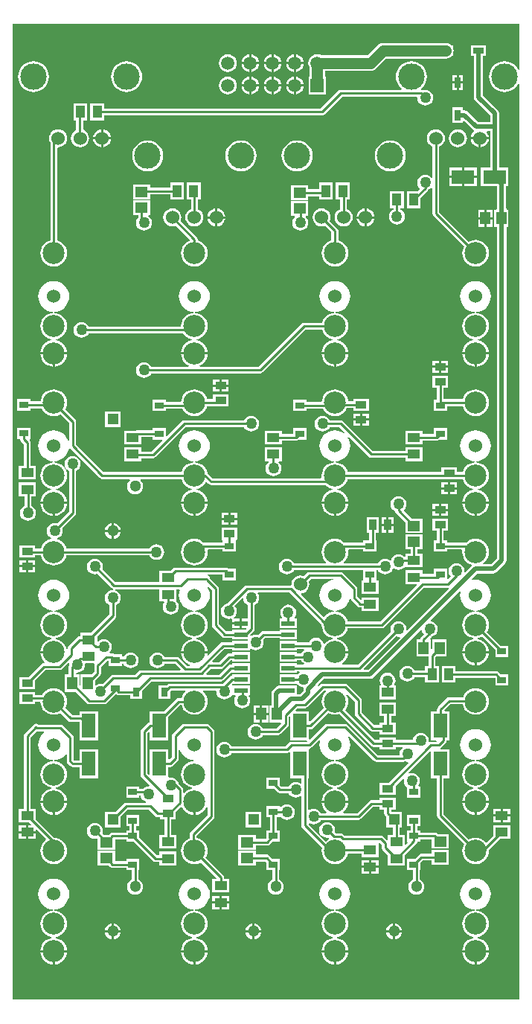
<source format=gbl>
G04 Layer_Physical_Order=2*
G04 Layer_Color=16711680*
%FSLAX25Y25*%
%MOIN*%
G70*
G01*
G75*
%ADD10C,0.01000*%
%ADD11C,0.09843*%
%ADD12C,0.06000*%
%ADD13C,0.11811*%
%ADD14C,0.05906*%
%ADD15R,0.05906X0.05906*%
%ADD16R,0.05118X0.05118*%
%ADD17C,0.05118*%
%ADD18C,0.05000*%
%ADD19R,0.05512X0.04134*%
%ADD20R,0.03347X0.05118*%
%ADD21R,0.06299X0.11024*%
%ADD22R,0.10236X0.06299*%
%ADD23R,0.05906X0.02165*%
%ADD24R,0.03937X0.03150*%
%ADD25R,0.02756X0.04724*%
%ADD26R,0.04528X0.05709*%
%ADD27R,0.05709X0.04528*%
%ADD28R,0.03150X0.03937*%
%ADD29R,0.04724X0.02756*%
%ADD30R,0.05118X0.03347*%
%ADD31R,0.04134X0.05512*%
%ADD32C,0.02000*%
%ADD33C,0.05000*%
G36*
X114173Y198070D02*
X113673Y197945D01*
X113250Y198737D01*
X112387Y199788D01*
X111335Y200651D01*
X110136Y201293D01*
X108834Y201688D01*
X107480Y201821D01*
X106127Y201688D01*
X104825Y201293D01*
X103625Y200651D01*
X102574Y199788D01*
X101711Y198737D01*
X101070Y197537D01*
X100675Y196236D01*
X100541Y194882D01*
X100675Y193528D01*
X101070Y192227D01*
X101711Y191027D01*
X102574Y189975D01*
X103625Y189112D01*
X104825Y188471D01*
X106127Y188076D01*
X107480Y187943D01*
X108834Y188076D01*
X110136Y188471D01*
X111335Y189112D01*
X112387Y189975D01*
X113250Y191027D01*
X113673Y191819D01*
X114173Y191694D01*
Y-218504D01*
X-112848D01*
Y218332D01*
X-112706Y218504D01*
X114173D01*
Y198070D01*
D02*
G37*
%LPC*%
G36*
X51098Y-2347D02*
X45752D01*
Y-9465D01*
X46896D01*
Y-12701D01*
X44276D01*
Y-13746D01*
X35608D01*
X34802Y-13084D01*
X33773Y-12535D01*
X32657Y-12196D01*
X31496Y-12082D01*
X30335Y-12196D01*
X29219Y-12535D01*
X28190Y-13084D01*
X27289Y-13824D01*
X26549Y-14726D01*
X25999Y-15755D01*
X25660Y-16871D01*
X25546Y-18032D01*
X25660Y-19192D01*
X25999Y-20308D01*
X26549Y-21337D01*
X27289Y-22239D01*
X27612Y-22504D01*
X27443Y-22975D01*
X13171D01*
X13073Y-22739D01*
X12512Y-22008D01*
X11781Y-21447D01*
X10929Y-21094D01*
X10016Y-20974D01*
X9102Y-21094D01*
X8251Y-21447D01*
X7519Y-22008D01*
X6959Y-22739D01*
X6606Y-23590D01*
X6486Y-24504D01*
X6606Y-25418D01*
X6959Y-26269D01*
X7519Y-27000D01*
X8251Y-27561D01*
X9102Y-27914D01*
X10016Y-28034D01*
X10929Y-27914D01*
X11781Y-27561D01*
X12512Y-27000D01*
X13073Y-26269D01*
X13171Y-26033D01*
X44276D01*
Y-30606D01*
X43852Y-30791D01*
X43488D01*
Y-36925D01*
X51000D01*
Y-30791D01*
X50636D01*
X50213Y-30606D01*
Y-26033D01*
X50861D01*
X50959Y-26269D01*
X51520Y-27000D01*
X52251Y-27561D01*
X53102Y-27914D01*
X54016Y-28034D01*
X54929Y-27914D01*
X55781Y-27561D01*
X56512Y-27000D01*
X57073Y-26269D01*
X57381Y-25524D01*
X57714Y-25366D01*
X57942Y-25324D01*
X58251Y-25561D01*
X59102Y-25914D01*
X60016Y-26034D01*
X60929Y-25914D01*
X61781Y-25561D01*
X62512Y-25000D01*
X62673Y-24790D01*
X63173Y-24917D01*
Y-24917D01*
X70685D01*
Y-18783D01*
X68458D01*
Y-16650D01*
X70784D01*
Y-10122D01*
X63075D01*
Y-16650D01*
X65400D01*
Y-18783D01*
X63173D01*
Y-20107D01*
X62673Y-20218D01*
X62512Y-20008D01*
X61781Y-19447D01*
X60929Y-19094D01*
X60016Y-18974D01*
X59102Y-19094D01*
X58251Y-19447D01*
X57520Y-20008D01*
X56959Y-20739D01*
X56650Y-21483D01*
X56318Y-21642D01*
X56089Y-21683D01*
X55781Y-21447D01*
X54929Y-21094D01*
X54016Y-20974D01*
X53102Y-21094D01*
X52251Y-21447D01*
X51520Y-22008D01*
X50959Y-22739D01*
X50861Y-22975D01*
X35549D01*
X35380Y-22504D01*
X35703Y-22239D01*
X36443Y-21337D01*
X36993Y-20308D01*
X37332Y-19192D01*
X37446Y-18032D01*
X37374Y-17305D01*
X37820Y-16805D01*
X44276D01*
Y-17850D01*
X50213D01*
Y-12701D01*
X49955D01*
Y-9465D01*
X51098D01*
Y-2347D01*
D02*
G37*
G36*
X-64460Y-9004D02*
X-67484D01*
Y-12028D01*
X-67055Y-11971D01*
X-66189Y-11613D01*
X-65446Y-11042D01*
X-64875Y-10299D01*
X-64517Y-9433D01*
X-64460Y-9004D01*
D02*
G37*
G36*
X-106799Y-21736D02*
X-109858D01*
Y-23910D01*
X-106799D01*
Y-21736D01*
D02*
G37*
G36*
X-102740D02*
X-105799D01*
Y-23910D01*
X-102740D01*
Y-21736D01*
D02*
G37*
G36*
X-12189Y-7169D02*
X-19307D01*
Y-12516D01*
X-19140D01*
X-18717Y-12701D01*
Y-13746D01*
X-27384D01*
X-28190Y-13084D01*
X-29219Y-12535D01*
X-30335Y-12196D01*
X-31496Y-12082D01*
X-32657Y-12196D01*
X-33773Y-12535D01*
X-34802Y-13084D01*
X-35703Y-13824D01*
X-36443Y-14726D01*
X-36993Y-15755D01*
X-37332Y-16871D01*
X-37446Y-18032D01*
X-37332Y-19192D01*
X-36993Y-20308D01*
X-36443Y-21337D01*
X-35703Y-22239D01*
X-34802Y-22979D01*
X-33773Y-23528D01*
X-32657Y-23867D01*
X-31496Y-23981D01*
X-30335Y-23867D01*
X-29219Y-23528D01*
X-28190Y-22979D01*
X-27289Y-22239D01*
X-26549Y-21337D01*
X-25999Y-20308D01*
X-25660Y-19192D01*
X-25546Y-18032D01*
X-25618Y-17305D01*
X-25172Y-16805D01*
X-18717D01*
Y-17850D01*
X-12779D01*
Y-12701D01*
X-12356Y-12516D01*
X-12189D01*
Y-7169D01*
D02*
G37*
G36*
X-68484Y-9004D02*
X-71508D01*
X-71452Y-9433D01*
X-71093Y-10299D01*
X-70523Y-11042D01*
X-69779Y-11613D01*
X-68913Y-11971D01*
X-68484Y-12028D01*
Y-9004D01*
D02*
G37*
G36*
Y-4980D02*
X-68913Y-5037D01*
X-69779Y-5395D01*
X-70523Y-5966D01*
X-71093Y-6709D01*
X-71452Y-7575D01*
X-71508Y-8004D01*
X-68484D01*
Y-4980D01*
D02*
G37*
G36*
X-67484Y-4980D02*
Y-8004D01*
X-64460D01*
X-64517Y-7575D01*
X-64875Y-6709D01*
X-65446Y-5966D01*
X-66189Y-5395D01*
X-67055Y-5037D01*
X-67484Y-4980D01*
D02*
G37*
G36*
X-16248Y-3650D02*
X-19307D01*
Y-5823D01*
X-16248D01*
Y-3650D01*
D02*
G37*
G36*
X60016Y7026D02*
X59102Y6906D01*
X58251Y6553D01*
X57520Y5992D01*
X56959Y5261D01*
X56606Y4410D01*
X56486Y3496D01*
X56606Y2582D01*
X56959Y1731D01*
X57520Y1000D01*
X58251Y439D01*
X58546Y317D01*
X58603Y29D01*
X58934Y-467D01*
X63075Y-4608D01*
Y-9563D01*
X70784D01*
Y-3035D01*
X65828D01*
X62373Y420D01*
X62406Y919D01*
X62512Y1000D01*
X63073Y1731D01*
X63426Y2582D01*
X63546Y3496D01*
X63426Y4410D01*
X63073Y5261D01*
X62512Y5992D01*
X61781Y6553D01*
X60929Y6906D01*
X60016Y7026D01*
D02*
G37*
G36*
X54618Y-6406D02*
X52445D01*
Y-9465D01*
X54618D01*
Y-6406D01*
D02*
G37*
G36*
X57791D02*
X55618D01*
Y-9465D01*
X57791D01*
Y-6406D01*
D02*
G37*
G36*
X-102740Y-24909D02*
X-105799D01*
Y-27083D01*
X-102740D01*
Y-24909D01*
D02*
G37*
G36*
X-6677Y-72878D02*
X-14583D01*
Y-73459D01*
X-15026Y-73548D01*
X-15522Y-73879D01*
X-18618Y-76974D01*
X-42598D01*
X-43184Y-77091D01*
X-43680Y-77422D01*
X-43997Y-77740D01*
X-47378D01*
Y-83677D01*
X-42228D01*
Y-80297D01*
X-41965Y-80033D01*
X-35568D01*
X-35399Y-80504D01*
X-35703Y-80753D01*
X-36443Y-81655D01*
X-36993Y-82684D01*
X-37220Y-83431D01*
X-38441D01*
X-39026Y-83548D01*
X-39522Y-83879D01*
X-44998Y-89354D01*
X-51394D01*
Y-94346D01*
X-51932Y-94453D01*
X-52428Y-94785D01*
X-55066Y-97422D01*
X-55397Y-97919D01*
X-55514Y-98504D01*
Y-117866D01*
X-55397Y-118451D01*
X-55066Y-118948D01*
X-51477Y-122536D01*
X-51711Y-123010D01*
X-51984Y-122974D01*
X-52898Y-123094D01*
X-53749Y-123447D01*
X-54448Y-123982D01*
X-56087D01*
Y-122937D01*
X-62024D01*
Y-128087D01*
X-56087D01*
Y-127041D01*
X-55444D01*
X-55394Y-127418D01*
X-55041Y-128269D01*
X-54480Y-129000D01*
X-53749Y-129561D01*
X-53027Y-129860D01*
X-53127Y-130360D01*
X-61988D01*
X-62573Y-130477D01*
X-63070Y-130808D01*
X-66596Y-134335D01*
X-71551D01*
Y-141453D01*
X-64433D01*
Y-136497D01*
X-61355Y-133419D01*
X-51815D01*
X-48916Y-136318D01*
X-48420Y-136649D01*
X-47835Y-136766D01*
X-46866D01*
Y-137909D01*
X-44837D01*
Y-144768D01*
X-47063D01*
Y-150902D01*
X-39551D01*
Y-144768D01*
X-41778D01*
Y-137909D01*
X-39748D01*
Y-134431D01*
X-37455Y-132138D01*
X-36901Y-132291D01*
X-36443Y-133148D01*
X-35703Y-134050D01*
X-34802Y-134790D01*
X-33773Y-135339D01*
X-32657Y-135678D01*
X-31996Y-135743D01*
Y-129842D01*
X-30996D01*
Y-135743D01*
X-30335Y-135678D01*
X-29219Y-135339D01*
X-28190Y-134790D01*
X-27289Y-134050D01*
X-26549Y-133148D01*
X-25999Y-132120D01*
X-25514Y-132242D01*
Y-135871D01*
X-33066Y-143422D01*
X-33397Y-143919D01*
X-33514Y-144504D01*
Y-146314D01*
X-33773Y-146393D01*
X-34802Y-146943D01*
X-35703Y-147682D01*
X-36443Y-148584D01*
X-36993Y-149613D01*
X-37332Y-150729D01*
X-37446Y-151890D01*
X-37332Y-153050D01*
X-36993Y-154167D01*
X-36443Y-155195D01*
X-35703Y-156097D01*
X-34802Y-156837D01*
X-33773Y-157387D01*
X-32657Y-157725D01*
X-31496Y-157840D01*
X-30335Y-157725D01*
X-29219Y-157387D01*
X-28530Y-157018D01*
X-21596Y-163953D01*
X-21803Y-164453D01*
X-23441D01*
Y-170587D01*
X-15929D01*
Y-164453D01*
X-18156D01*
Y-163701D01*
X-18272Y-163116D01*
X-18604Y-162619D01*
X-26367Y-154856D01*
X-25999Y-154167D01*
X-25660Y-153050D01*
X-25546Y-151890D01*
X-25660Y-150729D01*
X-25999Y-149613D01*
X-26549Y-148584D01*
X-27289Y-147682D01*
X-28190Y-146943D01*
X-29219Y-146393D01*
X-30335Y-146054D01*
X-30455Y-146042D01*
Y-145137D01*
X-22903Y-137585D01*
X-22571Y-137089D01*
X-22455Y-136504D01*
Y-98504D01*
X-22571Y-97919D01*
X-22903Y-97422D01*
X-24903Y-95423D01*
X-25399Y-95091D01*
X-25984Y-94974D01*
X-35984D01*
X-36569Y-95091D01*
X-37066Y-95423D01*
X-41066Y-99423D01*
X-41397Y-99919D01*
X-41514Y-100504D01*
Y-109871D01*
X-42595Y-110951D01*
X-43095Y-110744D01*
Y-106283D01*
X-51394D01*
Y-117640D01*
X-51856Y-117832D01*
X-52455Y-117233D01*
Y-99137D01*
X-51856Y-98538D01*
X-51394Y-98729D01*
Y-102378D01*
X-43095D01*
Y-91777D01*
X-37807Y-86490D01*
X-37220D01*
X-36993Y-87238D01*
X-36443Y-88266D01*
X-35703Y-89168D01*
X-34802Y-89908D01*
X-33773Y-90458D01*
X-32657Y-90796D01*
X-31496Y-90911D01*
X-30335Y-90796D01*
X-29219Y-90458D01*
X-28190Y-89908D01*
X-27289Y-89168D01*
X-26549Y-88266D01*
X-25999Y-87238D01*
X-25660Y-86121D01*
X-25546Y-84961D01*
X-25660Y-83800D01*
X-25999Y-82684D01*
X-26549Y-81655D01*
X-27289Y-80753D01*
X-27593Y-80504D01*
X-27424Y-80033D01*
X-21832D01*
X-21502Y-80409D01*
X-21514Y-80504D01*
X-21394Y-81418D01*
X-21042Y-82269D01*
X-20481Y-83000D01*
X-19749Y-83561D01*
X-18898Y-83914D01*
X-17984Y-84034D01*
X-17071Y-83914D01*
X-16219Y-83561D01*
X-15488Y-83000D01*
X-14967Y-82322D01*
X-14583Y-82043D01*
X-13073D01*
X-12852Y-82492D01*
X-13041Y-82739D01*
X-13394Y-83590D01*
X-13514Y-84504D01*
X-13394Y-85418D01*
X-13041Y-86269D01*
X-12481Y-87000D01*
X-11749Y-87561D01*
X-10898Y-87914D01*
X-9984Y-88034D01*
X-9071Y-87914D01*
X-8219Y-87561D01*
X-7488Y-87000D01*
X-6927Y-86269D01*
X-6574Y-85418D01*
X-6454Y-84504D01*
X-6574Y-83590D01*
X-6927Y-82739D01*
X-7117Y-82492D01*
X-6895Y-82043D01*
X-6677D01*
Y-77878D01*
X-14092D01*
X-14262Y-77878D01*
X-14648Y-77444D01*
X-14643Y-77326D01*
X-14361Y-77043D01*
X-6677D01*
Y-72878D01*
D02*
G37*
G36*
X55118Y-72076D02*
X54204Y-72196D01*
X53353Y-72549D01*
X52622Y-73110D01*
X52061Y-73841D01*
X51708Y-74693D01*
X51588Y-75606D01*
X51708Y-76520D01*
X52061Y-77371D01*
X52075Y-77390D01*
X51854Y-77839D01*
X51362D01*
Y-83973D01*
X58874D01*
Y-77839D01*
X58382D01*
X58161Y-77390D01*
X58175Y-77371D01*
X58528Y-76520D01*
X58648Y-75606D01*
X58528Y-74693D01*
X58175Y-73841D01*
X57614Y-73110D01*
X56883Y-72549D01*
X56032Y-72196D01*
X55118Y-72076D01*
D02*
G37*
G36*
X-94488Y-79011D02*
X-95649Y-79125D01*
X-96765Y-79464D01*
X-97794Y-80014D01*
X-98695Y-80753D01*
X-99435Y-81655D01*
X-99585Y-81935D01*
X-102740D01*
Y-80791D01*
X-109858D01*
Y-86138D01*
X-102740D01*
Y-84994D01*
X-100435D01*
X-100324Y-86121D01*
X-99985Y-87238D01*
X-99435Y-88266D01*
X-98695Y-89168D01*
X-97794Y-89908D01*
X-96765Y-90458D01*
X-95649Y-90796D01*
X-94488Y-90911D01*
X-93327Y-90796D01*
X-92211Y-90458D01*
X-91522Y-90089D01*
X-88011Y-93601D01*
X-87514Y-93933D01*
X-86929Y-94049D01*
X-82890D01*
Y-102378D01*
X-74591D01*
Y-89354D01*
X-82890D01*
Y-90990D01*
X-86296D01*
X-89359Y-87927D01*
X-88991Y-87238D01*
X-88653Y-86121D01*
X-88538Y-84961D01*
X-88653Y-83800D01*
X-88991Y-82684D01*
X-89541Y-81655D01*
X-90281Y-80753D01*
X-91183Y-80014D01*
X-92211Y-79464D01*
X-93327Y-79125D01*
X-94488Y-79011D01*
D02*
G37*
G36*
X1736Y-91004D02*
X-1028D01*
Y-94358D01*
X1736D01*
Y-91004D01*
D02*
G37*
G36*
X-2028Y-86650D02*
X-4791D01*
Y-90004D01*
X-2028D01*
Y-86650D01*
D02*
G37*
G36*
X1736D02*
X-1028D01*
Y-90004D01*
X1736D01*
Y-86650D01*
D02*
G37*
G36*
X-11130Y-50461D02*
X-14583D01*
Y-52043D01*
X-11130D01*
Y-50461D01*
D02*
G37*
G36*
X10630Y-41588D02*
X9716Y-41708D01*
X8865Y-42061D01*
X8134Y-42622D01*
X7573Y-43353D01*
X7220Y-44204D01*
X7100Y-45118D01*
X7220Y-46032D01*
X7573Y-46883D01*
X7952Y-47378D01*
X7706Y-47878D01*
X6677D01*
Y-52043D01*
X14583D01*
Y-47878D01*
X13554D01*
X13308Y-47378D01*
X13687Y-46883D01*
X14040Y-46032D01*
X14160Y-45118D01*
X14040Y-44204D01*
X13687Y-43353D01*
X13126Y-42622D01*
X12395Y-42061D01*
X11544Y-41708D01*
X10630Y-41588D01*
D02*
G37*
G36*
X-106799Y-24909D02*
X-109858D01*
Y-27083D01*
X-106799D01*
Y-24909D01*
D02*
G37*
G36*
X85547Y-69079D02*
X79413D01*
Y-76591D01*
X85547D01*
Y-74364D01*
X103225D01*
X103331Y-74470D01*
Y-77850D01*
X109268D01*
Y-72701D01*
X105887D01*
X104940Y-71753D01*
X104444Y-71422D01*
X103858Y-71305D01*
X85547D01*
Y-69079D01*
D02*
G37*
G36*
X93988Y-63413D02*
X88587D01*
X88653Y-64074D01*
X88991Y-65190D01*
X89541Y-66219D01*
X90281Y-67121D01*
X91183Y-67861D01*
X92211Y-68410D01*
X93327Y-68749D01*
X93988Y-68814D01*
Y-63413D01*
D02*
G37*
G36*
X100389D02*
X94988D01*
Y-68814D01*
X95649Y-68749D01*
X96765Y-68410D01*
X97794Y-67861D01*
X98695Y-67121D01*
X99435Y-66219D01*
X99985Y-65190D01*
X100324Y-64074D01*
X100389Y-63413D01*
D02*
G37*
G36*
X-12189Y-3650D02*
X-15248D01*
Y-5823D01*
X-12189D01*
Y-3650D01*
D02*
G37*
G36*
X78240Y3461D02*
X75181D01*
Y1287D01*
X78240D01*
Y3461D01*
D02*
G37*
G36*
X82299D02*
X79240D01*
Y1287D01*
X82299D01*
Y3461D01*
D02*
G37*
G36*
X82177Y9933D02*
X79118D01*
Y7760D01*
X82177D01*
Y9933D01*
D02*
G37*
G36*
X37397Y3516D02*
X31996D01*
Y-1885D01*
X32657Y-1820D01*
X33773Y-1481D01*
X34802Y-931D01*
X35703Y-192D01*
X36443Y710D01*
X36993Y1739D01*
X37332Y2855D01*
X37397Y3516D01*
D02*
G37*
G36*
X93988D02*
X88587D01*
X88653Y2855D01*
X88991Y1739D01*
X89541Y710D01*
X90281Y-192D01*
X91183Y-931D01*
X92211Y-1481D01*
X93327Y-1820D01*
X93988Y-1885D01*
Y3516D01*
D02*
G37*
G36*
X100389D02*
X94988D01*
Y-1885D01*
X95649Y-1820D01*
X96765Y-1481D01*
X97794Y-931D01*
X98695Y-192D01*
X99435Y710D01*
X99985Y1739D01*
X100324Y2855D01*
X100389Y3516D01*
D02*
G37*
G36*
X-105016Y37693D02*
X-110953D01*
Y32543D01*
X-109481D01*
X-109397Y32123D01*
X-109066Y31627D01*
X-107829Y30390D01*
Y20587D01*
X-110055D01*
Y14453D01*
X-102543D01*
Y20587D01*
X-104770D01*
Y31024D01*
X-104886Y31609D01*
X-105176Y32043D01*
X-105053Y32503D01*
X-105036Y32543D01*
X-105016D01*
Y37693D01*
D02*
G37*
G36*
X7693Y28854D02*
X181D01*
Y22720D01*
X1647D01*
X1817Y22220D01*
X1519Y21992D01*
X958Y21261D01*
X606Y20410D01*
X486Y19496D01*
X606Y18582D01*
X958Y17731D01*
X1519Y17000D01*
X2251Y16439D01*
X3102Y16086D01*
X4016Y15966D01*
X4929Y16086D01*
X5781Y16439D01*
X6512Y17000D01*
X7073Y17731D01*
X7426Y18582D01*
X7546Y19496D01*
X7426Y20410D01*
X7073Y21261D01*
X6512Y21992D01*
X6215Y22220D01*
X6384Y22720D01*
X7693D01*
Y28854D01*
D02*
G37*
G36*
X18717Y37535D02*
X12779D01*
Y34797D01*
X7693D01*
Y36335D01*
X181D01*
Y30201D01*
X7693D01*
Y31738D01*
X14055D01*
X14640Y31855D01*
X15137Y32186D01*
X15336Y32386D01*
X18717D01*
Y37535D01*
D02*
G37*
G36*
X86236Y9933D02*
X83177D01*
Y7760D01*
X86236D01*
Y9933D01*
D02*
G37*
G36*
X82177Y13106D02*
X79118D01*
Y10933D01*
X82177D01*
Y13106D01*
D02*
G37*
G36*
X86236D02*
X83177D01*
Y10933D01*
X86236D01*
Y13106D01*
D02*
G37*
G36*
X30996Y3516D02*
X25595D01*
X25660Y2855D01*
X25999Y1739D01*
X26549Y710D01*
X27289Y-192D01*
X28190Y-931D01*
X29219Y-1481D01*
X30335Y-1820D01*
X30996Y-1885D01*
Y3516D01*
D02*
G37*
G36*
X-102543Y13106D02*
X-110055D01*
Y6972D01*
X-107514D01*
Y2651D01*
X-107749Y2553D01*
X-108481Y1992D01*
X-109042Y1261D01*
X-109394Y410D01*
X-109514Y-504D01*
X-109394Y-1418D01*
X-109042Y-2269D01*
X-108481Y-3000D01*
X-107749Y-3561D01*
X-106898Y-3914D01*
X-105984Y-4034D01*
X-105071Y-3914D01*
X-104219Y-3561D01*
X-103488Y-3000D01*
X-102927Y-2269D01*
X-102574Y-1418D01*
X-102454Y-504D01*
X-102574Y410D01*
X-102927Y1261D01*
X-103488Y1992D01*
X-104219Y2553D01*
X-104455Y2651D01*
Y6972D01*
X-102543D01*
Y13106D01*
D02*
G37*
G36*
X-16248Y-476D02*
X-19307D01*
Y-2650D01*
X-16248D01*
Y-476D01*
D02*
G37*
G36*
X-12189D02*
X-15248D01*
Y-2650D01*
X-12189D01*
Y-476D01*
D02*
G37*
G36*
X54618Y-2347D02*
X52445D01*
Y-5406D01*
X54618D01*
Y-2347D01*
D02*
G37*
G36*
X57791D02*
X55618D01*
Y-5406D01*
X57791D01*
Y-2347D01*
D02*
G37*
G36*
X-85984Y25026D02*
X-86898Y24906D01*
X-87749Y24553D01*
X-88481Y23992D01*
X-89042Y23261D01*
X-89394Y22410D01*
X-89514Y21496D01*
X-89394Y20582D01*
X-89042Y19731D01*
X-88481Y19000D01*
X-87749Y18439D01*
X-87514Y18341D01*
Y130D01*
X-92835Y-5192D01*
X-93071Y-5094D01*
X-93984Y-4974D01*
X-94898Y-5094D01*
X-95749Y-5447D01*
X-96481Y-6008D01*
X-97041Y-6739D01*
X-97394Y-7590D01*
X-97514Y-8504D01*
X-97394Y-9418D01*
X-97041Y-10269D01*
X-96481Y-11000D01*
X-95749Y-11561D01*
X-95472Y-11676D01*
X-95548Y-12186D01*
X-95649Y-12196D01*
X-96765Y-12535D01*
X-97794Y-13084D01*
X-98695Y-13824D01*
X-99435Y-14726D01*
X-99985Y-15755D01*
X-100212Y-16502D01*
X-102740D01*
Y-15043D01*
X-109858D01*
Y-20390D01*
X-102740D01*
Y-19561D01*
X-100212D01*
X-99985Y-20308D01*
X-99435Y-21337D01*
X-98695Y-22239D01*
X-97794Y-22979D01*
X-96765Y-23528D01*
X-95649Y-23867D01*
X-94488Y-23981D01*
X-93327Y-23867D01*
X-92211Y-23528D01*
X-91183Y-22979D01*
X-90281Y-22239D01*
X-89541Y-21337D01*
X-88991Y-20308D01*
X-88764Y-19561D01*
X-51612D01*
X-51514Y-19797D01*
X-50953Y-20528D01*
X-50222Y-21089D01*
X-49370Y-21441D01*
X-48457Y-21562D01*
X-47543Y-21441D01*
X-46692Y-21089D01*
X-45961Y-20528D01*
X-45399Y-19797D01*
X-45047Y-18945D01*
X-44927Y-18032D01*
X-45047Y-17118D01*
X-45399Y-16266D01*
X-45961Y-15535D01*
X-46692Y-14974D01*
X-47543Y-14622D01*
X-48457Y-14501D01*
X-49370Y-14622D01*
X-50222Y-14974D01*
X-50953Y-15535D01*
X-51514Y-16266D01*
X-51612Y-16502D01*
X-88764D01*
X-88991Y-15755D01*
X-89541Y-14726D01*
X-90281Y-13824D01*
X-91183Y-13084D01*
X-92211Y-12535D01*
X-92818Y-12350D01*
X-92844Y-11820D01*
X-92219Y-11561D01*
X-91488Y-11000D01*
X-90927Y-10269D01*
X-90574Y-9418D01*
X-90454Y-8504D01*
X-90574Y-7590D01*
X-90672Y-7355D01*
X-84903Y-1585D01*
X-84571Y-1089D01*
X-84455Y-504D01*
Y18341D01*
X-84219Y18439D01*
X-83488Y19000D01*
X-82927Y19731D01*
X-82574Y20582D01*
X-82454Y21496D01*
X-82574Y22410D01*
X-82927Y23261D01*
X-83488Y23992D01*
X-84219Y24553D01*
X-85071Y24906D01*
X-85984Y25026D01*
D02*
G37*
G36*
X-88587Y3516D02*
X-93988D01*
Y-1885D01*
X-93327Y-1820D01*
X-92211Y-1481D01*
X-91183Y-931D01*
X-90281Y-192D01*
X-89541Y710D01*
X-88991Y1739D01*
X-88653Y2855D01*
X-88587Y3516D01*
D02*
G37*
G36*
X-31996D02*
X-37397D01*
X-37332Y2855D01*
X-36993Y1739D01*
X-36443Y710D01*
X-35703Y-192D01*
X-34802Y-931D01*
X-33773Y-1481D01*
X-32657Y-1820D01*
X-31996Y-1885D01*
Y3516D01*
D02*
G37*
G36*
X-25595D02*
X-30996D01*
Y-1885D01*
X-30335Y-1820D01*
X-29219Y-1481D01*
X-28190Y-931D01*
X-27289Y-192D01*
X-26549Y710D01*
X-25999Y1739D01*
X-25660Y2855D01*
X-25595Y3516D01*
D02*
G37*
G36*
X78240Y287D02*
X75181D01*
Y-1886D01*
X78240D01*
Y287D01*
D02*
G37*
G36*
X82299D02*
X79240D01*
Y-1886D01*
X82299D01*
Y287D01*
D02*
G37*
G36*
X-94988Y3516D02*
X-100389D01*
X-100324Y2855D01*
X-99985Y1739D01*
X-99435Y710D01*
X-98695Y-192D01*
X-97794Y-931D01*
X-96765Y-1481D01*
X-95649Y-1820D01*
X-94988Y-1885D01*
Y3516D01*
D02*
G37*
G36*
X-2028Y-91004D02*
X-4791D01*
Y-94358D01*
X-2028D01*
Y-91004D01*
D02*
G37*
G36*
X57492Y-188394D02*
X54468D01*
X54525Y-188823D01*
X54883Y-189689D01*
X55454Y-190432D01*
X56197Y-191003D01*
X57063Y-191361D01*
X57492Y-191418D01*
Y-188394D01*
D02*
G37*
G36*
X-64468Y-188393D02*
X-67492D01*
Y-191418D01*
X-67063Y-191361D01*
X-66197Y-191003D01*
X-65454Y-190432D01*
X-64883Y-189689D01*
X-64525Y-188823D01*
X-64468Y-188393D01*
D02*
G37*
G36*
X57492Y-184370D02*
X57063Y-184426D01*
X56197Y-184785D01*
X55454Y-185355D01*
X54883Y-186099D01*
X54525Y-186965D01*
X54468Y-187394D01*
X57492D01*
Y-184370D01*
D02*
G37*
G36*
X61516Y-188394D02*
X58492D01*
Y-191418D01*
X58921Y-191361D01*
X59787Y-191003D01*
X60531Y-190432D01*
X61101Y-189689D01*
X61460Y-188823D01*
X61516Y-188394D01*
D02*
G37*
G36*
X-5500Y-188394D02*
X-8524D01*
X-8467Y-188823D01*
X-8109Y-189689D01*
X-7538Y-190432D01*
X-6795Y-191003D01*
X-5929Y-191361D01*
X-5500Y-191418D01*
Y-188394D01*
D02*
G37*
G36*
X-1476D02*
X-4500D01*
Y-191418D01*
X-4071Y-191361D01*
X-3205Y-191003D01*
X-2462Y-190432D01*
X-1891Y-189689D01*
X-1533Y-188823D01*
X-1476Y-188394D01*
D02*
G37*
G36*
X-68492Y-184370D02*
X-68921Y-184426D01*
X-69787Y-184785D01*
X-70530Y-185355D01*
X-71101Y-186099D01*
X-71460Y-186965D01*
X-71516Y-187393D01*
X-68492D01*
Y-184370D01*
D02*
G37*
G36*
X-67492Y-184370D02*
Y-187393D01*
X-64468D01*
X-64525Y-186965D01*
X-64883Y-186099D01*
X-65454Y-185355D01*
X-66197Y-184785D01*
X-67063Y-184426D01*
X-67492Y-184370D01*
D02*
G37*
G36*
X-20185Y-175500D02*
X-23441D01*
Y-178067D01*
X-20185D01*
Y-175500D01*
D02*
G37*
G36*
X58492Y-184370D02*
Y-187394D01*
X61516D01*
X61460Y-186965D01*
X61101Y-186099D01*
X60531Y-185355D01*
X59787Y-184785D01*
X58921Y-184426D01*
X58492Y-184370D01*
D02*
G37*
G36*
X-5500Y-184370D02*
X-5929Y-184426D01*
X-6795Y-184785D01*
X-7538Y-185355D01*
X-8109Y-186099D01*
X-8467Y-186965D01*
X-8524Y-187394D01*
X-5500D01*
Y-184370D01*
D02*
G37*
G36*
X-4500D02*
Y-187394D01*
X-1476D01*
X-1533Y-186965D01*
X-1891Y-186099D01*
X-2462Y-185355D01*
X-3205Y-184785D01*
X-4071Y-184426D01*
X-4500Y-184370D01*
D02*
G37*
G36*
X-68492Y-188393D02*
X-71516D01*
X-71460Y-188823D01*
X-71101Y-189689D01*
X-70530Y-190432D01*
X-69787Y-191003D01*
X-68921Y-191361D01*
X-68492Y-191418D01*
Y-188393D01*
D02*
G37*
G36*
X-25595Y-197272D02*
X-30996D01*
Y-202672D01*
X-30335Y-202607D01*
X-29219Y-202269D01*
X-28190Y-201719D01*
X-27289Y-200979D01*
X-26549Y-200077D01*
X-25999Y-199049D01*
X-25660Y-197932D01*
X-25595Y-197272D01*
D02*
G37*
G36*
X30996D02*
X25595D01*
X25660Y-197932D01*
X25999Y-199049D01*
X26549Y-200077D01*
X27289Y-200979D01*
X28190Y-201719D01*
X29219Y-202269D01*
X30335Y-202607D01*
X30996Y-202672D01*
Y-197272D01*
D02*
G37*
G36*
X37397D02*
X31996D01*
Y-202672D01*
X32657Y-202607D01*
X33773Y-202269D01*
X34802Y-201719D01*
X35703Y-200979D01*
X36443Y-200077D01*
X36993Y-199049D01*
X37332Y-197932D01*
X37397Y-197272D01*
D02*
G37*
G36*
X-94988D02*
X-100389D01*
X-100324Y-197932D01*
X-99985Y-199049D01*
X-99435Y-200077D01*
X-98695Y-200979D01*
X-97794Y-201719D01*
X-96765Y-202269D01*
X-95649Y-202607D01*
X-94988Y-202672D01*
Y-197272D01*
D02*
G37*
G36*
X-88587D02*
X-93988D01*
Y-202672D01*
X-93327Y-202607D01*
X-92211Y-202269D01*
X-91183Y-201719D01*
X-90281Y-200979D01*
X-89541Y-200077D01*
X-88991Y-199049D01*
X-88653Y-197932D01*
X-88587Y-197272D01*
D02*
G37*
G36*
X-31996D02*
X-37397D01*
X-37332Y-197932D01*
X-36993Y-199049D01*
X-36443Y-200077D01*
X-35703Y-200979D01*
X-34802Y-201719D01*
X-33773Y-202269D01*
X-32657Y-202607D01*
X-31996Y-202672D01*
Y-197272D01*
D02*
G37*
G36*
X-31496Y-164321D02*
X-32850Y-164454D01*
X-34152Y-164849D01*
X-35351Y-165490D01*
X-36403Y-166353D01*
X-37266Y-167405D01*
X-37907Y-168604D01*
X-38302Y-169906D01*
X-38435Y-171260D01*
X-38302Y-172614D01*
X-37907Y-173915D01*
X-37266Y-175115D01*
X-36403Y-176166D01*
X-35351Y-177029D01*
X-34152Y-177671D01*
X-32850Y-178065D01*
X-31923Y-178157D01*
Y-178659D01*
X-32657Y-178731D01*
X-33773Y-179070D01*
X-34802Y-179620D01*
X-35703Y-180360D01*
X-36443Y-181261D01*
X-36993Y-182290D01*
X-37332Y-183406D01*
X-37446Y-184567D01*
X-37332Y-185728D01*
X-36993Y-186844D01*
X-36443Y-187873D01*
X-35703Y-188774D01*
X-34802Y-189514D01*
X-33773Y-190064D01*
X-32657Y-190402D01*
X-32499Y-190418D01*
Y-190920D01*
X-32657Y-190936D01*
X-33773Y-191275D01*
X-34802Y-191824D01*
X-35703Y-192564D01*
X-36443Y-193466D01*
X-36993Y-194495D01*
X-37332Y-195611D01*
X-37397Y-196272D01*
X-25595D01*
X-25660Y-195611D01*
X-25999Y-194495D01*
X-26549Y-193466D01*
X-27289Y-192564D01*
X-28190Y-191824D01*
X-29219Y-191275D01*
X-30335Y-190936D01*
X-30493Y-190920D01*
Y-190418D01*
X-30335Y-190402D01*
X-29219Y-190064D01*
X-28190Y-189514D01*
X-27289Y-188774D01*
X-26549Y-187873D01*
X-25999Y-186844D01*
X-25660Y-185728D01*
X-25546Y-184567D01*
X-25660Y-183406D01*
X-25999Y-182290D01*
X-26549Y-181261D01*
X-27289Y-180360D01*
X-28190Y-179620D01*
X-29219Y-179070D01*
X-30335Y-178731D01*
X-31069Y-178659D01*
Y-178157D01*
X-30142Y-178065D01*
X-28841Y-177671D01*
X-27641Y-177029D01*
X-26590Y-176166D01*
X-25727Y-175115D01*
X-25085Y-173915D01*
X-24690Y-172614D01*
X-24557Y-171260D01*
X-24690Y-169906D01*
X-25085Y-168604D01*
X-25727Y-167405D01*
X-26590Y-166353D01*
X-27641Y-165490D01*
X-28841Y-164849D01*
X-30142Y-164454D01*
X-31496Y-164321D01*
D02*
G37*
G36*
X31496D02*
X30142Y-164454D01*
X28841Y-164849D01*
X27641Y-165490D01*
X26590Y-166353D01*
X25727Y-167405D01*
X25085Y-168604D01*
X24690Y-169906D01*
X24557Y-171260D01*
X24690Y-172614D01*
X25085Y-173915D01*
X25727Y-175115D01*
X26590Y-176166D01*
X27641Y-177029D01*
X28841Y-177671D01*
X30142Y-178065D01*
X31069Y-178157D01*
Y-178659D01*
X30335Y-178731D01*
X29219Y-179070D01*
X28190Y-179620D01*
X27289Y-180360D01*
X26549Y-181261D01*
X25999Y-182290D01*
X25660Y-183406D01*
X25546Y-184567D01*
X25660Y-185728D01*
X25999Y-186844D01*
X26549Y-187873D01*
X27289Y-188774D01*
X28190Y-189514D01*
X29219Y-190064D01*
X30335Y-190402D01*
X30493Y-190418D01*
Y-190920D01*
X30335Y-190936D01*
X29219Y-191275D01*
X28190Y-191824D01*
X27289Y-192564D01*
X26549Y-193466D01*
X25999Y-194495D01*
X25660Y-195611D01*
X25595Y-196272D01*
X37397D01*
X37332Y-195611D01*
X36993Y-194495D01*
X36443Y-193466D01*
X35703Y-192564D01*
X34802Y-191824D01*
X33773Y-191275D01*
X32657Y-190936D01*
X32499Y-190920D01*
Y-190418D01*
X32657Y-190402D01*
X33773Y-190064D01*
X34802Y-189514D01*
X35703Y-188774D01*
X36443Y-187873D01*
X36993Y-186844D01*
X37332Y-185728D01*
X37446Y-184567D01*
X37332Y-183406D01*
X36993Y-182290D01*
X36443Y-181261D01*
X35703Y-180360D01*
X34802Y-179620D01*
X33773Y-179070D01*
X32657Y-178731D01*
X31923Y-178659D01*
Y-178157D01*
X32850Y-178065D01*
X34152Y-177671D01*
X35351Y-177029D01*
X36403Y-176166D01*
X37266Y-175115D01*
X37907Y-173915D01*
X38302Y-172614D01*
X38435Y-171260D01*
X38302Y-169906D01*
X37907Y-168604D01*
X37266Y-167405D01*
X36403Y-166353D01*
X35351Y-165490D01*
X34152Y-164849D01*
X32850Y-164454D01*
X31496Y-164321D01*
D02*
G37*
G36*
X94488D02*
X93134Y-164454D01*
X91833Y-164849D01*
X90633Y-165490D01*
X89582Y-166353D01*
X88719Y-167405D01*
X88077Y-168604D01*
X87683Y-169906D01*
X87549Y-171260D01*
X87683Y-172614D01*
X88077Y-173915D01*
X88719Y-175115D01*
X89582Y-176166D01*
X90633Y-177029D01*
X91833Y-177671D01*
X93134Y-178065D01*
X94061Y-178157D01*
Y-178659D01*
X93327Y-178731D01*
X92211Y-179070D01*
X91183Y-179620D01*
X90281Y-180360D01*
X89541Y-181261D01*
X88991Y-182290D01*
X88653Y-183406D01*
X88538Y-184567D01*
X88653Y-185728D01*
X88991Y-186844D01*
X89541Y-187873D01*
X90281Y-188774D01*
X91183Y-189514D01*
X92211Y-190064D01*
X93327Y-190402D01*
X93485Y-190418D01*
Y-190920D01*
X93327Y-190936D01*
X92211Y-191275D01*
X91183Y-191824D01*
X90281Y-192564D01*
X89541Y-193466D01*
X88991Y-194495D01*
X88653Y-195611D01*
X88587Y-196272D01*
X100389D01*
X100324Y-195611D01*
X99985Y-194495D01*
X99435Y-193466D01*
X98695Y-192564D01*
X97794Y-191824D01*
X96765Y-191275D01*
X95649Y-190936D01*
X95491Y-190920D01*
Y-190418D01*
X95649Y-190402D01*
X96765Y-190064D01*
X97794Y-189514D01*
X98695Y-188774D01*
X99435Y-187873D01*
X99985Y-186844D01*
X100324Y-185728D01*
X100438Y-184567D01*
X100324Y-183406D01*
X99985Y-182290D01*
X99435Y-181261D01*
X98695Y-180360D01*
X97794Y-179620D01*
X96765Y-179070D01*
X95649Y-178731D01*
X94915Y-178659D01*
Y-178157D01*
X95842Y-178065D01*
X97144Y-177671D01*
X98343Y-177029D01*
X99395Y-176166D01*
X100258Y-175115D01*
X100899Y-173915D01*
X101294Y-172614D01*
X101427Y-171260D01*
X101294Y-169906D01*
X100899Y-168604D01*
X100258Y-167405D01*
X99395Y-166353D01*
X98343Y-165490D01*
X97144Y-164849D01*
X95842Y-164454D01*
X94488Y-164321D01*
D02*
G37*
G36*
X93988Y-197272D02*
X88587D01*
X88653Y-197932D01*
X88991Y-199049D01*
X89541Y-200077D01*
X90281Y-200979D01*
X91183Y-201719D01*
X92211Y-202269D01*
X93327Y-202607D01*
X93988Y-202672D01*
Y-197272D01*
D02*
G37*
G36*
X100389D02*
X94988D01*
Y-202672D01*
X95649Y-202607D01*
X96765Y-202269D01*
X97794Y-201719D01*
X98695Y-200979D01*
X99435Y-200077D01*
X99985Y-199049D01*
X100324Y-197932D01*
X100389Y-197272D01*
D02*
G37*
G36*
X-94488Y-164321D02*
X-95842Y-164454D01*
X-97144Y-164849D01*
X-98343Y-165490D01*
X-99395Y-166353D01*
X-100258Y-167405D01*
X-100899Y-168604D01*
X-101294Y-169906D01*
X-101427Y-171260D01*
X-101294Y-172614D01*
X-100899Y-173915D01*
X-100258Y-175115D01*
X-99395Y-176166D01*
X-98343Y-177029D01*
X-97144Y-177671D01*
X-95842Y-178065D01*
X-94915Y-178157D01*
Y-178659D01*
X-95649Y-178731D01*
X-96765Y-179070D01*
X-97794Y-179620D01*
X-98695Y-180360D01*
X-99435Y-181261D01*
X-99985Y-182290D01*
X-100324Y-183406D01*
X-100438Y-184567D01*
X-100324Y-185728D01*
X-99985Y-186844D01*
X-99435Y-187873D01*
X-98695Y-188774D01*
X-97794Y-189514D01*
X-96765Y-190064D01*
X-95649Y-190402D01*
X-95491Y-190418D01*
Y-190920D01*
X-95649Y-190936D01*
X-96765Y-191275D01*
X-97794Y-191824D01*
X-98695Y-192564D01*
X-99435Y-193466D01*
X-99985Y-194495D01*
X-100324Y-195611D01*
X-100389Y-196272D01*
X-88587D01*
X-88653Y-195611D01*
X-88991Y-194495D01*
X-89541Y-193466D01*
X-90281Y-192564D01*
X-91183Y-191824D01*
X-92211Y-191275D01*
X-93327Y-190936D01*
X-93485Y-190920D01*
Y-190418D01*
X-93327Y-190402D01*
X-92211Y-190064D01*
X-91183Y-189514D01*
X-90281Y-188774D01*
X-89541Y-187873D01*
X-88991Y-186844D01*
X-88653Y-185728D01*
X-88538Y-184567D01*
X-88653Y-183406D01*
X-88991Y-182290D01*
X-89541Y-181261D01*
X-90281Y-180360D01*
X-91183Y-179620D01*
X-92211Y-179070D01*
X-93327Y-178731D01*
X-94061Y-178659D01*
Y-178157D01*
X-93134Y-178065D01*
X-91833Y-177671D01*
X-90633Y-177029D01*
X-89582Y-176166D01*
X-88719Y-175115D01*
X-88077Y-173915D01*
X-87683Y-172614D01*
X-87549Y-171260D01*
X-87683Y-169906D01*
X-88077Y-168604D01*
X-88719Y-167405D01*
X-89582Y-166353D01*
X-90633Y-165490D01*
X-91833Y-164849D01*
X-93134Y-164454D01*
X-94488Y-164321D01*
D02*
G37*
G36*
X-15929Y-175500D02*
X-19185D01*
Y-178067D01*
X-15929D01*
Y-175500D01*
D02*
G37*
G36*
X-94988Y-130342D02*
X-100389D01*
X-100324Y-131003D01*
X-99985Y-132119D01*
X-99435Y-133148D01*
X-98695Y-134050D01*
X-97794Y-134790D01*
X-96765Y-135339D01*
X-95649Y-135678D01*
X-94988Y-135743D01*
Y-130342D01*
D02*
G37*
G36*
X-88587D02*
X-93988D01*
Y-135743D01*
X-93327Y-135678D01*
X-92211Y-135339D01*
X-91183Y-134790D01*
X-90281Y-134050D01*
X-89541Y-133148D01*
X-88991Y-132119D01*
X-88653Y-131003D01*
X-88587Y-130342D01*
D02*
G37*
G36*
X93988D02*
X88587D01*
X88653Y-131003D01*
X88991Y-132119D01*
X89541Y-133148D01*
X90281Y-134050D01*
X91183Y-134790D01*
X92211Y-135339D01*
X93327Y-135678D01*
X93988Y-135743D01*
Y-130342D01*
D02*
G37*
G36*
X-1441Y-134335D02*
X-8559D01*
Y-141453D01*
X-1441D01*
Y-134335D01*
D02*
G37*
G36*
X105799Y-136524D02*
X102543D01*
Y-139091D01*
X105799D01*
Y-136524D01*
D02*
G37*
G36*
X110055D02*
X106799D01*
Y-139091D01*
X110055D01*
Y-136524D01*
D02*
G37*
G36*
X10016Y-130974D02*
X9102Y-131094D01*
X8251Y-131447D01*
X7519Y-132008D01*
X7406Y-132156D01*
X6905Y-131987D01*
Y-131756D01*
X969D01*
Y-136906D01*
X2408D01*
Y-142622D01*
X969D01*
Y-146002D01*
X469Y-146502D01*
X-4020D01*
Y-144768D01*
X-11728D01*
Y-151295D01*
X-4020D01*
Y-149561D01*
X1102D01*
X1688Y-149444D01*
X2184Y-149113D01*
X3525Y-147772D01*
X6905D01*
Y-142622D01*
X5466D01*
Y-136906D01*
X6905D01*
X6905Y-136906D01*
Y-136906D01*
X7406Y-136852D01*
X7519Y-137000D01*
X8251Y-137561D01*
X9102Y-137914D01*
X10016Y-138034D01*
X10929Y-137914D01*
X11781Y-137561D01*
X12512Y-137000D01*
X13073Y-136269D01*
X13426Y-135418D01*
X13546Y-134504D01*
X13426Y-133590D01*
X13073Y-132739D01*
X12512Y-132008D01*
X11781Y-131447D01*
X10929Y-131094D01*
X10016Y-130974D01*
D02*
G37*
G36*
X94488Y-97392D02*
X93134Y-97525D01*
X91833Y-97920D01*
X90633Y-98561D01*
X89582Y-99424D01*
X88719Y-100476D01*
X88077Y-101675D01*
X87683Y-102977D01*
X87549Y-104331D01*
X87683Y-105684D01*
X88077Y-106986D01*
X88719Y-108186D01*
X89582Y-109237D01*
X90633Y-110100D01*
X91833Y-110741D01*
X93134Y-111136D01*
X94061Y-111228D01*
Y-111730D01*
X93327Y-111802D01*
X92211Y-112141D01*
X91183Y-112691D01*
X90281Y-113431D01*
X89541Y-114332D01*
X88991Y-115361D01*
X88653Y-116477D01*
X88538Y-117638D01*
X88653Y-118799D01*
X88991Y-119915D01*
X89541Y-120943D01*
X90281Y-121845D01*
X91183Y-122585D01*
X92211Y-123135D01*
X93327Y-123473D01*
X93485Y-123489D01*
Y-123991D01*
X93327Y-124007D01*
X92211Y-124346D01*
X91183Y-124895D01*
X90281Y-125635D01*
X89541Y-126537D01*
X88991Y-127566D01*
X88653Y-128682D01*
X88587Y-129342D01*
X100389D01*
X100324Y-128682D01*
X99985Y-127566D01*
X99435Y-126537D01*
X98695Y-125635D01*
X97794Y-124895D01*
X96765Y-124346D01*
X95649Y-124007D01*
X95491Y-123991D01*
Y-123489D01*
X95649Y-123473D01*
X96765Y-123135D01*
X97794Y-122585D01*
X98695Y-121845D01*
X99435Y-120943D01*
X99985Y-119915D01*
X100324Y-118799D01*
X100438Y-117638D01*
X100324Y-116477D01*
X99985Y-115361D01*
X99435Y-114332D01*
X98695Y-113431D01*
X97794Y-112691D01*
X96765Y-112141D01*
X95649Y-111802D01*
X94915Y-111730D01*
Y-111228D01*
X95842Y-111136D01*
X97144Y-110741D01*
X98343Y-110100D01*
X99395Y-109237D01*
X100258Y-108186D01*
X100899Y-106986D01*
X101294Y-105684D01*
X101427Y-104331D01*
X101294Y-102977D01*
X100899Y-101675D01*
X100258Y-100476D01*
X99395Y-99424D01*
X98343Y-98561D01*
X97144Y-97920D01*
X95842Y-97525D01*
X94488Y-97392D01*
D02*
G37*
G36*
X-102362Y-94927D02*
X-102947Y-95044D01*
X-103444Y-95375D01*
X-107381Y-99312D01*
X-107712Y-99808D01*
X-107829Y-100394D01*
Y-132957D01*
X-110055D01*
Y-139091D01*
X-105395D01*
X-104511Y-139975D01*
X-104702Y-140437D01*
X-105799D01*
Y-143004D01*
X-102543D01*
Y-142596D01*
X-102081Y-142404D01*
X-97972Y-146514D01*
X-98045Y-147148D01*
X-98695Y-147682D01*
X-99435Y-148584D01*
X-99985Y-149613D01*
X-100324Y-150729D01*
X-100438Y-151890D01*
X-100324Y-153050D01*
X-99985Y-154167D01*
X-99435Y-155195D01*
X-98695Y-156097D01*
X-97794Y-156837D01*
X-96765Y-157387D01*
X-95649Y-157725D01*
X-94488Y-157840D01*
X-93327Y-157725D01*
X-92211Y-157387D01*
X-91183Y-156837D01*
X-90281Y-156097D01*
X-89541Y-155195D01*
X-88991Y-154167D01*
X-88653Y-153050D01*
X-88538Y-151890D01*
X-88653Y-150729D01*
X-88991Y-149613D01*
X-89541Y-148584D01*
X-90281Y-147682D01*
X-91183Y-146943D01*
X-92211Y-146393D01*
X-93327Y-146054D01*
X-94191Y-145969D01*
X-102543Y-137617D01*
Y-132957D01*
X-104770D01*
Y-101027D01*
X-102147Y-98404D01*
X-101894Y-98455D01*
X-99001D01*
X-98823Y-98955D01*
X-99395Y-99424D01*
X-100258Y-100476D01*
X-100899Y-101675D01*
X-101294Y-102977D01*
X-101427Y-104331D01*
X-101294Y-105684D01*
X-100899Y-106986D01*
X-100258Y-108186D01*
X-99395Y-109237D01*
X-98343Y-110100D01*
X-97144Y-110741D01*
X-95842Y-111136D01*
X-94915Y-111228D01*
Y-111730D01*
X-95649Y-111802D01*
X-96765Y-112141D01*
X-97794Y-112691D01*
X-98695Y-113431D01*
X-99435Y-114332D01*
X-99985Y-115361D01*
X-100324Y-116477D01*
X-100438Y-117638D01*
X-100324Y-118799D01*
X-99985Y-119915D01*
X-99435Y-120943D01*
X-98695Y-121845D01*
X-97794Y-122585D01*
X-96765Y-123135D01*
X-95649Y-123473D01*
X-95491Y-123489D01*
Y-123991D01*
X-95649Y-124007D01*
X-96765Y-124346D01*
X-97794Y-124895D01*
X-98695Y-125635D01*
X-99435Y-126537D01*
X-99985Y-127566D01*
X-100324Y-128682D01*
X-100389Y-129342D01*
X-88587D01*
X-88653Y-128682D01*
X-88991Y-127566D01*
X-89541Y-126537D01*
X-90281Y-125635D01*
X-91183Y-124895D01*
X-92211Y-124346D01*
X-93327Y-124007D01*
X-93485Y-123991D01*
Y-123489D01*
X-93327Y-123473D01*
X-92211Y-123135D01*
X-91183Y-122585D01*
X-90281Y-121845D01*
X-89541Y-120943D01*
X-88991Y-119915D01*
X-88653Y-118799D01*
X-88538Y-117638D01*
X-88653Y-116477D01*
X-88991Y-115361D01*
X-89541Y-114332D01*
X-90281Y-113431D01*
X-91183Y-112691D01*
X-92211Y-112141D01*
X-93327Y-111802D01*
X-94061Y-111730D01*
Y-111228D01*
X-93134Y-111136D01*
X-91833Y-110741D01*
X-90633Y-110100D01*
X-89582Y-109237D01*
X-89112Y-108665D01*
X-88612Y-108844D01*
Y-111736D01*
X-88496Y-112321D01*
X-88164Y-112818D01*
X-87105Y-113877D01*
X-86609Y-114208D01*
X-86024Y-114325D01*
X-82890D01*
Y-119307D01*
X-74591D01*
Y-106283D01*
X-82890D01*
Y-111266D01*
X-85390D01*
X-85553Y-111103D01*
Y-101263D01*
X-85670Y-100678D01*
X-86001Y-100182D01*
X-90339Y-95844D01*
X-90835Y-95512D01*
X-91421Y-95396D01*
X-101260D01*
X-101281Y-95375D01*
X-101777Y-95044D01*
X-102362Y-94927D01*
D02*
G37*
G36*
X100389Y-130342D02*
X94988D01*
Y-135743D01*
X95649Y-135678D01*
X96765Y-135339D01*
X97794Y-134790D01*
X98695Y-134050D01*
X99435Y-133148D01*
X99985Y-132119D01*
X100324Y-131003D01*
X100389Y-130342D01*
D02*
G37*
G36*
X105799Y-132957D02*
X102543D01*
Y-135524D01*
X105799D01*
Y-132957D01*
D02*
G37*
G36*
X110055D02*
X106799D01*
Y-135524D01*
X110055D01*
Y-132957D01*
D02*
G37*
G36*
X-106799Y-140437D02*
X-110055D01*
Y-143004D01*
X-106799D01*
Y-140437D01*
D02*
G37*
G36*
X-4020Y-151854D02*
X-11728D01*
Y-158382D01*
X-4020D01*
Y-156648D01*
X469D01*
X969Y-157147D01*
Y-160528D01*
X3471D01*
Y-164675D01*
X3205Y-164785D01*
X2462Y-165355D01*
X1891Y-166099D01*
X1533Y-166965D01*
X1410Y-167894D01*
X1533Y-168823D01*
X1891Y-169689D01*
X2462Y-170432D01*
X3205Y-171002D01*
X4071Y-171361D01*
X5000Y-171483D01*
X5929Y-171361D01*
X6795Y-171002D01*
X7538Y-170432D01*
X8109Y-169689D01*
X8467Y-168823D01*
X8590Y-167894D01*
X8467Y-166965D01*
X8109Y-166099D01*
X7538Y-165355D01*
X6795Y-164785D01*
X6529Y-164675D01*
Y-160528D01*
X6905D01*
Y-155378D01*
X3525D01*
X2184Y-154037D01*
X1688Y-153705D01*
X1102Y-153589D01*
X-4020D01*
Y-151854D01*
D02*
G37*
G36*
X46744Y-159555D02*
X43488D01*
Y-162122D01*
X46744D01*
Y-159555D01*
D02*
G37*
G36*
X51000D02*
X47744D01*
Y-162122D01*
X51000D01*
Y-159555D01*
D02*
G37*
G36*
X-20185Y-171933D02*
X-23441D01*
Y-174500D01*
X-20185D01*
Y-171933D01*
D02*
G37*
G36*
X-15929D02*
X-19185D01*
Y-174500D01*
X-15929D01*
Y-171933D01*
D02*
G37*
G36*
X-67012Y-151854D02*
X-74721D01*
Y-158382D01*
X-69765D01*
X-69113Y-159034D01*
X-68617Y-159366D01*
X-68032Y-159482D01*
X-62024D01*
Y-160528D01*
X-59522D01*
Y-164675D01*
X-59787Y-164785D01*
X-60531Y-165355D01*
X-61101Y-166099D01*
X-61460Y-166965D01*
X-61582Y-167894D01*
X-61460Y-168823D01*
X-61101Y-169689D01*
X-60531Y-170432D01*
X-59787Y-171002D01*
X-58921Y-171361D01*
X-57992Y-171483D01*
X-57063Y-171361D01*
X-56197Y-171002D01*
X-55454Y-170432D01*
X-54883Y-169689D01*
X-54525Y-168823D01*
X-54402Y-167894D01*
X-54525Y-166965D01*
X-54883Y-166099D01*
X-55454Y-165355D01*
X-56197Y-164785D01*
X-56463Y-164675D01*
Y-160528D01*
X-56087D01*
Y-155378D01*
X-62024D01*
Y-156423D01*
X-67012D01*
Y-151854D01*
D02*
G37*
G36*
X-106799Y-144004D02*
X-110055D01*
Y-146571D01*
X-106799D01*
Y-144004D01*
D02*
G37*
G36*
X-102543D02*
X-105799D01*
Y-146571D01*
X-102543D01*
Y-144004D01*
D02*
G37*
G36*
X-56087Y-135693D02*
X-62024D01*
Y-140842D01*
X-60584D01*
Y-142622D01*
X-62024D01*
Y-143667D01*
X-68032D01*
X-68617Y-143784D01*
X-69113Y-144115D01*
X-69765Y-144768D01*
X-71967D01*
X-72672Y-144063D01*
X-72574Y-143827D01*
X-72454Y-142913D01*
X-72574Y-142000D01*
X-72927Y-141148D01*
X-73488Y-140417D01*
X-74219Y-139856D01*
X-75071Y-139504D01*
X-75984Y-139383D01*
X-76898Y-139504D01*
X-77749Y-139856D01*
X-78480Y-140417D01*
X-79041Y-141148D01*
X-79394Y-142000D01*
X-79514Y-142913D01*
X-79394Y-143827D01*
X-79041Y-144678D01*
X-78480Y-145410D01*
X-77749Y-145971D01*
X-76898Y-146323D01*
X-75984Y-146444D01*
X-75221Y-146343D01*
X-74848Y-146575D01*
X-74721Y-146720D01*
Y-151295D01*
X-67012D01*
Y-146726D01*
X-62024D01*
Y-147772D01*
X-58643D01*
X-50018Y-156396D01*
X-49522Y-156728D01*
X-48937Y-156844D01*
X-47063D01*
Y-158382D01*
X-39551D01*
Y-152248D01*
X-47063D01*
Y-153786D01*
X-48303D01*
X-56087Y-146002D01*
Y-142622D01*
X-57526D01*
Y-140842D01*
X-56087D01*
Y-135693D01*
D02*
G37*
G36*
X46744Y-155988D02*
X43488D01*
Y-158555D01*
X46744D01*
Y-155988D01*
D02*
G37*
G36*
X51000D02*
X47744D01*
Y-158555D01*
X51000D01*
Y-155988D01*
D02*
G37*
G36*
X82595Y-151461D02*
X74886D01*
Y-153195D01*
X70157D01*
X69572Y-153311D01*
X69076Y-153643D01*
X67341Y-155378D01*
X63961D01*
Y-160528D01*
X66463D01*
Y-164675D01*
X66197Y-164785D01*
X65454Y-165355D01*
X64883Y-166099D01*
X64525Y-166965D01*
X64402Y-167894D01*
X64525Y-168823D01*
X64883Y-169689D01*
X65454Y-170432D01*
X66197Y-171002D01*
X67063Y-171361D01*
X67992Y-171483D01*
X68921Y-171361D01*
X69787Y-171002D01*
X70530Y-170432D01*
X71101Y-169689D01*
X71460Y-168823D01*
X71582Y-167894D01*
X71460Y-166965D01*
X71101Y-166099D01*
X70530Y-165355D01*
X69787Y-164785D01*
X69521Y-164675D01*
Y-160528D01*
X69898D01*
Y-157147D01*
X70791Y-156254D01*
X74886D01*
Y-157988D01*
X82595D01*
Y-151461D01*
D02*
G37*
G36*
X-79413Y182890D02*
X-85547D01*
Y175378D01*
X-84403D01*
Y170937D01*
X-84694Y170817D01*
X-85530Y170176D01*
X-86171Y169340D01*
X-86574Y168367D01*
X-86712Y167323D01*
X-86574Y166279D01*
X-86171Y165306D01*
X-85530Y164470D01*
X-84694Y163829D01*
X-83721Y163426D01*
X-82677Y163288D01*
X-81633Y163426D01*
X-80660Y163829D01*
X-79824Y164470D01*
X-79183Y165306D01*
X-78780Y166279D01*
X-78643Y167323D01*
X-78780Y168367D01*
X-79183Y169340D01*
X-79824Y170176D01*
X-80660Y170817D01*
X-81345Y171100D01*
Y175378D01*
X-79413D01*
Y182890D01*
D02*
G37*
G36*
X86614Y171357D02*
X85570Y171220D01*
X84597Y170817D01*
X83761Y170176D01*
X83120Y169340D01*
X82717Y168367D01*
X82580Y167323D01*
X82717Y166279D01*
X83120Y165306D01*
X83761Y164470D01*
X84597Y163829D01*
X85570Y163426D01*
X86614Y163288D01*
X87658Y163426D01*
X88631Y163829D01*
X89467Y164470D01*
X90108Y165306D01*
X90511Y166279D01*
X90649Y167323D01*
X90511Y168367D01*
X90108Y169340D01*
X89467Y170176D01*
X88631Y170817D01*
X87658Y171220D01*
X86614Y171357D01*
D02*
G37*
G36*
X-73335Y166823D02*
X-76803D01*
X-76732Y166279D01*
X-76329Y165306D01*
X-75687Y164470D01*
X-74852Y163829D01*
X-73879Y163426D01*
X-73335Y163354D01*
Y166823D01*
D02*
G37*
G36*
X14567Y166388D02*
X13213Y166254D01*
X11912Y165859D01*
X10712Y165218D01*
X9660Y164355D01*
X8797Y163304D01*
X8156Y162104D01*
X7761Y160802D01*
X7628Y159449D01*
X7761Y158095D01*
X8156Y156793D01*
X8797Y155594D01*
X9660Y154542D01*
X10712Y153679D01*
X11912Y153038D01*
X13213Y152643D01*
X14567Y152510D01*
X15921Y152643D01*
X17222Y153038D01*
X18422Y153679D01*
X19474Y154542D01*
X20336Y155594D01*
X20978Y156793D01*
X21373Y158095D01*
X21506Y159449D01*
X21373Y160802D01*
X20978Y162104D01*
X20336Y163304D01*
X19474Y164355D01*
X18422Y165218D01*
X17222Y165859D01*
X15921Y166254D01*
X14567Y166388D01*
D02*
G37*
G36*
X56299D02*
X54945Y166254D01*
X53644Y165859D01*
X52444Y165218D01*
X51393Y164355D01*
X50530Y163304D01*
X49889Y162104D01*
X49494Y160802D01*
X49360Y159449D01*
X49494Y158095D01*
X49889Y156793D01*
X50530Y155594D01*
X51393Y154542D01*
X52444Y153679D01*
X53644Y153038D01*
X54945Y152643D01*
X56299Y152510D01*
X57653Y152643D01*
X58955Y153038D01*
X60154Y153679D01*
X61206Y154542D01*
X62069Y155594D01*
X62710Y156793D01*
X63105Y158095D01*
X63238Y159449D01*
X63105Y160802D01*
X62710Y162104D01*
X62069Y163304D01*
X61206Y164355D01*
X60154Y165218D01*
X58955Y165859D01*
X57653Y166254D01*
X56299Y166388D01*
D02*
G37*
G36*
X-92520Y171357D02*
X-93564Y171220D01*
X-94537Y170817D01*
X-95372Y170176D01*
X-96014Y169340D01*
X-96417Y168367D01*
X-96554Y167323D01*
X-96417Y166279D01*
X-96018Y165315D01*
Y121551D01*
X-96765Y121324D01*
X-97794Y120774D01*
X-98695Y120034D01*
X-99435Y119132D01*
X-99985Y118104D01*
X-100324Y116988D01*
X-100438Y115827D01*
X-100324Y114666D01*
X-99985Y113550D01*
X-99435Y112521D01*
X-98695Y111620D01*
X-97794Y110880D01*
X-96765Y110330D01*
X-95649Y109991D01*
X-94488Y109877D01*
X-93327Y109991D01*
X-92211Y110330D01*
X-91183Y110880D01*
X-90281Y111620D01*
X-89541Y112521D01*
X-88991Y113550D01*
X-88653Y114666D01*
X-88538Y115827D01*
X-88653Y116988D01*
X-88991Y118104D01*
X-89541Y119132D01*
X-90281Y120034D01*
X-91183Y120774D01*
X-92211Y121324D01*
X-92959Y121551D01*
Y162967D01*
X-92583Y163297D01*
X-92520Y163288D01*
X-91475Y163426D01*
X-90502Y163829D01*
X-89667Y164470D01*
X-89026Y165306D01*
X-88623Y166279D01*
X-88485Y167323D01*
X-88623Y168367D01*
X-89026Y169340D01*
X-89667Y170176D01*
X-90502Y170817D01*
X-91475Y171220D01*
X-92520Y171357D01*
D02*
G37*
G36*
X-73335Y171291D02*
X-73879Y171220D01*
X-74852Y170817D01*
X-75687Y170176D01*
X-76329Y169340D01*
X-76732Y168367D01*
X-76803Y167823D01*
X-73335D01*
Y171291D01*
D02*
G37*
G36*
X-72335D02*
Y167823D01*
X-68866D01*
X-68938Y168367D01*
X-69341Y169340D01*
X-69982Y170176D01*
X-70817Y170817D01*
X-71790Y171220D01*
X-72335Y171291D01*
D02*
G37*
G36*
X7543Y200445D02*
X4122D01*
Y197024D01*
X4654Y197094D01*
X5615Y197492D01*
X6441Y198126D01*
X7075Y198951D01*
X7473Y199913D01*
X7543Y200445D01*
D02*
G37*
G36*
X-68866Y166823D02*
X-72335D01*
Y163354D01*
X-71790Y163426D01*
X-70817Y163829D01*
X-69982Y164470D01*
X-69341Y165306D01*
X-68938Y166279D01*
X-68866Y166823D01*
D02*
G37*
G36*
X95957D02*
X92488D01*
X92560Y166279D01*
X92963Y165306D01*
X93604Y164470D01*
X94439Y163829D01*
X95412Y163426D01*
X95957Y163354D01*
Y166823D01*
D02*
G37*
G36*
X100425D02*
X96957D01*
Y163354D01*
X97501Y163426D01*
X98474Y163829D01*
X99309Y164470D01*
X99951Y165306D01*
X100354Y166279D01*
X100425Y166823D01*
D02*
G37*
G36*
X-10630Y166388D02*
X-11984Y166254D01*
X-13285Y165859D01*
X-14485Y165218D01*
X-15537Y164355D01*
X-16399Y163304D01*
X-17041Y162104D01*
X-17436Y160802D01*
X-17569Y159449D01*
X-17436Y158095D01*
X-17041Y156793D01*
X-16399Y155594D01*
X-15537Y154542D01*
X-14485Y153679D01*
X-13285Y153038D01*
X-11984Y152643D01*
X-10630Y152510D01*
X-9276Y152643D01*
X-7975Y153038D01*
X-6775Y153679D01*
X-5723Y154542D01*
X-4860Y155594D01*
X-4219Y156793D01*
X-3824Y158095D01*
X-3691Y159449D01*
X-3824Y160802D01*
X-4219Y162104D01*
X-4860Y163304D01*
X-5723Y164355D01*
X-6775Y165218D01*
X-7975Y165859D01*
X-9276Y166254D01*
X-10630Y166388D01*
D02*
G37*
G36*
X3122Y204866D02*
X2590Y204796D01*
X1629Y204398D01*
X803Y203764D01*
X169Y202938D01*
X-229Y201977D01*
X-299Y201445D01*
X3122D01*
Y204866D01*
D02*
G37*
G36*
X88413Y149500D02*
X82795D01*
Y145850D01*
X88413D01*
Y149500D01*
D02*
G37*
G36*
X95031D02*
X89413D01*
Y145850D01*
X95031D01*
Y149500D01*
D02*
G37*
G36*
X45776Y135859D02*
Y132390D01*
X49244D01*
X49173Y132934D01*
X48770Y133907D01*
X48128Y134743D01*
X47293Y135384D01*
X46320Y135787D01*
X45776Y135859D01*
D02*
G37*
G36*
X30626Y147457D02*
X24492D01*
Y144443D01*
X19602D01*
Y146177D01*
X11894D01*
Y139650D01*
X19602D01*
Y141384D01*
X24492D01*
Y139945D01*
X30626D01*
Y147457D01*
D02*
G37*
G36*
X-36106Y147457D02*
X-42240D01*
Y145230D01*
X-51264D01*
Y146571D01*
X-58973D01*
Y140043D01*
X-51264D01*
Y142171D01*
X-42240D01*
Y139945D01*
X-36106D01*
Y147457D01*
D02*
G37*
G36*
X88413Y154150D02*
X82795D01*
Y150500D01*
X88413D01*
Y154150D01*
D02*
G37*
G36*
X95031D02*
X89413D01*
Y150500D01*
X95031D01*
Y154150D01*
D02*
G37*
G36*
X-52362Y166388D02*
X-53716Y166254D01*
X-55018Y165859D01*
X-56217Y165218D01*
X-57269Y164355D01*
X-58132Y163304D01*
X-58773Y162104D01*
X-59168Y160802D01*
X-59301Y159449D01*
X-59168Y158095D01*
X-58773Y156793D01*
X-58132Y155594D01*
X-57269Y154542D01*
X-56217Y153679D01*
X-55018Y153038D01*
X-53716Y152643D01*
X-52362Y152510D01*
X-51008Y152643D01*
X-49707Y153038D01*
X-48507Y153679D01*
X-47456Y154542D01*
X-46593Y155594D01*
X-45952Y156793D01*
X-45557Y158095D01*
X-45423Y159449D01*
X-45557Y160802D01*
X-45952Y162104D01*
X-46593Y163304D01*
X-47456Y164355D01*
X-48507Y165218D01*
X-49707Y165859D01*
X-51008Y166254D01*
X-52362Y166388D01*
D02*
G37*
G36*
X-6878Y204866D02*
X-7410Y204796D01*
X-8371Y204398D01*
X-9197Y203764D01*
X-9831Y202938D01*
X-10229Y201977D01*
X-10299Y201445D01*
X-6878D01*
Y204866D01*
D02*
G37*
G36*
X76772Y171357D02*
X75727Y171220D01*
X74754Y170817D01*
X73919Y170176D01*
X73278Y169340D01*
X72875Y168367D01*
X72737Y167323D01*
X72875Y166279D01*
X73278Y165306D01*
X73919Y164470D01*
X74754Y163829D01*
X75242Y163627D01*
Y149862D01*
X74742Y149692D01*
X74512Y149992D01*
X73781Y150553D01*
X72929Y150906D01*
X72016Y151026D01*
X71102Y150906D01*
X70251Y150553D01*
X69520Y149992D01*
X68958Y149261D01*
X68606Y148410D01*
X68486Y147496D01*
X68606Y146582D01*
X68958Y145731D01*
X69520Y145000D01*
X69537Y144731D01*
X68325Y143520D01*
X63665D01*
Y136008D01*
X69799D01*
Y140668D01*
X73097Y143966D01*
X73273Y144228D01*
X73781Y144439D01*
X74512Y145000D01*
X74742Y145300D01*
X75242Y145130D01*
Y133543D01*
X75359Y132958D01*
X75690Y132462D01*
X89359Y118793D01*
X88991Y118104D01*
X88653Y116988D01*
X88538Y115827D01*
X88653Y114666D01*
X88991Y113550D01*
X89541Y112521D01*
X90281Y111620D01*
X91183Y110880D01*
X92211Y110330D01*
X93327Y109991D01*
X94488Y109877D01*
X95649Y109991D01*
X96765Y110330D01*
X97794Y110880D01*
X98695Y111620D01*
X99435Y112521D01*
X99985Y113550D01*
X100324Y114666D01*
X100438Y115827D01*
X100324Y116988D01*
X99985Y118104D01*
X99435Y119132D01*
X98695Y120034D01*
X97794Y120774D01*
X96765Y121324D01*
X95649Y121662D01*
X94488Y121777D01*
X93327Y121662D01*
X92211Y121324D01*
X91522Y120956D01*
X78301Y134177D01*
Y163627D01*
X78789Y163829D01*
X79624Y164470D01*
X80266Y165306D01*
X80669Y166279D01*
X80806Y167323D01*
X80669Y168367D01*
X80266Y169340D01*
X79624Y170176D01*
X78789Y170817D01*
X77816Y171220D01*
X76772Y171357D01*
D02*
G37*
G36*
X17543Y200445D02*
X14122D01*
Y197024D01*
X14654Y197094D01*
X15616Y197492D01*
X16441Y198126D01*
X17075Y198951D01*
X17473Y199913D01*
X17543Y200445D01*
D02*
G37*
G36*
X99146Y208878D02*
X92421D01*
Y204122D01*
X93744D01*
Y185713D01*
X93900Y184932D01*
X94341Y184271D01*
X101047Y177565D01*
Y174539D01*
X95667D01*
X91048Y179158D01*
X90387Y179601D01*
X89606Y179756D01*
X88878D01*
Y181079D01*
X84122D01*
Y174354D01*
X88878D01*
Y174908D01*
X89340Y175099D01*
X93381Y171058D01*
X93676Y170861D01*
X93696Y170246D01*
X93604Y170176D01*
X92963Y169340D01*
X92560Y168367D01*
X92488Y167823D01*
X100425D01*
X100354Y168367D01*
X99951Y169340D01*
X99474Y169961D01*
X99721Y170461D01*
X101047D01*
Y154150D01*
X96969D01*
Y145850D01*
X104063D01*
Y135630D01*
X103608Y135354D01*
X102779D01*
Y127646D01*
X104260D01*
Y-20809D01*
X101518Y-23551D01*
X97783D01*
X97658Y-23051D01*
X97794Y-22979D01*
X98695Y-22239D01*
X99435Y-21337D01*
X99985Y-20308D01*
X100324Y-19192D01*
X100438Y-18032D01*
X100324Y-16871D01*
X99985Y-15755D01*
X99435Y-14726D01*
X98695Y-13824D01*
X97794Y-13084D01*
X96765Y-12535D01*
X95649Y-12196D01*
X94488Y-12082D01*
X93327Y-12196D01*
X92211Y-12535D01*
X91183Y-13084D01*
X90376Y-13746D01*
X81709D01*
Y-12701D01*
X80270D01*
Y-8579D01*
X82299D01*
Y-3232D01*
X75181D01*
Y-8579D01*
X77211D01*
Y-12701D01*
X75772D01*
Y-17850D01*
X81709D01*
Y-16805D01*
X88164D01*
X88610Y-17305D01*
X88538Y-18032D01*
X88653Y-19192D01*
X88991Y-20308D01*
X89541Y-21337D01*
X90281Y-22239D01*
X91183Y-22979D01*
X92211Y-23528D01*
X92805Y-23709D01*
X92874Y-23834D01*
X92927Y-24268D01*
X89953Y-27242D01*
X89480Y-27008D01*
X89546Y-26504D01*
X89426Y-25590D01*
X89073Y-24739D01*
X88512Y-24008D01*
X87781Y-23447D01*
X86929Y-23094D01*
X86016Y-22974D01*
X85102Y-23094D01*
X84251Y-23447D01*
X83520Y-24008D01*
X82959Y-24739D01*
X82606Y-25590D01*
X82486Y-26504D01*
X82606Y-27418D01*
X82959Y-28269D01*
X83449Y-28908D01*
X82209Y-30148D01*
X81709Y-29941D01*
Y-25457D01*
X75772D01*
Y-27801D01*
X70685D01*
Y-26264D01*
X63173D01*
Y-32398D01*
X67990D01*
X68182Y-32860D01*
X51862Y-49179D01*
X37220D01*
X36993Y-48432D01*
X36443Y-47403D01*
X35703Y-46501D01*
X34802Y-45761D01*
X33773Y-45212D01*
X32657Y-44873D01*
X31923Y-44801D01*
Y-44298D01*
X32850Y-44207D01*
X34152Y-43812D01*
X35351Y-43171D01*
X36403Y-42308D01*
X37266Y-41257D01*
X37907Y-40057D01*
X38153Y-39247D01*
X38217Y-39224D01*
X38685Y-39213D01*
X38934Y-39585D01*
X41769Y-42420D01*
X42265Y-42752D01*
X42850Y-42868D01*
X43488D01*
Y-44405D01*
X51000D01*
Y-38272D01*
X43488D01*
Y-39106D01*
X42988Y-39314D01*
X41545Y-37870D01*
Y-34504D01*
X41429Y-33919D01*
X41097Y-33422D01*
X35097Y-27422D01*
X34601Y-27091D01*
X34016Y-26974D01*
X20016D01*
X19431Y-27091D01*
X18934Y-27422D01*
X17548Y-28809D01*
X17060Y-28607D01*
X16016Y-28469D01*
X14972Y-28607D01*
X13998Y-29010D01*
X13163Y-29651D01*
X12522Y-30487D01*
X12119Y-31460D01*
X11981Y-32504D01*
X11996Y-32617D01*
X11539Y-32974D01*
X-7984D01*
X-8569Y-33091D01*
X-9066Y-33422D01*
X-16713Y-41070D01*
X-16898Y-41094D01*
X-17749Y-41447D01*
X-18481Y-42008D01*
X-19041Y-42739D01*
X-19394Y-43590D01*
X-19514Y-44504D01*
X-19394Y-45418D01*
X-19041Y-46269D01*
X-18481Y-47000D01*
X-17749Y-47561D01*
X-16898Y-47914D01*
X-15984Y-48034D01*
X-15071Y-47914D01*
X-14583Y-48253D01*
Y-49461D01*
X-11130D01*
Y-47878D01*
X-13811D01*
X-13980Y-47378D01*
X-13488Y-47000D01*
X-12927Y-46269D01*
X-12574Y-45418D01*
X-12454Y-44504D01*
X-12574Y-43590D01*
X-12927Y-42739D01*
X-13417Y-42100D01*
X-9996Y-38678D01*
X-9468Y-38858D01*
X-9394Y-39418D01*
X-9042Y-40269D01*
X-8480Y-41000D01*
X-7749Y-41561D01*
X-7514Y-41659D01*
Y-47878D01*
X-10130D01*
Y-49961D01*
Y-52043D01*
X-8340D01*
X-8148Y-52505D01*
X-8521Y-52878D01*
X-14583D01*
Y-53431D01*
X-17241D01*
X-20455Y-50217D01*
Y-34504D01*
X-20571Y-33919D01*
X-20903Y-33422D01*
X-24486Y-29839D01*
X-24571Y-29411D01*
X-24903Y-28915D01*
X-25399Y-28583D01*
X-25649Y-28533D01*
X-25600Y-28033D01*
X-18717D01*
Y-30606D01*
X-12779D01*
Y-25457D01*
X-16160D01*
X-16194Y-25422D01*
X-16690Y-25091D01*
X-17276Y-24974D01*
X-39984D01*
X-40569Y-25091D01*
X-41066Y-25422D01*
X-42104Y-26461D01*
X-47063D01*
Y-31565D01*
X-66760D01*
X-72672Y-25653D01*
X-72574Y-25418D01*
X-72454Y-24504D01*
X-72574Y-23590D01*
X-72927Y-22739D01*
X-73488Y-22008D01*
X-74219Y-21447D01*
X-75071Y-21094D01*
X-75984Y-20974D01*
X-76898Y-21094D01*
X-77749Y-21447D01*
X-78480Y-22008D01*
X-79041Y-22739D01*
X-79394Y-23590D01*
X-79514Y-24504D01*
X-79394Y-25418D01*
X-79041Y-26269D01*
X-78480Y-27000D01*
X-77749Y-27561D01*
X-76898Y-27914D01*
X-75984Y-28034D01*
X-75071Y-27914D01*
X-74835Y-27816D01*
X-68475Y-34176D01*
X-68005Y-34490D01*
X-68003Y-34609D01*
X-68091Y-34988D01*
X-68898Y-35094D01*
X-69749Y-35447D01*
X-70481Y-36008D01*
X-71042Y-36739D01*
X-71394Y-37590D01*
X-71514Y-38504D01*
X-71394Y-39418D01*
X-71042Y-40269D01*
X-70481Y-41000D01*
X-69749Y-41561D01*
X-69521Y-41655D01*
Y-45902D01*
X-77836Y-54216D01*
X-82496D01*
Y-55754D01*
X-82874D01*
X-83459Y-55870D01*
X-83956Y-56202D01*
X-87696Y-59942D01*
X-88027Y-60438D01*
X-88144Y-61024D01*
Y-61820D01*
X-88644Y-61844D01*
X-88653Y-61753D01*
X-88991Y-60637D01*
X-89541Y-59608D01*
X-90281Y-58706D01*
X-91183Y-57966D01*
X-92211Y-57416D01*
X-93327Y-57078D01*
X-93485Y-57062D01*
Y-56560D01*
X-93327Y-56544D01*
X-92211Y-56206D01*
X-91183Y-55656D01*
X-90281Y-54916D01*
X-89541Y-54014D01*
X-88991Y-52986D01*
X-88653Y-51869D01*
X-88538Y-50709D01*
X-88653Y-49548D01*
X-88991Y-48432D01*
X-89541Y-47403D01*
X-90281Y-46501D01*
X-91183Y-45761D01*
X-92211Y-45212D01*
X-93327Y-44873D01*
X-94061Y-44801D01*
Y-44298D01*
X-93134Y-44207D01*
X-91833Y-43812D01*
X-90633Y-43171D01*
X-89582Y-42308D01*
X-88719Y-41257D01*
X-88077Y-40057D01*
X-87683Y-38755D01*
X-87549Y-37402D01*
X-87683Y-36048D01*
X-88077Y-34746D01*
X-88719Y-33547D01*
X-89582Y-32495D01*
X-90633Y-31632D01*
X-91833Y-30991D01*
X-93134Y-30596D01*
X-94488Y-30463D01*
X-95842Y-30596D01*
X-97144Y-30991D01*
X-98343Y-31632D01*
X-99395Y-32495D01*
X-100258Y-33547D01*
X-100899Y-34746D01*
X-101294Y-36048D01*
X-101427Y-37402D01*
X-101294Y-38755D01*
X-100899Y-40057D01*
X-100258Y-41257D01*
X-99395Y-42308D01*
X-98343Y-43171D01*
X-97144Y-43812D01*
X-95842Y-44207D01*
X-94915Y-44298D01*
Y-44801D01*
X-95649Y-44873D01*
X-96765Y-45212D01*
X-97794Y-45761D01*
X-98695Y-46501D01*
X-99435Y-47403D01*
X-99985Y-48432D01*
X-100324Y-49548D01*
X-100438Y-50709D01*
X-100324Y-51869D01*
X-99985Y-52986D01*
X-99435Y-54014D01*
X-98695Y-54916D01*
X-97794Y-55656D01*
X-96765Y-56206D01*
X-95649Y-56544D01*
X-95491Y-56560D01*
Y-57062D01*
X-95649Y-57078D01*
X-96765Y-57416D01*
X-97794Y-57966D01*
X-98695Y-58706D01*
X-99435Y-59608D01*
X-99985Y-60637D01*
X-100324Y-61753D01*
X-100389Y-62413D01*
X-94488D01*
Y-63413D01*
X-100389D01*
X-100324Y-64074D01*
X-99985Y-65190D01*
X-99435Y-66219D01*
X-98695Y-67121D01*
X-98435Y-67335D01*
X-98603Y-67805D01*
X-98862D01*
X-99448Y-67922D01*
X-99944Y-68253D01*
X-105789Y-74098D01*
X-109858D01*
Y-79445D01*
X-102740D01*
Y-75375D01*
X-98229Y-70864D01*
X-91828D01*
X-91243Y-70748D01*
X-90747Y-70416D01*
X-87895Y-67564D01*
X-87422Y-67798D01*
X-87514Y-68504D01*
X-87512Y-68524D01*
X-87633Y-68706D01*
X-87750Y-69291D01*
Y-72917D01*
X-89484D01*
Y-80626D01*
X-84682D01*
X-79581Y-85727D01*
X-79085Y-86059D01*
X-78499Y-86175D01*
X-71855D01*
X-71270Y-86059D01*
X-70774Y-85727D01*
X-66834Y-81787D01*
X-66517D01*
X-66514Y-81790D01*
X-66018Y-82122D01*
X-65433Y-82238D01*
X-60134D01*
Y-83677D01*
X-54984D01*
Y-80297D01*
X-50721Y-76033D01*
X-19635D01*
X-19049Y-75917D01*
X-18553Y-75585D01*
X-14886Y-71918D01*
X-14583Y-72043D01*
Y-72043D01*
X-6677D01*
Y-67878D01*
X-14583D01*
Y-68431D01*
X-15091D01*
X-15676Y-68548D01*
X-16173Y-68879D01*
X-20268Y-72974D01*
X-25991D01*
X-26183Y-72513D01*
X-24097Y-70427D01*
X-19685D01*
X-19100Y-70311D01*
X-18604Y-69979D01*
X-15114Y-66490D01*
X-14583D01*
Y-67043D01*
X-6677D01*
Y-62878D01*
X-14583D01*
Y-63431D01*
X-15748D01*
X-16333Y-63548D01*
X-16829Y-63879D01*
X-20319Y-67368D01*
X-23213D01*
X-23405Y-66906D01*
X-17989Y-61490D01*
X-14583D01*
Y-62043D01*
X-6677D01*
Y-61480D01*
X-6177Y-61233D01*
X-5749Y-61561D01*
X-4898Y-61914D01*
X-3984Y-62034D01*
X-3071Y-61914D01*
X-2219Y-61561D01*
X-1488Y-61000D01*
X-927Y-60269D01*
X-574Y-59418D01*
X-454Y-58504D01*
X-574Y-57590D01*
X-672Y-57354D01*
X192Y-56490D01*
X6677D01*
Y-57043D01*
X14583D01*
Y-52878D01*
X6677D01*
Y-53431D01*
X-441D01*
X-1026Y-53548D01*
X-1522Y-53879D01*
X-2835Y-55192D01*
X-3071Y-55094D01*
X-3984Y-54974D01*
X-4898Y-55094D01*
X-5749Y-55447D01*
X-5841Y-55517D01*
X-6383Y-55303D01*
X-6417Y-55099D01*
X-4903Y-53585D01*
X-4571Y-53089D01*
X-4455Y-52504D01*
Y-41659D01*
X-4219Y-41561D01*
X-3488Y-41000D01*
X-2927Y-40269D01*
X-2574Y-39418D01*
X-2454Y-38504D01*
X-2574Y-37590D01*
X-2927Y-36739D01*
X-3124Y-36482D01*
X-2903Y-36033D01*
X11018D01*
X25559Y-50574D01*
X25546Y-50709D01*
X25660Y-51869D01*
X25999Y-52986D01*
X26549Y-54014D01*
X27289Y-54916D01*
X28190Y-55656D01*
X29219Y-56206D01*
X30335Y-56544D01*
X30493Y-56560D01*
Y-57062D01*
X30335Y-57078D01*
X29219Y-57416D01*
X28190Y-57966D01*
X27289Y-58706D01*
X26947Y-59123D01*
X26444Y-58948D01*
X26132Y-58196D01*
X25571Y-57464D01*
X24840Y-56903D01*
X23989Y-56551D01*
X23075Y-56430D01*
X22161Y-56551D01*
X21310Y-56903D01*
X20579Y-57464D01*
X20018Y-58196D01*
X19920Y-58431D01*
X14583D01*
Y-57878D01*
X6677D01*
Y-62043D01*
X14583D01*
Y-61490D01*
X17552D01*
X17681Y-61990D01*
X17063Y-62464D01*
X16502Y-63196D01*
X16404Y-63431D01*
X14583D01*
Y-62878D01*
X6677D01*
Y-67043D01*
X14583D01*
Y-66490D01*
X16404D01*
X16502Y-66726D01*
X17063Y-67457D01*
X17681Y-67931D01*
X17552Y-68431D01*
X14583D01*
Y-67878D01*
X6677D01*
Y-72043D01*
X14583D01*
Y-71490D01*
X15552D01*
X15681Y-71990D01*
X15063Y-72464D01*
X14955Y-72605D01*
X14583Y-72878D01*
Y-72878D01*
X14583Y-72878D01*
X6677D01*
Y-77043D01*
X14583D01*
X14583Y-77043D01*
Y-77043D01*
X14956Y-77318D01*
X15063Y-77457D01*
X15794Y-78018D01*
X16645Y-78370D01*
X17117Y-78433D01*
X17159Y-78457D01*
X17479Y-78985D01*
X17384Y-79461D01*
Y-80252D01*
X15949Y-81686D01*
X14583D01*
Y-77878D01*
X6677D01*
Y-77921D01*
X6559D01*
X5779Y-78077D01*
X5117Y-78519D01*
X3723Y-79912D01*
X3281Y-80574D01*
X3126Y-81354D01*
Y-86650D01*
X2295D01*
Y-94358D01*
X7291D01*
X7498Y-94858D01*
X5382Y-96974D01*
X-829D01*
X-927Y-96739D01*
X-1488Y-96008D01*
X-2219Y-95447D01*
X-3071Y-95094D01*
X-3984Y-94974D01*
X-4898Y-95094D01*
X-5749Y-95447D01*
X-6481Y-96008D01*
X-7041Y-96739D01*
X-7394Y-97590D01*
X-7514Y-98504D01*
X-7394Y-99418D01*
X-7041Y-100269D01*
X-6481Y-101000D01*
X-5749Y-101561D01*
X-4898Y-101914D01*
X-3984Y-102034D01*
X-3071Y-101914D01*
X-2219Y-101561D01*
X-1488Y-101000D01*
X-927Y-100269D01*
X-829Y-100033D01*
X6016D01*
X6601Y-99917D01*
X7097Y-99585D01*
X10404Y-96278D01*
X10736Y-95782D01*
X10852Y-95197D01*
Y-91915D01*
X11110Y-91711D01*
X11598Y-91928D01*
Y-102378D01*
X18775D01*
X19042Y-102878D01*
X18978Y-102974D01*
X12016D01*
X11430Y-103091D01*
X10934Y-103422D01*
X9382Y-104974D01*
X-14829D01*
X-14927Y-104739D01*
X-15488Y-104008D01*
X-16219Y-103447D01*
X-17071Y-103094D01*
X-17984Y-102974D01*
X-18898Y-103094D01*
X-19749Y-103447D01*
X-20481Y-104008D01*
X-21042Y-104739D01*
X-21394Y-105590D01*
X-21514Y-106504D01*
X-21394Y-107418D01*
X-21042Y-108269D01*
X-20481Y-109000D01*
X-19749Y-109561D01*
X-18898Y-109914D01*
X-17984Y-110034D01*
X-17071Y-109914D01*
X-16219Y-109561D01*
X-15488Y-109000D01*
X-14927Y-108269D01*
X-14829Y-108033D01*
X10016D01*
X10601Y-107917D01*
X11097Y-107585D01*
X11136Y-107546D01*
X11598Y-107737D01*
Y-119307D01*
X16486D01*
Y-121423D01*
X16038Y-121644D01*
X15781Y-121447D01*
X14929Y-121094D01*
X14016Y-120974D01*
X13102Y-121094D01*
X12251Y-121447D01*
X11519Y-122008D01*
X10959Y-122739D01*
X10861Y-122975D01*
X7500D01*
X6905Y-122380D01*
Y-119000D01*
X969D01*
Y-124150D01*
X4349D01*
X5785Y-125585D01*
X6281Y-125917D01*
X6866Y-126033D01*
X10861D01*
X10959Y-126269D01*
X11519Y-127000D01*
X12251Y-127561D01*
X13102Y-127914D01*
X14016Y-128034D01*
X14929Y-127914D01*
X15781Y-127561D01*
X16038Y-127364D01*
X16486Y-127585D01*
Y-140504D01*
X16603Y-141089D01*
X16934Y-141585D01*
X25758Y-150409D01*
X25660Y-150729D01*
X25546Y-151890D01*
X25660Y-153050D01*
X25999Y-154167D01*
X26549Y-155195D01*
X27289Y-156097D01*
X28190Y-156837D01*
X29219Y-157387D01*
X30335Y-157725D01*
X31496Y-157840D01*
X32657Y-157725D01*
X33773Y-157387D01*
X34802Y-156837D01*
X35703Y-156097D01*
X36443Y-155195D01*
X36993Y-154167D01*
X37315Y-153104D01*
X43488D01*
Y-154642D01*
X51000D01*
Y-148508D01*
X51000D01*
X51019Y-148363D01*
X51545Y-148196D01*
X52486Y-149137D01*
Y-150276D01*
X52603Y-150861D01*
X52934Y-151357D01*
X55299Y-153722D01*
Y-158382D01*
X62811D01*
Y-153722D01*
X68011Y-148522D01*
X68342Y-148026D01*
X68393Y-147772D01*
X69898D01*
Y-146726D01*
X74886D01*
Y-150902D01*
X82595D01*
Y-144374D01*
X77639D01*
X77381Y-144115D01*
X76885Y-143784D01*
X76299Y-143667D01*
X69898D01*
Y-142622D01*
X68458D01*
Y-140842D01*
X69898D01*
Y-135693D01*
X63961D01*
Y-140842D01*
X65400D01*
Y-142622D01*
X63961D01*
Y-147772D01*
X63961D01*
X64100Y-148108D01*
X63273Y-148934D01*
X62811Y-148743D01*
Y-144768D01*
X60584D01*
Y-141453D01*
X61551D01*
Y-134335D01*
X56647D01*
Y-133382D01*
X58677D01*
Y-128035D01*
X51559D01*
Y-129179D01*
X47811D01*
X47226Y-129296D01*
X46730Y-129627D01*
X41382Y-134975D01*
X35365D01*
X35186Y-134475D01*
X35703Y-134050D01*
X36443Y-133148D01*
X36993Y-132119D01*
X37332Y-131003D01*
X37397Y-130342D01*
X25595D01*
X25660Y-131003D01*
X25999Y-132119D01*
X26549Y-133148D01*
X27289Y-134050D01*
X27806Y-134475D01*
X27628Y-134975D01*
X25171D01*
X25073Y-134739D01*
X24512Y-134008D01*
X23781Y-133447D01*
X22929Y-133094D01*
X22016Y-132974D01*
X21102Y-133094D01*
X20251Y-133447D01*
X19994Y-133644D01*
X19545Y-133423D01*
Y-119307D01*
X19898D01*
Y-106283D01*
X20273Y-105982D01*
X20601Y-105917D01*
X21097Y-105585D01*
X24369Y-102313D01*
X24811Y-102578D01*
X24690Y-102977D01*
X24557Y-104331D01*
X24690Y-105684D01*
X25085Y-106986D01*
X25727Y-108186D01*
X26590Y-109237D01*
X27641Y-110100D01*
X28841Y-110741D01*
X30142Y-111136D01*
X31069Y-111228D01*
Y-111730D01*
X30335Y-111802D01*
X29219Y-112141D01*
X28190Y-112691D01*
X27289Y-113431D01*
X26549Y-114332D01*
X25999Y-115361D01*
X25660Y-116477D01*
X25546Y-117638D01*
X25660Y-118799D01*
X25999Y-119915D01*
X26549Y-120943D01*
X27289Y-121845D01*
X28190Y-122585D01*
X29219Y-123135D01*
X30335Y-123473D01*
X30493Y-123489D01*
Y-123991D01*
X30335Y-124007D01*
X29219Y-124346D01*
X28190Y-124895D01*
X27289Y-125635D01*
X26549Y-126537D01*
X25999Y-127566D01*
X25660Y-128682D01*
X25595Y-129342D01*
X37397D01*
X37332Y-128682D01*
X36993Y-127566D01*
X36443Y-126537D01*
X35703Y-125635D01*
X34802Y-124895D01*
X33773Y-124346D01*
X32657Y-124007D01*
X32499Y-123991D01*
Y-123489D01*
X32657Y-123473D01*
X33773Y-123135D01*
X34802Y-122585D01*
X35703Y-121845D01*
X36443Y-120943D01*
X36993Y-119915D01*
X37332Y-118799D01*
X37446Y-117638D01*
X37332Y-116477D01*
X36993Y-115361D01*
X36443Y-114332D01*
X35703Y-113431D01*
X34802Y-112691D01*
X33773Y-112141D01*
X32657Y-111802D01*
X31923Y-111730D01*
Y-111228D01*
X32850Y-111136D01*
X34152Y-110741D01*
X35351Y-110100D01*
X36403Y-109237D01*
X37266Y-108186D01*
X37907Y-106986D01*
X38302Y-105684D01*
X38435Y-104331D01*
X38302Y-102977D01*
X37907Y-101675D01*
X37436Y-100794D01*
X37842Y-100493D01*
X48934Y-111585D01*
X49431Y-111917D01*
X50016Y-112033D01*
X62016D01*
X62601Y-111917D01*
X62796Y-111787D01*
X63102Y-111914D01*
X64016Y-112034D01*
X64262Y-112002D01*
X64496Y-112475D01*
X55629Y-121343D01*
X51559D01*
Y-126689D01*
X58677D01*
Y-122620D01*
X62318Y-118979D01*
X62742Y-119262D01*
X62606Y-119590D01*
X62486Y-120504D01*
X62606Y-121418D01*
X62959Y-122269D01*
X63520Y-123000D01*
X63961Y-123339D01*
Y-128087D01*
X69898D01*
Y-122937D01*
X69126D01*
X68905Y-122489D01*
X69073Y-122269D01*
X69426Y-121418D01*
X69546Y-120504D01*
X69426Y-119590D01*
X69073Y-118739D01*
X68512Y-118008D01*
X67781Y-117447D01*
X66929Y-117094D01*
X66016Y-116974D01*
X65102Y-117094D01*
X64774Y-117230D01*
X64491Y-116806D01*
X74129Y-107168D01*
X74591Y-107360D01*
Y-119307D01*
X77211D01*
Y-136142D01*
X77327Y-136727D01*
X77659Y-137223D01*
X89359Y-148924D01*
X88991Y-149613D01*
X88653Y-150729D01*
X88538Y-151890D01*
X88653Y-153050D01*
X88991Y-154167D01*
X89541Y-155195D01*
X90281Y-156097D01*
X91183Y-156837D01*
X92211Y-157387D01*
X93327Y-157725D01*
X94488Y-157840D01*
X95649Y-157725D01*
X96765Y-157387D01*
X97794Y-156837D01*
X98695Y-156097D01*
X99435Y-155195D01*
X99985Y-154167D01*
X100324Y-153050D01*
X100438Y-151890D01*
X100406Y-151560D01*
X105395Y-146571D01*
X110055D01*
Y-140437D01*
X102543D01*
Y-145097D01*
X99528Y-148113D01*
X99028Y-148088D01*
X98695Y-147682D01*
X97794Y-146943D01*
X96765Y-146393D01*
X95649Y-146054D01*
X94488Y-145940D01*
X93327Y-146054D01*
X92211Y-146393D01*
X91522Y-146761D01*
X80270Y-135508D01*
Y-119307D01*
X82890D01*
Y-106283D01*
X78952D01*
X78801Y-105783D01*
X79097Y-105585D01*
X81097Y-103585D01*
X81429Y-103089D01*
X81545Y-102504D01*
Y-102378D01*
X82890D01*
Y-89354D01*
X80839D01*
X80631Y-88854D01*
X83311Y-86175D01*
X88669D01*
X88991Y-87238D01*
X89541Y-88266D01*
X90281Y-89168D01*
X91183Y-89908D01*
X92211Y-90458D01*
X93327Y-90796D01*
X94488Y-90911D01*
X95649Y-90796D01*
X96765Y-90458D01*
X97794Y-89908D01*
X98695Y-89168D01*
X99435Y-88266D01*
X99985Y-87238D01*
X100324Y-86121D01*
X100438Y-84961D01*
X100324Y-83800D01*
X99985Y-82684D01*
X99435Y-81655D01*
X98695Y-80753D01*
X97794Y-80014D01*
X96765Y-79464D01*
X95649Y-79125D01*
X94488Y-79011D01*
X93327Y-79125D01*
X92211Y-79464D01*
X91183Y-80014D01*
X90281Y-80753D01*
X89541Y-81655D01*
X88991Y-82684D01*
X88860Y-83116D01*
X82677D01*
X82092Y-83233D01*
X81596Y-83564D01*
X77659Y-87501D01*
X77327Y-87997D01*
X77211Y-88583D01*
Y-89354D01*
X74591D01*
Y-102378D01*
X76829D01*
X77096Y-102878D01*
X77031Y-102974D01*
X74630D01*
X74045Y-103091D01*
X73966Y-103144D01*
X73500Y-102854D01*
X73546Y-102504D01*
X73426Y-101590D01*
X73073Y-100739D01*
X72512Y-100008D01*
X71781Y-99447D01*
X70929Y-99094D01*
X70016Y-98974D01*
X69102Y-99094D01*
X68251Y-99447D01*
X67519Y-100008D01*
X66958Y-100739D01*
X66606Y-101590D01*
X66524Y-102211D01*
X58677D01*
Y-101067D01*
X51559D01*
Y-102211D01*
X49413D01*
X36004Y-88802D01*
X36443Y-88266D01*
X36993Y-87238D01*
X37332Y-86121D01*
X37446Y-84961D01*
X37332Y-83800D01*
X36993Y-82684D01*
X36611Y-81969D01*
X37017Y-81668D01*
X40486Y-85137D01*
Y-90504D01*
X40603Y-91089D01*
X40934Y-91585D01*
X47478Y-98129D01*
X47974Y-98460D01*
X48559Y-98577D01*
X51559D01*
Y-99721D01*
X58677D01*
Y-94374D01*
X56647D01*
Y-91453D01*
X58874D01*
Y-85319D01*
X51362D01*
Y-91453D01*
X53589D01*
Y-94374D01*
X51559D01*
Y-95518D01*
X49193D01*
X43545Y-89871D01*
Y-84504D01*
X43429Y-83919D01*
X43097Y-83422D01*
X37097Y-77422D01*
X36601Y-77091D01*
X36016Y-76974D01*
X26016D01*
X25431Y-77091D01*
X24934Y-77422D01*
X24127Y-78230D01*
X23738Y-77912D01*
X23943Y-77605D01*
X23979Y-77425D01*
X26530Y-74874D01*
X47244D01*
X48024Y-74719D01*
X48686Y-74277D01*
X70037Y-52926D01*
X70565Y-53105D01*
X70606Y-53418D01*
X70959Y-54269D01*
X71449Y-54908D01*
X70178Y-56178D01*
X69847Y-56675D01*
X69749Y-57169D01*
X67996D01*
Y-64878D01*
X73494D01*
Y-69079D01*
X71933D01*
Y-70974D01*
X67171D01*
X67073Y-70739D01*
X66512Y-70008D01*
X65781Y-69447D01*
X64929Y-69094D01*
X64016Y-68974D01*
X63102Y-69094D01*
X62251Y-69447D01*
X61519Y-70008D01*
X60958Y-70739D01*
X60606Y-71590D01*
X60486Y-72504D01*
X60606Y-73418D01*
X60958Y-74269D01*
X61519Y-75000D01*
X62251Y-75561D01*
X63102Y-75914D01*
X64016Y-76034D01*
X64929Y-75914D01*
X65781Y-75561D01*
X66512Y-75000D01*
X67073Y-74269D01*
X67171Y-74033D01*
X71933D01*
Y-76591D01*
X78067D01*
Y-69079D01*
X76553D01*
Y-64980D01*
X76655Y-64878D01*
X81610D01*
Y-57169D01*
X75083D01*
Y-61721D01*
X75024Y-61760D01*
X74524Y-61493D01*
Y-57169D01*
X74167D01*
X73975Y-56707D01*
X74744Y-55938D01*
X74929Y-55914D01*
X75781Y-55561D01*
X76512Y-55000D01*
X77073Y-54269D01*
X77426Y-53418D01*
X77546Y-52504D01*
X77426Y-51590D01*
X77073Y-50739D01*
X76512Y-50008D01*
X75781Y-49447D01*
X74929Y-49094D01*
X74617Y-49053D01*
X74438Y-48525D01*
X87289Y-35673D01*
X87718Y-35930D01*
X87683Y-36048D01*
X87549Y-37402D01*
X87683Y-38755D01*
X88077Y-40057D01*
X88719Y-41257D01*
X89582Y-42308D01*
X90633Y-43171D01*
X91833Y-43812D01*
X93134Y-44207D01*
X94061Y-44298D01*
Y-44801D01*
X93327Y-44873D01*
X92211Y-45212D01*
X91183Y-45761D01*
X90281Y-46501D01*
X89541Y-47403D01*
X88991Y-48432D01*
X88653Y-49548D01*
X88538Y-50709D01*
X88653Y-51869D01*
X88991Y-52986D01*
X89541Y-54014D01*
X90281Y-54916D01*
X91183Y-55656D01*
X92211Y-56206D01*
X93327Y-56544D01*
X93485Y-56560D01*
Y-57062D01*
X93327Y-57078D01*
X92211Y-57416D01*
X91183Y-57966D01*
X90281Y-58706D01*
X89541Y-59608D01*
X88991Y-60637D01*
X88653Y-61753D01*
X88587Y-62413D01*
X100389D01*
X100324Y-61753D01*
X99985Y-60637D01*
X99435Y-59608D01*
X98695Y-58706D01*
X97794Y-57966D01*
X96765Y-57416D01*
X95649Y-57078D01*
X95491Y-57062D01*
Y-56560D01*
X95649Y-56544D01*
X96765Y-56206D01*
X97454Y-55837D01*
X103331Y-61714D01*
Y-65095D01*
X109268D01*
Y-59945D01*
X105887D01*
X99617Y-53675D01*
X99985Y-52986D01*
X100324Y-51869D01*
X100438Y-50709D01*
X100324Y-49548D01*
X99985Y-48432D01*
X99435Y-47403D01*
X98695Y-46501D01*
X97794Y-45761D01*
X96765Y-45212D01*
X95649Y-44873D01*
X94915Y-44801D01*
Y-44298D01*
X95842Y-44207D01*
X97144Y-43812D01*
X98343Y-43171D01*
X99395Y-42308D01*
X100258Y-41257D01*
X100899Y-40057D01*
X101294Y-38755D01*
X101427Y-37402D01*
X101294Y-36048D01*
X100899Y-34746D01*
X100258Y-33547D01*
X99395Y-32495D01*
X98343Y-31632D01*
X97144Y-30991D01*
X95842Y-30596D01*
X94488Y-30463D01*
X93134Y-30596D01*
X93017Y-30632D01*
X92760Y-30203D01*
X95333Y-27630D01*
X102362D01*
X103143Y-27474D01*
X103804Y-27033D01*
X107741Y-23096D01*
X108183Y-22434D01*
X108338Y-21654D01*
Y127646D01*
X109307D01*
Y135354D01*
X108338D01*
Y135433D01*
X108183Y136213D01*
X108142Y136276D01*
Y145850D01*
X109205D01*
Y154150D01*
X105126D01*
Y172500D01*
Y178409D01*
X104971Y179190D01*
X104528Y179851D01*
X97823Y186557D01*
Y204122D01*
X99146D01*
Y208878D01*
D02*
G37*
G36*
X4122Y194866D02*
Y191445D01*
X7543D01*
X7473Y191977D01*
X7075Y192938D01*
X6441Y193764D01*
X5615Y194398D01*
X4654Y194796D01*
X4122Y194866D01*
D02*
G37*
G36*
X14122D02*
Y191445D01*
X17543D01*
X17473Y191977D01*
X17075Y192938D01*
X16441Y193764D01*
X15616Y194398D01*
X14654Y194796D01*
X14122Y194866D01*
D02*
G37*
G36*
X86000Y195646D02*
X84122D01*
Y192783D01*
X86000D01*
Y195646D01*
D02*
G37*
G36*
X3122Y194866D02*
X2590Y194796D01*
X1629Y194398D01*
X803Y193764D01*
X169Y192938D01*
X-229Y191977D01*
X-299Y191445D01*
X3122D01*
Y194866D01*
D02*
G37*
G36*
X13122D02*
X12590Y194796D01*
X11629Y194398D01*
X10803Y193764D01*
X10169Y192938D01*
X9771Y191977D01*
X9701Y191445D01*
X13122D01*
Y194866D01*
D02*
G37*
G36*
X-5878Y194866D02*
Y191445D01*
X-2457D01*
X-2527Y191977D01*
X-2925Y192938D01*
X-3559Y193764D01*
X-4385Y194398D01*
X-5346Y194796D01*
X-5878Y194866D01*
D02*
G37*
G36*
X3122Y200445D02*
X-299D01*
X-229Y199913D01*
X169Y198951D01*
X803Y198126D01*
X1629Y197492D01*
X2590Y197094D01*
X3122Y197024D01*
Y200445D01*
D02*
G37*
G36*
X13122D02*
X9701D01*
X9771Y199913D01*
X10169Y198951D01*
X10803Y198126D01*
X11629Y197492D01*
X12590Y197094D01*
X13122Y197024D01*
Y200445D01*
D02*
G37*
G36*
X-2457D02*
X-5878D01*
Y197024D01*
X-5346Y197094D01*
X-4385Y197492D01*
X-3559Y198126D01*
X-2925Y198951D01*
X-2527Y199913D01*
X-2457Y200445D01*
D02*
G37*
G36*
X88878Y195646D02*
X87000D01*
Y192783D01*
X88878D01*
Y195646D01*
D02*
G37*
G36*
X-16378Y204932D02*
X-17410Y204796D01*
X-18371Y204398D01*
X-19197Y203764D01*
X-19831Y202938D01*
X-20229Y201977D01*
X-20365Y200945D01*
X-20229Y199913D01*
X-19831Y198951D01*
X-19197Y198126D01*
X-18371Y197492D01*
X-17410Y197094D01*
X-16378Y196958D01*
X-15346Y197094D01*
X-14385Y197492D01*
X-13559Y198126D01*
X-12925Y198951D01*
X-12527Y199913D01*
X-12391Y200945D01*
X-12527Y201977D01*
X-12925Y202938D01*
X-13559Y203764D01*
X-14385Y204398D01*
X-15346Y204796D01*
X-16378Y204932D01*
D02*
G37*
G36*
X-6878Y200445D02*
X-10299D01*
X-10229Y199913D01*
X-9831Y198951D01*
X-9197Y198126D01*
X-8371Y197492D01*
X-7410Y197094D01*
X-6878Y197024D01*
Y200445D01*
D02*
G37*
G36*
Y194866D02*
X-7410Y194796D01*
X-8371Y194398D01*
X-9197Y193764D01*
X-9831Y192938D01*
X-10229Y191977D01*
X-10299Y191445D01*
X-6878D01*
Y194866D01*
D02*
G37*
G36*
X3122Y190445D02*
X-299D01*
X-229Y189913D01*
X169Y188951D01*
X803Y188126D01*
X1629Y187492D01*
X2590Y187094D01*
X3122Y187024D01*
Y190445D01*
D02*
G37*
G36*
X13122D02*
X9701D01*
X9771Y189913D01*
X10169Y188951D01*
X10803Y188126D01*
X11629Y187492D01*
X12590Y187094D01*
X13122Y187024D01*
Y190445D01*
D02*
G37*
G36*
X-2457D02*
X-5878D01*
Y187024D01*
X-5346Y187094D01*
X-4385Y187492D01*
X-3559Y188126D01*
X-2925Y188951D01*
X-2527Y189913D01*
X-2457Y190445D01*
D02*
G37*
G36*
X65748Y201821D02*
X64394Y201688D01*
X63093Y201293D01*
X61893Y200651D01*
X60842Y199788D01*
X59978Y198737D01*
X59337Y197537D01*
X58942Y196236D01*
X58809Y194882D01*
X58942Y193528D01*
X59337Y192227D01*
X59978Y191027D01*
X60842Y189975D01*
X61390Y189525D01*
X61211Y189025D01*
X34016D01*
X33430Y188909D01*
X32934Y188577D01*
X25020Y180663D01*
X-71933D01*
Y182890D01*
X-78067D01*
Y175378D01*
X-71933D01*
Y177604D01*
X25653D01*
X26239Y177721D01*
X26735Y178052D01*
X34649Y185967D01*
X62582D01*
X62681Y185947D01*
X68166D01*
X68495Y185571D01*
X68486Y185496D01*
X68606Y184582D01*
X68958Y183731D01*
X69520Y183000D01*
X70251Y182439D01*
X71102Y182086D01*
X72016Y181966D01*
X72929Y182086D01*
X73781Y182439D01*
X74512Y183000D01*
X75073Y183731D01*
X75426Y184582D01*
X75546Y185496D01*
X75426Y186410D01*
X75073Y187261D01*
X74512Y187992D01*
X73781Y188553D01*
X72929Y188906D01*
X72016Y189026D01*
X71102Y188906D01*
X70796Y188779D01*
X70601Y188909D01*
X70233Y188982D01*
X70089Y189511D01*
X70655Y189975D01*
X71517Y191027D01*
X72159Y192227D01*
X72554Y193528D01*
X72687Y194882D01*
X72554Y196236D01*
X72159Y197537D01*
X71517Y198737D01*
X70655Y199788D01*
X69603Y200651D01*
X68403Y201293D01*
X67102Y201688D01*
X65748Y201821D01*
D02*
G37*
G36*
X-16378Y194932D02*
X-17410Y194796D01*
X-18371Y194398D01*
X-19197Y193764D01*
X-19831Y192938D01*
X-20229Y191977D01*
X-20365Y190945D01*
X-20229Y189913D01*
X-19831Y188951D01*
X-19197Y188126D01*
X-18371Y187492D01*
X-17410Y187094D01*
X-16378Y186958D01*
X-15346Y187094D01*
X-14385Y187492D01*
X-13559Y188126D01*
X-12925Y188951D01*
X-12527Y189913D01*
X-12391Y190945D01*
X-12527Y191977D01*
X-12925Y192938D01*
X-13559Y193764D01*
X-14385Y194398D01*
X-15346Y194796D01*
X-16378Y194932D01*
D02*
G37*
G36*
X-6878Y190445D02*
X-10299D01*
X-10229Y189913D01*
X-9831Y188951D01*
X-9197Y188126D01*
X-8371Y187492D01*
X-7410Y187094D01*
X-6878Y187024D01*
Y190445D01*
D02*
G37*
G36*
X-61811Y201821D02*
X-63165Y201688D01*
X-64466Y201293D01*
X-65666Y200651D01*
X-66718Y199788D01*
X-67580Y198737D01*
X-68222Y197537D01*
X-68617Y196236D01*
X-68750Y194882D01*
X-68617Y193528D01*
X-68222Y192227D01*
X-67580Y191027D01*
X-66718Y189975D01*
X-65666Y189112D01*
X-64466Y188471D01*
X-63165Y188076D01*
X-61811Y187943D01*
X-60457Y188076D01*
X-59156Y188471D01*
X-57956Y189112D01*
X-56905Y189975D01*
X-56042Y191027D01*
X-55400Y192227D01*
X-55005Y193528D01*
X-54872Y194882D01*
X-55005Y196236D01*
X-55400Y197537D01*
X-56042Y198737D01*
X-56905Y199788D01*
X-57956Y200651D01*
X-59156Y201293D01*
X-60457Y201688D01*
X-61811Y201821D01*
D02*
G37*
G36*
X86000Y191783D02*
X84122D01*
Y188921D01*
X86000D01*
Y191783D01*
D02*
G37*
G36*
X88878D02*
X87000D01*
Y188921D01*
X88878D01*
Y191783D01*
D02*
G37*
G36*
X7543Y190445D02*
X4122D01*
Y187024D01*
X4654Y187094D01*
X5615Y187492D01*
X6441Y188126D01*
X7075Y188951D01*
X7473Y189913D01*
X7543Y190445D01*
D02*
G37*
G36*
X17543D02*
X14122D01*
Y187024D01*
X14654Y187094D01*
X15616Y187492D01*
X16441Y188126D01*
X17075Y188951D01*
X17473Y189913D01*
X17543Y190445D01*
D02*
G37*
G36*
X-103543Y201821D02*
X-104897Y201688D01*
X-106199Y201293D01*
X-107398Y200651D01*
X-108450Y199788D01*
X-109313Y198737D01*
X-109954Y197537D01*
X-110349Y196236D01*
X-110482Y194882D01*
X-110349Y193528D01*
X-109954Y192227D01*
X-109313Y191027D01*
X-108450Y189975D01*
X-107398Y189112D01*
X-106199Y188471D01*
X-104897Y188076D01*
X-103543Y187943D01*
X-102190Y188076D01*
X-100888Y188471D01*
X-99688Y189112D01*
X-98637Y189975D01*
X-97774Y191027D01*
X-97133Y192227D01*
X-96738Y193528D01*
X-96604Y194882D01*
X-96738Y196236D01*
X-97133Y197537D01*
X-97774Y198737D01*
X-98637Y199788D01*
X-99688Y200651D01*
X-100888Y201293D01*
X-102190Y201688D01*
X-103543Y201821D01*
D02*
G37*
G36*
X44776Y135859D02*
X44231Y135787D01*
X43258Y135384D01*
X42423Y134743D01*
X41782Y133907D01*
X41379Y132934D01*
X41307Y132390D01*
X44776D01*
Y135859D01*
D02*
G37*
G36*
X82299Y64461D02*
X79240D01*
Y62287D01*
X82299D01*
Y64461D01*
D02*
G37*
G36*
X-94988Y70445D02*
X-100389D01*
X-100324Y69784D01*
X-99985Y68668D01*
X-99435Y67639D01*
X-98695Y66738D01*
X-97794Y65998D01*
X-96765Y65448D01*
X-95649Y65109D01*
X-94988Y65044D01*
Y70445D01*
D02*
G37*
G36*
X-88587D02*
X-93988D01*
Y65044D01*
X-93327Y65109D01*
X-92211Y65448D01*
X-91183Y65998D01*
X-90281Y66738D01*
X-89541Y67639D01*
X-88991Y68668D01*
X-88653Y69784D01*
X-88587Y70445D01*
D02*
G37*
G36*
X-20185Y59169D02*
X-23244D01*
Y56996D01*
X-20185D01*
Y59169D01*
D02*
G37*
G36*
X-16126D02*
X-19185D01*
Y56996D01*
X-16126D01*
Y59169D01*
D02*
G37*
G36*
X78240Y64461D02*
X75181D01*
Y62287D01*
X78240D01*
Y64461D01*
D02*
G37*
G36*
X100389Y70445D02*
X94988D01*
Y65044D01*
X95649Y65109D01*
X96765Y65448D01*
X97794Y65998D01*
X98695Y66738D01*
X99435Y67639D01*
X99985Y68668D01*
X100324Y69784D01*
X100389Y70445D01*
D02*
G37*
G36*
X78240Y67634D02*
X75181D01*
Y65461D01*
X78240D01*
Y67634D01*
D02*
G37*
G36*
X82299D02*
X79240D01*
Y65461D01*
X82299D01*
Y67634D01*
D02*
G37*
G36*
X30996Y70445D02*
X25595D01*
X25660Y69784D01*
X25999Y68668D01*
X26549Y67639D01*
X27289Y66738D01*
X28190Y65998D01*
X29219Y65448D01*
X30335Y65109D01*
X30996Y65044D01*
Y70445D01*
D02*
G37*
G36*
X37397D02*
X31996D01*
Y65044D01*
X32657Y65109D01*
X33773Y65448D01*
X34802Y65998D01*
X35703Y66738D01*
X36443Y67639D01*
X36993Y68668D01*
X37332Y69784D01*
X37397Y70445D01*
D02*
G37*
G36*
X93988D02*
X88587D01*
X88653Y69784D01*
X88991Y68668D01*
X89541Y67639D01*
X90281Y66738D01*
X91183Y65998D01*
X92211Y65448D01*
X93327Y65109D01*
X93988Y65044D01*
Y70445D01*
D02*
G37*
G36*
X-16126Y55996D02*
X-19185D01*
Y53823D01*
X-16126D01*
Y55996D01*
D02*
G37*
G36*
X42807Y40839D02*
X39748D01*
Y38665D01*
X42807D01*
Y40839D01*
D02*
G37*
G36*
X46866D02*
X43807D01*
Y38665D01*
X46866D01*
Y40839D01*
D02*
G37*
G36*
X42807Y44012D02*
X39748D01*
Y41839D01*
X42807D01*
Y44012D01*
D02*
G37*
G36*
X81709Y37535D02*
X75772D01*
Y34797D01*
X70685D01*
Y36335D01*
X63173D01*
Y30201D01*
X70685D01*
Y31738D01*
X77047D01*
X77632Y31855D01*
X78129Y32186D01*
X78328Y32386D01*
X81709D01*
Y37535D01*
D02*
G37*
G36*
X-5984Y43026D02*
X-6898Y42906D01*
X-7749Y42553D01*
X-8480Y41992D01*
X-9042Y41261D01*
X-9139Y41026D01*
X-35984D01*
X-36569Y40909D01*
X-37066Y40578D01*
X-43814Y33830D01*
X-44276Y34021D01*
Y37535D01*
X-50213D01*
Y36490D01*
X-57362D01*
X-57947Y36374D01*
X-58006Y36335D01*
X-62811D01*
Y30201D01*
X-55299D01*
Y33431D01*
X-50213D01*
Y32386D01*
X-45911D01*
X-45719Y31924D01*
X-50618Y27025D01*
X-55299D01*
Y28854D01*
X-62811D01*
Y22720D01*
X-55299D01*
Y23967D01*
X-49984D01*
X-49399Y24083D01*
X-48903Y24415D01*
X-35351Y37967D01*
X-9139D01*
X-9042Y37731D01*
X-8480Y37000D01*
X-7749Y36439D01*
X-6898Y36086D01*
X-5984Y35966D01*
X-5071Y36086D01*
X-4219Y36439D01*
X-3488Y37000D01*
X-2927Y37731D01*
X-2574Y38582D01*
X-2454Y39496D01*
X-2574Y40410D01*
X-2927Y41261D01*
X-3488Y41992D01*
X-4219Y42553D01*
X-5071Y42906D01*
X-5984Y43026D01*
D02*
G37*
G36*
X-64425Y45055D02*
X-71543D01*
Y37937D01*
X-64425D01*
Y45055D01*
D02*
G37*
G36*
X31496Y54848D02*
X30335Y54733D01*
X29219Y54395D01*
X28190Y53845D01*
X27289Y53105D01*
X26549Y52203D01*
X25999Y51175D01*
X25660Y50058D01*
X25580Y49246D01*
X18717D01*
Y50291D01*
X12779D01*
Y45142D01*
X18717D01*
Y46187D01*
X26231D01*
X26549Y45592D01*
X27289Y44690D01*
X28190Y43951D01*
X29219Y43401D01*
X30335Y43062D01*
X31496Y42948D01*
X32657Y43062D01*
X33773Y43401D01*
X34802Y43951D01*
X35703Y44690D01*
X36443Y45592D01*
X36930Y46502D01*
X39748D01*
Y45358D01*
X46866D01*
Y50705D01*
X39748D01*
Y49561D01*
X37381D01*
X37332Y50058D01*
X36993Y51175D01*
X36443Y52203D01*
X35703Y53105D01*
X34802Y53845D01*
X33773Y54395D01*
X32657Y54733D01*
X31496Y54848D01*
D02*
G37*
G36*
X-94488D02*
X-95649Y54733D01*
X-96765Y54395D01*
X-97794Y53845D01*
X-98695Y53105D01*
X-99435Y52203D01*
X-99985Y51175D01*
X-100324Y50058D01*
X-100388Y49403D01*
X-105016D01*
Y50449D01*
X-110953D01*
Y45299D01*
X-105016D01*
Y46345D01*
X-99838D01*
X-99435Y45592D01*
X-98695Y44690D01*
X-97794Y43951D01*
X-96765Y43401D01*
X-95649Y43062D01*
X-94488Y42948D01*
X-93327Y43062D01*
X-92211Y43401D01*
X-91522Y43769D01*
X-87514Y39760D01*
Y32047D01*
X-88014Y31973D01*
X-88077Y32183D01*
X-88719Y33383D01*
X-89582Y34434D01*
X-90633Y35297D01*
X-91833Y35938D01*
X-93134Y36333D01*
X-94488Y36467D01*
X-95842Y36333D01*
X-97144Y35938D01*
X-98343Y35297D01*
X-99395Y34434D01*
X-100258Y33383D01*
X-100899Y32183D01*
X-101294Y30881D01*
X-101427Y29528D01*
X-101294Y28174D01*
X-100899Y26872D01*
X-100258Y25673D01*
X-99395Y24621D01*
X-98343Y23758D01*
X-97144Y23117D01*
X-95842Y22722D01*
X-94915Y22631D01*
Y22128D01*
X-95649Y22056D01*
X-96765Y21718D01*
X-97794Y21168D01*
X-98695Y20428D01*
X-99435Y19526D01*
X-99985Y18497D01*
X-100324Y17381D01*
X-100438Y16220D01*
X-100324Y15060D01*
X-99985Y13943D01*
X-99435Y12915D01*
X-98695Y12013D01*
X-97794Y11273D01*
X-96765Y10723D01*
X-95649Y10385D01*
X-95491Y10369D01*
Y9867D01*
X-95649Y9851D01*
X-96765Y9513D01*
X-97794Y8963D01*
X-98695Y8223D01*
X-99435Y7321D01*
X-99985Y6293D01*
X-100324Y5176D01*
X-100389Y4516D01*
X-88587D01*
X-88653Y5176D01*
X-88991Y6293D01*
X-89541Y7321D01*
X-90281Y8223D01*
X-91183Y8963D01*
X-92211Y9513D01*
X-93327Y9851D01*
X-93485Y9867D01*
Y10369D01*
X-93327Y10385D01*
X-92211Y10723D01*
X-91183Y11273D01*
X-90281Y12013D01*
X-89541Y12915D01*
X-88991Y13943D01*
X-88653Y15060D01*
X-88538Y16220D01*
X-88653Y17381D01*
X-88991Y18497D01*
X-89541Y19526D01*
X-90281Y20428D01*
X-91183Y21168D01*
X-92211Y21718D01*
X-93327Y22056D01*
X-94061Y22128D01*
Y22631D01*
X-93134Y22722D01*
X-91833Y23117D01*
X-90633Y23758D01*
X-89582Y24621D01*
X-88719Y25673D01*
X-88077Y26872D01*
X-87683Y28174D01*
X-87660Y28404D01*
X-87145Y28533D01*
X-87066Y28415D01*
X-73790Y15139D01*
X-73294Y14807D01*
X-72709Y14691D01*
X-60488D01*
X-60318Y14191D01*
X-60523Y14034D01*
X-61093Y13291D01*
X-61452Y12425D01*
X-61574Y11496D01*
X-61452Y10567D01*
X-61093Y9701D01*
X-60523Y8958D01*
X-59779Y8387D01*
X-58913Y8029D01*
X-57984Y7906D01*
X-57055Y8029D01*
X-56189Y8387D01*
X-55446Y8958D01*
X-54875Y9701D01*
X-54517Y10567D01*
X-54395Y11496D01*
X-54517Y12425D01*
X-54875Y13291D01*
X-55446Y14034D01*
X-55650Y14191D01*
X-55480Y14691D01*
X-37220D01*
X-36993Y13943D01*
X-36443Y12915D01*
X-35703Y12013D01*
X-34802Y11273D01*
X-33773Y10723D01*
X-32657Y10385D01*
X-32499Y10369D01*
Y9867D01*
X-32657Y9851D01*
X-33773Y9513D01*
X-34802Y8963D01*
X-35703Y8223D01*
X-36443Y7321D01*
X-36993Y6293D01*
X-37332Y5176D01*
X-37397Y4516D01*
X-25595D01*
X-25660Y5176D01*
X-25999Y6293D01*
X-26549Y7321D01*
X-27289Y8223D01*
X-28190Y8963D01*
X-29219Y9513D01*
X-30335Y9851D01*
X-30493Y9867D01*
Y10369D01*
X-30335Y10385D01*
X-29219Y10723D01*
X-28190Y11273D01*
X-27289Y12013D01*
X-26549Y12915D01*
X-26404Y13185D01*
X-25910Y13259D01*
X-25066Y12415D01*
X-24569Y12083D01*
X-23984Y11967D01*
X27346D01*
X28190Y11273D01*
X29219Y10723D01*
X30335Y10385D01*
X30493Y10369D01*
Y9867D01*
X30335Y9851D01*
X29219Y9513D01*
X28190Y8963D01*
X27289Y8223D01*
X26549Y7321D01*
X25999Y6293D01*
X25660Y5176D01*
X25595Y4516D01*
X37397D01*
X37332Y5176D01*
X36993Y6293D01*
X36443Y7321D01*
X35703Y8223D01*
X34802Y8963D01*
X33773Y9513D01*
X32657Y9851D01*
X32499Y9867D01*
Y10369D01*
X32657Y10385D01*
X33773Y10723D01*
X34802Y11273D01*
X35703Y12013D01*
X36443Y12915D01*
X36993Y13943D01*
X37220Y14691D01*
X79118D01*
Y14453D01*
X86236D01*
Y14691D01*
X88764D01*
X88991Y13943D01*
X89541Y12915D01*
X90281Y12013D01*
X91183Y11273D01*
X92211Y10723D01*
X93327Y10385D01*
X93485Y10369D01*
Y9867D01*
X93327Y9851D01*
X92211Y9513D01*
X91183Y8963D01*
X90281Y8223D01*
X89541Y7321D01*
X88991Y6293D01*
X88653Y5176D01*
X88587Y4516D01*
X100389D01*
X100324Y5176D01*
X99985Y6293D01*
X99435Y7321D01*
X98695Y8223D01*
X97794Y8963D01*
X96765Y9513D01*
X95649Y9851D01*
X95491Y9867D01*
Y10369D01*
X95649Y10385D01*
X96765Y10723D01*
X97794Y11273D01*
X98695Y12013D01*
X99435Y12915D01*
X99985Y13943D01*
X100324Y15060D01*
X100438Y16220D01*
X100324Y17381D01*
X99985Y18497D01*
X99435Y19526D01*
X98695Y20428D01*
X97794Y21168D01*
X96765Y21718D01*
X95649Y22056D01*
X94915Y22128D01*
Y22631D01*
X95842Y22722D01*
X97144Y23117D01*
X98343Y23758D01*
X99395Y24621D01*
X100258Y25673D01*
X100899Y26872D01*
X101294Y28174D01*
X101427Y29528D01*
X101294Y30881D01*
X100899Y32183D01*
X100258Y33383D01*
X99395Y34434D01*
X98343Y35297D01*
X97144Y35938D01*
X95842Y36333D01*
X94488Y36467D01*
X93134Y36333D01*
X91833Y35938D01*
X90633Y35297D01*
X89582Y34434D01*
X88719Y33383D01*
X88077Y32183D01*
X87683Y30881D01*
X87549Y29528D01*
X87683Y28174D01*
X88077Y26872D01*
X88719Y25673D01*
X89582Y24621D01*
X90633Y23758D01*
X91833Y23117D01*
X93134Y22722D01*
X94061Y22631D01*
Y22128D01*
X93327Y22056D01*
X92211Y21718D01*
X91183Y21168D01*
X90281Y20428D01*
X89541Y19526D01*
X88991Y18497D01*
X88764Y17750D01*
X86236D01*
Y19799D01*
X79118D01*
Y17750D01*
X37220D01*
X36993Y18497D01*
X36443Y19526D01*
X35703Y20428D01*
X34802Y21168D01*
X33773Y21718D01*
X32657Y22056D01*
X31923Y22128D01*
Y22631D01*
X32850Y22722D01*
X34152Y23117D01*
X35351Y23758D01*
X36403Y24621D01*
X37266Y25673D01*
X37907Y26872D01*
X38302Y28174D01*
X38435Y29528D01*
X38302Y30881D01*
X37907Y32183D01*
X37266Y33383D01*
X37653Y33696D01*
X46643Y24706D01*
X47139Y24374D01*
X47724Y24258D01*
X63173D01*
Y22720D01*
X70685D01*
Y28854D01*
X63173D01*
Y27317D01*
X48358D01*
X35097Y40578D01*
X34601Y40909D01*
X34016Y41026D01*
X29171D01*
X29073Y41261D01*
X28512Y41992D01*
X27781Y42553D01*
X26929Y42906D01*
X26016Y43026D01*
X25102Y42906D01*
X24251Y42553D01*
X23519Y41992D01*
X22959Y41261D01*
X22606Y40410D01*
X22486Y39496D01*
X22606Y38582D01*
X22959Y37731D01*
X23519Y37000D01*
X24251Y36439D01*
X25102Y36086D01*
X26016Y35966D01*
X26929Y36086D01*
X27781Y36439D01*
X28512Y37000D01*
X29073Y37731D01*
X29171Y37967D01*
X33382D01*
X35664Y35685D01*
X35351Y35297D01*
X34152Y35938D01*
X32850Y36333D01*
X31496Y36467D01*
X30142Y36333D01*
X28841Y35938D01*
X27641Y35297D01*
X26590Y34434D01*
X25727Y33383D01*
X25085Y32183D01*
X24690Y30881D01*
X24557Y29528D01*
X24690Y28174D01*
X25085Y26872D01*
X25727Y25673D01*
X26590Y24621D01*
X27641Y23758D01*
X28841Y23117D01*
X30142Y22722D01*
X31069Y22631D01*
Y22128D01*
X30335Y22056D01*
X29219Y21718D01*
X28190Y21168D01*
X27289Y20428D01*
X26549Y19526D01*
X25999Y18497D01*
X25660Y17381D01*
X25546Y16220D01*
X25615Y15526D01*
X25161Y15025D01*
X-23351D01*
X-25627Y17302D01*
X-25655Y17320D01*
X-25660Y17381D01*
X-25999Y18497D01*
X-26549Y19526D01*
X-27289Y20428D01*
X-28190Y21168D01*
X-29219Y21718D01*
X-30335Y22056D01*
X-31069Y22128D01*
Y22631D01*
X-30142Y22722D01*
X-28841Y23117D01*
X-27641Y23758D01*
X-26590Y24621D01*
X-25727Y25673D01*
X-25085Y26872D01*
X-24690Y28174D01*
X-24557Y29528D01*
X-24690Y30881D01*
X-25085Y32183D01*
X-25727Y33383D01*
X-26590Y34434D01*
X-27641Y35297D01*
X-28841Y35938D01*
X-30142Y36333D01*
X-31496Y36467D01*
X-32850Y36333D01*
X-34152Y35938D01*
X-35351Y35297D01*
X-36403Y34434D01*
X-37266Y33383D01*
X-37907Y32183D01*
X-38302Y30881D01*
X-38435Y29528D01*
X-38302Y28174D01*
X-37907Y26872D01*
X-37266Y25673D01*
X-36403Y24621D01*
X-35351Y23758D01*
X-34152Y23117D01*
X-32850Y22722D01*
X-31923Y22631D01*
Y22128D01*
X-32657Y22056D01*
X-33773Y21718D01*
X-34802Y21168D01*
X-35703Y20428D01*
X-36443Y19526D01*
X-36993Y18497D01*
X-37220Y17750D01*
X-72075D01*
X-84455Y30130D01*
Y40394D01*
X-84571Y40979D01*
X-84903Y41475D01*
X-89359Y45932D01*
X-88991Y46621D01*
X-88653Y47737D01*
X-88538Y48898D01*
X-88653Y50058D01*
X-88991Y51175D01*
X-89541Y52203D01*
X-90281Y53105D01*
X-91183Y53845D01*
X-92211Y54395D01*
X-93327Y54733D01*
X-94488Y54848D01*
D02*
G37*
G36*
X-20185Y55996D02*
X-23244D01*
Y53823D01*
X-20185D01*
Y55996D01*
D02*
G37*
G36*
X46866Y44012D02*
X43807D01*
Y41839D01*
X46866D01*
Y44012D01*
D02*
G37*
G36*
X82299Y60941D02*
X75181D01*
Y55594D01*
X77211D01*
Y50291D01*
X75772D01*
Y45142D01*
X81709D01*
Y47368D01*
X88764D01*
X88991Y46621D01*
X89541Y45592D01*
X90281Y44690D01*
X91183Y43951D01*
X92211Y43401D01*
X93327Y43062D01*
X94488Y42948D01*
X95649Y43062D01*
X96765Y43401D01*
X97794Y43951D01*
X98695Y44690D01*
X99435Y45592D01*
X99985Y46621D01*
X100324Y47737D01*
X100438Y48898D01*
X100324Y50058D01*
X99985Y51175D01*
X99435Y52203D01*
X98695Y53105D01*
X97794Y53845D01*
X96765Y54395D01*
X95649Y54733D01*
X94488Y54848D01*
X93327Y54733D01*
X92211Y54395D01*
X91183Y53845D01*
X90281Y53105D01*
X89541Y52203D01*
X88991Y51175D01*
X88764Y50427D01*
X80270D01*
Y55594D01*
X82299D01*
Y60941D01*
D02*
G37*
G36*
X-31496Y54848D02*
X-32657Y54733D01*
X-33773Y54395D01*
X-34802Y53845D01*
X-35703Y53105D01*
X-36443Y52203D01*
X-36993Y51175D01*
X-37332Y50058D01*
X-37412Y49246D01*
X-44276D01*
Y50291D01*
X-50213D01*
Y45142D01*
X-44276D01*
Y46187D01*
X-36761D01*
X-36443Y45592D01*
X-35703Y44690D01*
X-34802Y43951D01*
X-33773Y43401D01*
X-32657Y43062D01*
X-31496Y42948D01*
X-30335Y43062D01*
X-29219Y43401D01*
X-28190Y43951D01*
X-27289Y44690D01*
X-26549Y45592D01*
X-25999Y46621D01*
X-25772Y47368D01*
X-23244D01*
Y47130D01*
X-16126D01*
Y52476D01*
X-23244D01*
Y50427D01*
X-25772D01*
X-25999Y51175D01*
X-26549Y52203D01*
X-27289Y53105D01*
X-28190Y53845D01*
X-29219Y54395D01*
X-30335Y54733D01*
X-31496Y54848D01*
D02*
G37*
G36*
X-94488Y103396D02*
X-95842Y103262D01*
X-97144Y102867D01*
X-98343Y102226D01*
X-99395Y101363D01*
X-100258Y100312D01*
X-100899Y99112D01*
X-101294Y97810D01*
X-101427Y96457D01*
X-101294Y95103D01*
X-100899Y93801D01*
X-100258Y92602D01*
X-99395Y91550D01*
X-98343Y90687D01*
X-97144Y90046D01*
X-95842Y89651D01*
X-94915Y89560D01*
Y89057D01*
X-95649Y88985D01*
X-96765Y88647D01*
X-97794Y88097D01*
X-98695Y87357D01*
X-99435Y86455D01*
X-99985Y85426D01*
X-100324Y84310D01*
X-100438Y83150D01*
X-100324Y81989D01*
X-99985Y80873D01*
X-99435Y79844D01*
X-98695Y78942D01*
X-97794Y78202D01*
X-96765Y77653D01*
X-95649Y77314D01*
X-95491Y77298D01*
Y76796D01*
X-95649Y76780D01*
X-96765Y76442D01*
X-97794Y75892D01*
X-98695Y75152D01*
X-99435Y74251D01*
X-99985Y73222D01*
X-100324Y72106D01*
X-100389Y71445D01*
X-88587D01*
X-88653Y72106D01*
X-88991Y73222D01*
X-89541Y74251D01*
X-90281Y75152D01*
X-91183Y75892D01*
X-92211Y76442D01*
X-93327Y76780D01*
X-93485Y76796D01*
Y77298D01*
X-93327Y77314D01*
X-92211Y77653D01*
X-91183Y78202D01*
X-90281Y78942D01*
X-89541Y79844D01*
X-88991Y80873D01*
X-88653Y81989D01*
X-88538Y83150D01*
X-88653Y84310D01*
X-88991Y85426D01*
X-89541Y86455D01*
X-90281Y87357D01*
X-91183Y88097D01*
X-92211Y88647D01*
X-93327Y88985D01*
X-94061Y89057D01*
Y89560D01*
X-93134Y89651D01*
X-91833Y90046D01*
X-90633Y90687D01*
X-89582Y91550D01*
X-88719Y92602D01*
X-88077Y93801D01*
X-87683Y95103D01*
X-87549Y96457D01*
X-87683Y97810D01*
X-88077Y99112D01*
X-88719Y100312D01*
X-89582Y101363D01*
X-90633Y102226D01*
X-91833Y102867D01*
X-93134Y103262D01*
X-94488Y103396D01*
D02*
G37*
G36*
X62319Y143520D02*
X56185D01*
Y136008D01*
X57723D01*
Y135415D01*
X57487Y135317D01*
X56756Y134756D01*
X56195Y134025D01*
X55842Y133174D01*
X55722Y132260D01*
X55842Y131346D01*
X56195Y130495D01*
X56756Y129764D01*
X57487Y129203D01*
X58338Y128850D01*
X59252Y128730D01*
X60166Y128850D01*
X61017Y129203D01*
X61748Y129764D01*
X62309Y130495D01*
X62662Y131346D01*
X62782Y132260D01*
X62662Y133174D01*
X62309Y134025D01*
X61748Y134756D01*
X61017Y135317D01*
X60781Y135415D01*
Y136008D01*
X62319D01*
Y143520D01*
D02*
G37*
G36*
X14122Y204866D02*
Y201445D01*
X17543D01*
X17473Y201977D01*
X17075Y202938D01*
X16441Y203764D01*
X15616Y204398D01*
X14654Y204796D01*
X14122Y204866D01*
D02*
G37*
G36*
X4122D02*
Y201445D01*
X7543D01*
X7473Y201977D01*
X7075Y202938D01*
X6441Y203764D01*
X5615Y204398D01*
X4654Y204796D01*
X4122Y204866D01*
D02*
G37*
G36*
X44776Y131390D02*
X41307D01*
X41379Y130846D01*
X41782Y129873D01*
X42423Y129037D01*
X43258Y128396D01*
X44231Y127993D01*
X44776Y127921D01*
Y131390D01*
D02*
G37*
G36*
X53000Y210030D02*
X52086Y209910D01*
X51235Y209557D01*
X50504Y208996D01*
X45983Y204475D01*
X25428D01*
X24654Y204796D01*
X23622Y204932D01*
X22590Y204796D01*
X21629Y204398D01*
X20803Y203764D01*
X20169Y202938D01*
X19771Y201977D01*
X19635Y200945D01*
X19771Y199913D01*
X20092Y199138D01*
Y194898D01*
X19669D01*
Y186992D01*
X27575D01*
Y194898D01*
X27152D01*
Y197415D01*
X47445D01*
X48359Y197535D01*
X49210Y197888D01*
X49941Y198449D01*
X54462Y202970D01*
X81217D01*
X82130Y203090D01*
X82982Y203443D01*
X83713Y204004D01*
X83803Y204122D01*
X84579D01*
Y205471D01*
X84626Y205586D01*
X84747Y206500D01*
X84626Y207414D01*
X84579Y207529D01*
Y208878D01*
X83803D01*
X83713Y208996D01*
X82982Y209557D01*
X82130Y209910D01*
X81217Y210030D01*
X53000D01*
X53000Y210030D01*
D02*
G37*
G36*
X49244Y131390D02*
X45776D01*
Y127921D01*
X46320Y127993D01*
X47293Y128396D01*
X48128Y129037D01*
X48770Y129873D01*
X49173Y130846D01*
X49244Y131390D01*
D02*
G37*
G36*
X13122Y204866D02*
X12590Y204796D01*
X11629Y204398D01*
X10803Y203764D01*
X10169Y202938D01*
X9771Y201977D01*
X9701Y201445D01*
X13122D01*
Y204866D01*
D02*
G37*
G36*
X-22153Y135859D02*
X-22698Y135787D01*
X-23671Y135384D01*
X-24506Y134743D01*
X-25148Y133907D01*
X-25551Y132934D01*
X-25622Y132390D01*
X-22153D01*
Y135859D01*
D02*
G37*
G36*
X-21154D02*
Y132390D01*
X-17685D01*
X-17756Y132934D01*
X-18159Y133907D01*
X-18801Y134743D01*
X-19636Y135384D01*
X-20609Y135787D01*
X-21154Y135859D01*
D02*
G37*
G36*
X98457Y135354D02*
X95693D01*
Y132000D01*
X98457D01*
Y135354D01*
D02*
G37*
G36*
X102220D02*
X99457D01*
Y132000D01*
X102220D01*
Y135354D01*
D02*
G37*
G36*
X-5878Y204866D02*
Y201445D01*
X-2457D01*
X-2527Y201977D01*
X-2925Y202938D01*
X-3559Y203764D01*
X-4385Y204398D01*
X-5346Y204796D01*
X-5878Y204866D01*
D02*
G37*
G36*
X-17685Y131390D02*
X-21154D01*
Y127921D01*
X-20609Y127993D01*
X-19636Y128396D01*
X-18801Y129037D01*
X-18159Y129873D01*
X-17756Y130846D01*
X-17685Y131390D01*
D02*
G37*
G36*
X-41339Y135924D02*
X-42383Y135787D01*
X-43356Y135384D01*
X-44191Y134743D01*
X-44833Y133907D01*
X-45236Y132934D01*
X-45373Y131890D01*
X-45236Y130846D01*
X-44833Y129873D01*
X-44191Y129037D01*
X-43356Y128396D01*
X-42383Y127993D01*
X-41339Y127855D01*
X-40294Y127993D01*
X-39807Y128195D01*
X-33474Y121863D01*
X-33596Y121378D01*
X-33773Y121324D01*
X-34802Y120774D01*
X-35703Y120034D01*
X-36443Y119132D01*
X-36993Y118104D01*
X-37332Y116988D01*
X-37446Y115827D01*
X-37332Y114666D01*
X-36993Y113550D01*
X-36443Y112521D01*
X-35703Y111620D01*
X-34802Y110880D01*
X-33773Y110330D01*
X-32657Y109991D01*
X-31496Y109877D01*
X-30335Y109991D01*
X-29219Y110330D01*
X-28190Y110880D01*
X-27289Y111620D01*
X-26549Y112521D01*
X-25999Y113550D01*
X-25660Y114666D01*
X-25546Y115827D01*
X-25660Y116988D01*
X-25999Y118104D01*
X-26549Y119132D01*
X-27289Y120034D01*
X-28190Y120774D01*
X-29219Y121324D01*
X-29967Y121551D01*
Y122047D01*
X-30083Y122633D01*
X-30415Y123129D01*
X-37644Y130358D01*
X-37442Y130846D01*
X-37304Y131890D01*
X-37442Y132934D01*
X-37845Y133907D01*
X-38486Y134743D01*
X-39321Y135384D01*
X-40294Y135787D01*
X-41339Y135924D01*
D02*
G37*
G36*
X25591D02*
X24546Y135787D01*
X23573Y135384D01*
X22738Y134743D01*
X22096Y133907D01*
X21693Y132934D01*
X21556Y131890D01*
X21693Y130846D01*
X22096Y129873D01*
X22738Y129037D01*
X23573Y128396D01*
X24546Y127993D01*
X25591Y127855D01*
X26635Y127993D01*
X27123Y128195D01*
X29967Y125351D01*
Y121551D01*
X29219Y121324D01*
X28190Y120774D01*
X27289Y120034D01*
X26549Y119132D01*
X25999Y118104D01*
X25660Y116988D01*
X25546Y115827D01*
X25660Y114666D01*
X25999Y113550D01*
X26549Y112521D01*
X27289Y111620D01*
X28190Y110880D01*
X29219Y110330D01*
X30335Y109991D01*
X31496Y109877D01*
X32657Y109991D01*
X33773Y110330D01*
X34802Y110880D01*
X35703Y111620D01*
X36443Y112521D01*
X36993Y113550D01*
X37332Y114666D01*
X37446Y115827D01*
X37332Y116988D01*
X36993Y118104D01*
X36443Y119132D01*
X35703Y120034D01*
X34802Y120774D01*
X33773Y121324D01*
X33026Y121551D01*
Y125984D01*
X32909Y126569D01*
X32577Y127066D01*
X29285Y130358D01*
X29488Y130846D01*
X29625Y131890D01*
X29488Y132934D01*
X29085Y133907D01*
X28443Y134743D01*
X27608Y135384D01*
X26635Y135787D01*
X25591Y135924D01*
D02*
G37*
G36*
X-51264Y139484D02*
X-58973D01*
Y132957D01*
X-56647D01*
Y131775D01*
X-57042Y131261D01*
X-57394Y130410D01*
X-57514Y129496D01*
X-57394Y128582D01*
X-57042Y127731D01*
X-56480Y127000D01*
X-55749Y126439D01*
X-54898Y126086D01*
X-53984Y125966D01*
X-53071Y126086D01*
X-52219Y126439D01*
X-51488Y127000D01*
X-50927Y127731D01*
X-50574Y128582D01*
X-50454Y129496D01*
X-50574Y130410D01*
X-50927Y131261D01*
X-51488Y131992D01*
X-52093Y132457D01*
X-51940Y132957D01*
X-51264D01*
Y139484D01*
D02*
G37*
G36*
X31496Y103396D02*
X30142Y103262D01*
X28841Y102867D01*
X27641Y102226D01*
X26590Y101363D01*
X25727Y100312D01*
X25085Y99112D01*
X24690Y97810D01*
X24557Y96457D01*
X24690Y95103D01*
X25085Y93801D01*
X25727Y92602D01*
X26590Y91550D01*
X27641Y90687D01*
X28841Y90046D01*
X30142Y89651D01*
X31069Y89560D01*
Y89057D01*
X30335Y88985D01*
X29219Y88647D01*
X28190Y88097D01*
X27289Y87357D01*
X26549Y86455D01*
X25999Y85426D01*
X25772Y84679D01*
X17669D01*
X17084Y84563D01*
X16588Y84231D01*
X-2618Y65026D01*
X-28949D01*
X-29074Y65526D01*
X-28190Y65998D01*
X-27289Y66738D01*
X-26549Y67639D01*
X-25999Y68668D01*
X-25660Y69784D01*
X-25595Y70445D01*
X-37397D01*
X-37332Y69784D01*
X-36993Y68668D01*
X-36443Y67639D01*
X-35703Y66738D01*
X-34802Y65998D01*
X-33918Y65526D01*
X-34043Y65026D01*
X-50829D01*
X-50927Y65261D01*
X-51488Y65992D01*
X-52219Y66553D01*
X-53071Y66906D01*
X-53984Y67026D01*
X-54898Y66906D01*
X-55749Y66553D01*
X-56480Y65992D01*
X-57042Y65261D01*
X-57394Y64410D01*
X-57514Y63496D01*
X-57394Y62582D01*
X-57042Y61731D01*
X-56480Y61000D01*
X-55749Y60439D01*
X-54898Y60086D01*
X-53984Y59966D01*
X-53071Y60086D01*
X-52219Y60439D01*
X-51488Y61000D01*
X-50927Y61731D01*
X-50829Y61967D01*
X-1984D01*
X-1399Y62083D01*
X-903Y62415D01*
X18303Y81620D01*
X25772D01*
X25999Y80873D01*
X26549Y79844D01*
X27289Y78942D01*
X28190Y78202D01*
X29219Y77653D01*
X30335Y77314D01*
X30493Y77298D01*
Y76796D01*
X30335Y76780D01*
X29219Y76442D01*
X28190Y75892D01*
X27289Y75152D01*
X26549Y74251D01*
X25999Y73222D01*
X25660Y72106D01*
X25595Y71445D01*
X37397D01*
X37332Y72106D01*
X36993Y73222D01*
X36443Y74251D01*
X35703Y75152D01*
X34802Y75892D01*
X33773Y76442D01*
X32657Y76780D01*
X32499Y76796D01*
Y77298D01*
X32657Y77314D01*
X33773Y77653D01*
X34802Y78202D01*
X35703Y78942D01*
X36443Y79844D01*
X36993Y80873D01*
X37332Y81989D01*
X37446Y83150D01*
X37332Y84310D01*
X36993Y85426D01*
X36443Y86455D01*
X35703Y87357D01*
X34802Y88097D01*
X33773Y88647D01*
X32657Y88985D01*
X31923Y89057D01*
Y89560D01*
X32850Y89651D01*
X34152Y90046D01*
X35351Y90687D01*
X36403Y91550D01*
X37266Y92602D01*
X37907Y93801D01*
X38302Y95103D01*
X38435Y96457D01*
X38302Y97810D01*
X37907Y99112D01*
X37266Y100312D01*
X36403Y101363D01*
X35351Y102226D01*
X34152Y102867D01*
X32850Y103262D01*
X31496Y103396D01*
D02*
G37*
G36*
X94488D02*
X93134Y103262D01*
X91833Y102867D01*
X90633Y102226D01*
X89582Y101363D01*
X88719Y100312D01*
X88077Y99112D01*
X87683Y97810D01*
X87549Y96457D01*
X87683Y95103D01*
X88077Y93801D01*
X88719Y92602D01*
X89582Y91550D01*
X90633Y90687D01*
X91833Y90046D01*
X93134Y89651D01*
X94061Y89560D01*
Y89057D01*
X93327Y88985D01*
X92211Y88647D01*
X91183Y88097D01*
X90281Y87357D01*
X89541Y86455D01*
X88991Y85426D01*
X88653Y84310D01*
X88538Y83150D01*
X88653Y81989D01*
X88991Y80873D01*
X89541Y79844D01*
X90281Y78942D01*
X91183Y78202D01*
X92211Y77653D01*
X93327Y77314D01*
X93485Y77298D01*
Y76796D01*
X93327Y76780D01*
X92211Y76442D01*
X91183Y75892D01*
X90281Y75152D01*
X89541Y74251D01*
X88991Y73222D01*
X88653Y72106D01*
X88587Y71445D01*
X100389D01*
X100324Y72106D01*
X99985Y73222D01*
X99435Y74251D01*
X98695Y75152D01*
X97794Y75892D01*
X96765Y76442D01*
X95649Y76780D01*
X95491Y76796D01*
Y77298D01*
X95649Y77314D01*
X96765Y77653D01*
X97794Y78202D01*
X98695Y78942D01*
X99435Y79844D01*
X99985Y80873D01*
X100324Y81989D01*
X100438Y83150D01*
X100324Y84310D01*
X99985Y85426D01*
X99435Y86455D01*
X98695Y87357D01*
X97794Y88097D01*
X96765Y88647D01*
X95649Y88985D01*
X94915Y89057D01*
Y89560D01*
X95842Y89651D01*
X97144Y90046D01*
X98343Y90687D01*
X99395Y91550D01*
X100258Y92602D01*
X100899Y93801D01*
X101294Y95103D01*
X101427Y96457D01*
X101294Y97810D01*
X100899Y99112D01*
X100258Y100312D01*
X99395Y101363D01*
X98343Y102226D01*
X97144Y102867D01*
X95842Y103262D01*
X94488Y103396D01*
D02*
G37*
G36*
X-31496D02*
X-32850Y103262D01*
X-34152Y102867D01*
X-35351Y102226D01*
X-36403Y101363D01*
X-37266Y100312D01*
X-37907Y99112D01*
X-38302Y97810D01*
X-38435Y96457D01*
X-38302Y95103D01*
X-37907Y93801D01*
X-37266Y92602D01*
X-36403Y91550D01*
X-35351Y90687D01*
X-34152Y90046D01*
X-32850Y89651D01*
X-31923Y89560D01*
Y89057D01*
X-32657Y88985D01*
X-33773Y88647D01*
X-34802Y88097D01*
X-35703Y87357D01*
X-36443Y86455D01*
X-36993Y85426D01*
X-37332Y84310D01*
X-37446Y83150D01*
X-37558Y83025D01*
X-78829D01*
X-78927Y83261D01*
X-79488Y83992D01*
X-80219Y84553D01*
X-81071Y84906D01*
X-81984Y85026D01*
X-82898Y84906D01*
X-83749Y84553D01*
X-84481Y83992D01*
X-85041Y83261D01*
X-85394Y82410D01*
X-85514Y81496D01*
X-85394Y80582D01*
X-85041Y79731D01*
X-84481Y79000D01*
X-83749Y78439D01*
X-82898Y78086D01*
X-81984Y77966D01*
X-81071Y78086D01*
X-80219Y78439D01*
X-79488Y79000D01*
X-78927Y79731D01*
X-78829Y79967D01*
X-36509D01*
X-36443Y79844D01*
X-35703Y78942D01*
X-34802Y78202D01*
X-33773Y77653D01*
X-32657Y77314D01*
X-32499Y77298D01*
Y76796D01*
X-32657Y76780D01*
X-33773Y76442D01*
X-34802Y75892D01*
X-35703Y75152D01*
X-36443Y74251D01*
X-36993Y73222D01*
X-37332Y72106D01*
X-37397Y71445D01*
X-25595D01*
X-25660Y72106D01*
X-25999Y73222D01*
X-26549Y74251D01*
X-27289Y75152D01*
X-28190Y75892D01*
X-29219Y76442D01*
X-30335Y76780D01*
X-30493Y76796D01*
Y77298D01*
X-30335Y77314D01*
X-29219Y77653D01*
X-28190Y78202D01*
X-27289Y78942D01*
X-26549Y79844D01*
X-25999Y80873D01*
X-25660Y81989D01*
X-25546Y83150D01*
X-25660Y84310D01*
X-25999Y85426D01*
X-26549Y86455D01*
X-27289Y87357D01*
X-28190Y88097D01*
X-29219Y88647D01*
X-30335Y88985D01*
X-31069Y89057D01*
Y89560D01*
X-30142Y89651D01*
X-28841Y90046D01*
X-27641Y90687D01*
X-26590Y91550D01*
X-25727Y92602D01*
X-25085Y93801D01*
X-24690Y95103D01*
X-24557Y96457D01*
X-24690Y97810D01*
X-25085Y99112D01*
X-25727Y100312D01*
X-26590Y101363D01*
X-27641Y102226D01*
X-28841Y102867D01*
X-30142Y103262D01*
X-31496Y103396D01*
D02*
G37*
G36*
X-28626Y147457D02*
X-34760D01*
Y139945D01*
X-33026D01*
Y135586D01*
X-33513Y135384D01*
X-34349Y134743D01*
X-34990Y133907D01*
X-35393Y132934D01*
X-35531Y131890D01*
X-35393Y130846D01*
X-34990Y129873D01*
X-34349Y129037D01*
X-33513Y128396D01*
X-32540Y127993D01*
X-31496Y127855D01*
X-30452Y127993D01*
X-29479Y128396D01*
X-28643Y129037D01*
X-28002Y129873D01*
X-27599Y130846D01*
X-27461Y131890D01*
X-27599Y132934D01*
X-28002Y133907D01*
X-28643Y134743D01*
X-29479Y135384D01*
X-29967Y135586D01*
Y139945D01*
X-28626D01*
Y147457D01*
D02*
G37*
G36*
X38106Y147457D02*
X31972D01*
Y139945D01*
X33904D01*
Y135586D01*
X33416Y135384D01*
X32580Y134743D01*
X31939Y133907D01*
X31536Y132934D01*
X31399Y131890D01*
X31536Y130846D01*
X31939Y129873D01*
X32580Y129037D01*
X33416Y128396D01*
X34389Y127993D01*
X35433Y127855D01*
X36477Y127993D01*
X37450Y128396D01*
X38286Y129037D01*
X38927Y129873D01*
X39330Y130846D01*
X39468Y131890D01*
X39330Y132934D01*
X38927Y133907D01*
X38286Y134743D01*
X37450Y135384D01*
X36963Y135586D01*
Y139945D01*
X38106D01*
Y147457D01*
D02*
G37*
G36*
X-22153Y131390D02*
X-25622D01*
X-25551Y130846D01*
X-25148Y129873D01*
X-24506Y129037D01*
X-23671Y128396D01*
X-22698Y127993D01*
X-22153Y127921D01*
Y131390D01*
D02*
G37*
G36*
X19602Y139091D02*
X11894D01*
Y132563D01*
X13442D01*
X13612Y132063D01*
X13520Y131992D01*
X12958Y131261D01*
X12606Y130410D01*
X12486Y129496D01*
X12606Y128582D01*
X12958Y127731D01*
X13520Y127000D01*
X14251Y126439D01*
X15102Y126086D01*
X16016Y125966D01*
X16929Y126086D01*
X17781Y126439D01*
X18512Y127000D01*
X19073Y127731D01*
X19426Y128582D01*
X19546Y129496D01*
X19426Y130410D01*
X19073Y131261D01*
X18512Y131992D01*
X18420Y132063D01*
X18590Y132563D01*
X19602D01*
Y139091D01*
D02*
G37*
G36*
X98457Y131000D02*
X95693D01*
Y127646D01*
X98457D01*
Y131000D01*
D02*
G37*
G36*
X102220D02*
X99457D01*
Y127646D01*
X102220D01*
Y131000D01*
D02*
G37*
%LPD*%
G36*
X-37907Y-106986D02*
X-37266Y-108186D01*
X-36403Y-109237D01*
X-35351Y-110100D01*
X-34152Y-110741D01*
X-32850Y-111136D01*
X-31923Y-111228D01*
Y-111730D01*
X-32657Y-111802D01*
X-33773Y-112141D01*
X-34802Y-112691D01*
X-35703Y-113431D01*
X-36443Y-114332D01*
X-36993Y-115361D01*
X-37332Y-116477D01*
X-37446Y-117638D01*
X-37332Y-118799D01*
X-36993Y-119915D01*
X-36443Y-120943D01*
X-35703Y-121845D01*
X-34802Y-122585D01*
X-33773Y-123135D01*
X-32657Y-123473D01*
X-32499Y-123489D01*
Y-123991D01*
X-32657Y-124007D01*
X-33773Y-124346D01*
X-34802Y-124895D01*
X-35703Y-125635D01*
X-35955Y-125942D01*
X-36455Y-125763D01*
Y-124504D01*
X-36571Y-123919D01*
X-36903Y-123423D01*
X-38550Y-121775D01*
X-38574Y-121590D01*
X-38927Y-120739D01*
X-39488Y-120008D01*
X-40219Y-119447D01*
X-41071Y-119094D01*
X-41984Y-118974D01*
X-42595Y-119054D01*
X-43095Y-118674D01*
Y-114325D01*
X-42276D01*
X-41690Y-114208D01*
X-41194Y-113877D01*
X-38903Y-111585D01*
X-38571Y-111089D01*
X-38455Y-110504D01*
Y-106902D01*
X-37955Y-106828D01*
X-37907Y-106986D01*
D02*
G37*
G36*
X-23514Y-35137D02*
Y-50850D01*
X-23397Y-51436D01*
X-23066Y-51932D01*
X-18956Y-56042D01*
X-18459Y-56374D01*
X-17874Y-56490D01*
X-14583D01*
Y-57043D01*
X-7681D01*
X-7397Y-57452D01*
X-7544Y-57878D01*
X-14583D01*
Y-58431D01*
X-18622D01*
X-19207Y-58548D01*
X-19703Y-58879D01*
X-25265Y-64440D01*
X-25694Y-64183D01*
X-25660Y-64074D01*
X-25595Y-63413D01*
X-37397D01*
X-37332Y-64074D01*
X-36993Y-65190D01*
X-36443Y-66219D01*
X-35703Y-67121D01*
X-34802Y-67861D01*
X-33773Y-68410D01*
X-33562Y-68475D01*
X-33636Y-68975D01*
X-34800D01*
X-38352Y-65422D01*
X-38848Y-65091D01*
X-39433Y-64974D01*
X-44829D01*
X-44927Y-64739D01*
X-45488Y-64008D01*
X-46219Y-63447D01*
X-47071Y-63094D01*
X-47984Y-62974D01*
X-48898Y-63094D01*
X-49749Y-63447D01*
X-50481Y-64008D01*
X-51042Y-64739D01*
X-51394Y-65590D01*
X-51514Y-66504D01*
X-51394Y-67418D01*
X-51042Y-68269D01*
X-50481Y-69000D01*
X-49749Y-69561D01*
X-48898Y-69914D01*
X-47984Y-70034D01*
X-47071Y-69914D01*
X-46219Y-69561D01*
X-45488Y-69000D01*
X-44927Y-68269D01*
X-44829Y-68033D01*
X-40067D01*
X-37587Y-70513D01*
X-37779Y-70974D01*
X-55287D01*
X-55872Y-71091D01*
X-56369Y-71422D01*
X-57921Y-72974D01*
X-67885D01*
X-68470Y-73091D01*
X-68967Y-73422D01*
X-72617Y-77073D01*
X-73370Y-76974D01*
X-74284Y-77094D01*
X-75135Y-77447D01*
X-75370Y-77627D01*
X-75870Y-77380D01*
Y-75671D01*
X-73722Y-73522D01*
X-73390Y-73026D01*
X-73274Y-72441D01*
Y-69531D01*
X-70398Y-66655D01*
X-69898Y-66862D01*
Y-69032D01*
X-63961D01*
Y-67986D01*
X-63159D01*
X-63042Y-68269D01*
X-62480Y-69000D01*
X-61749Y-69561D01*
X-60898Y-69914D01*
X-59984Y-70034D01*
X-59071Y-69914D01*
X-58219Y-69561D01*
X-57488Y-69000D01*
X-56927Y-68269D01*
X-56574Y-67418D01*
X-56454Y-66504D01*
X-56574Y-65590D01*
X-56927Y-64739D01*
X-57488Y-64008D01*
X-58219Y-63447D01*
X-59071Y-63094D01*
X-59984Y-62974D01*
X-60898Y-63094D01*
X-61749Y-63447D01*
X-62480Y-64008D01*
X-63042Y-64739D01*
X-63120Y-64927D01*
X-63961D01*
Y-63882D01*
X-67341D01*
X-67344Y-63879D01*
X-67840Y-63548D01*
X-68425Y-63431D01*
X-69311D01*
X-69435Y-62931D01*
X-68927Y-62269D01*
X-68574Y-61418D01*
X-68454Y-60504D01*
X-68574Y-59590D01*
X-68927Y-58739D01*
X-69488Y-58008D01*
X-70219Y-57447D01*
X-71071Y-57094D01*
X-71984Y-56974D01*
X-72898Y-57094D01*
X-73749Y-57447D01*
X-74480Y-58008D01*
X-74511Y-58047D01*
X-74984Y-57886D01*
Y-55690D01*
X-66911Y-47617D01*
X-66579Y-47121D01*
X-66463Y-46535D01*
Y-41662D01*
X-66219Y-41561D01*
X-65488Y-41000D01*
X-64927Y-40269D01*
X-64574Y-39418D01*
X-64454Y-38504D01*
X-64574Y-37590D01*
X-64927Y-36739D01*
X-65488Y-36008D01*
X-66219Y-35447D01*
X-67071Y-35094D01*
X-66961Y-34624D01*
X-47063D01*
Y-40075D01*
X-45073D01*
X-44916Y-40575D01*
X-45041Y-40739D01*
X-45394Y-41590D01*
X-45514Y-42504D01*
X-45394Y-43418D01*
X-45041Y-44269D01*
X-44480Y-45000D01*
X-43749Y-45561D01*
X-42898Y-45914D01*
X-41984Y-46034D01*
X-41071Y-45914D01*
X-40219Y-45561D01*
X-39488Y-45000D01*
X-38927Y-44269D01*
X-38574Y-43418D01*
X-38454Y-42504D01*
X-38574Y-41590D01*
X-38927Y-40739D01*
X-39488Y-40008D01*
X-39551Y-39959D01*
Y-34624D01*
X-38392D01*
X-38021Y-35124D01*
X-38302Y-36048D01*
X-38435Y-37402D01*
X-38302Y-38755D01*
X-37907Y-40057D01*
X-37266Y-41257D01*
X-36403Y-42308D01*
X-35351Y-43171D01*
X-34152Y-43812D01*
X-32850Y-44207D01*
X-31923Y-44298D01*
Y-44801D01*
X-32657Y-44873D01*
X-33773Y-45212D01*
X-34802Y-45761D01*
X-35703Y-46501D01*
X-36443Y-47403D01*
X-36993Y-48432D01*
X-37332Y-49548D01*
X-37446Y-50709D01*
X-37332Y-51869D01*
X-36993Y-52986D01*
X-36443Y-54014D01*
X-35703Y-54916D01*
X-34802Y-55656D01*
X-33773Y-56206D01*
X-32657Y-56544D01*
X-32499Y-56560D01*
Y-57062D01*
X-32657Y-57078D01*
X-33773Y-57416D01*
X-34802Y-57966D01*
X-35703Y-58706D01*
X-36443Y-59608D01*
X-36993Y-60637D01*
X-37332Y-61753D01*
X-37397Y-62413D01*
X-25595D01*
X-25660Y-61753D01*
X-25999Y-60637D01*
X-26549Y-59608D01*
X-27289Y-58706D01*
X-28190Y-57966D01*
X-29219Y-57416D01*
X-30335Y-57078D01*
X-30493Y-57062D01*
Y-56560D01*
X-30335Y-56544D01*
X-29219Y-56206D01*
X-28190Y-55656D01*
X-27289Y-54916D01*
X-26549Y-54014D01*
X-25999Y-52986D01*
X-25660Y-51869D01*
X-25546Y-50709D01*
X-25660Y-49548D01*
X-25999Y-48432D01*
X-26549Y-47403D01*
X-27289Y-46501D01*
X-28190Y-45761D01*
X-29219Y-45212D01*
X-30335Y-44873D01*
X-31069Y-44801D01*
Y-44298D01*
X-30142Y-44207D01*
X-28841Y-43812D01*
X-27641Y-43171D01*
X-26590Y-42308D01*
X-25727Y-41257D01*
X-25085Y-40057D01*
X-24690Y-38755D01*
X-24557Y-37402D01*
X-24690Y-36048D01*
X-25085Y-34746D01*
X-25629Y-33729D01*
X-25223Y-33428D01*
X-23514Y-35137D01*
D02*
G37*
G36*
X59102Y-55914D02*
X60016Y-56034D01*
X60520Y-55968D01*
X60754Y-56441D01*
X46399Y-70796D01*
X44540D01*
X44349Y-70333D01*
X58866Y-55816D01*
X59102Y-55914D01*
D02*
G37*
G36*
X30778Y-30533D02*
X30142Y-30596D01*
X28841Y-30991D01*
X27641Y-31632D01*
X26590Y-32495D01*
X25727Y-33547D01*
X25085Y-34746D01*
X24690Y-36048D01*
X24557Y-37402D01*
X24690Y-38755D01*
X25085Y-40057D01*
X25727Y-41257D01*
X26590Y-42308D01*
X27641Y-43171D01*
X28841Y-43812D01*
X30142Y-44207D01*
X31069Y-44298D01*
Y-44801D01*
X30335Y-44873D01*
X29219Y-45212D01*
X28190Y-45761D01*
X27289Y-46501D01*
X26859Y-47025D01*
X26360Y-47049D01*
X16314Y-37003D01*
X16493Y-36476D01*
X17060Y-36401D01*
X18033Y-35998D01*
X18869Y-35357D01*
X19510Y-34521D01*
X19913Y-33548D01*
X20050Y-32504D01*
X19913Y-31460D01*
X19711Y-30972D01*
X20649Y-30033D01*
X30754D01*
X30778Y-30533D01*
D02*
G37*
G36*
X82593Y-33947D02*
X82724Y-34471D01*
X63953Y-53242D01*
X63480Y-53008D01*
X63546Y-52504D01*
X63426Y-51590D01*
X63073Y-50739D01*
X62512Y-50008D01*
X61781Y-49447D01*
X60929Y-49094D01*
X60016Y-48974D01*
X59102Y-49094D01*
X58251Y-49447D01*
X57520Y-50008D01*
X56959Y-50739D01*
X56606Y-51590D01*
X56486Y-52504D01*
X56606Y-53418D01*
X56704Y-53653D01*
X41926Y-68431D01*
X34795D01*
X34669Y-67931D01*
X34802Y-67861D01*
X35703Y-67121D01*
X36443Y-66219D01*
X36993Y-65190D01*
X37332Y-64074D01*
X37397Y-63413D01*
X31496D01*
Y-62413D01*
X37397D01*
X37332Y-61753D01*
X36993Y-60637D01*
X36443Y-59608D01*
X35703Y-58706D01*
X34802Y-57966D01*
X33773Y-57416D01*
X32657Y-57078D01*
X32499Y-57062D01*
Y-56560D01*
X32657Y-56544D01*
X33773Y-56206D01*
X34802Y-55656D01*
X35703Y-54916D01*
X36443Y-54014D01*
X36993Y-52986D01*
X37220Y-52238D01*
X52495D01*
X53081Y-52122D01*
X53577Y-51790D01*
X71334Y-34033D01*
X82016D01*
X82563Y-33924D01*
X82593Y-33947D01*
D02*
G37*
G36*
X-76210Y-68242D02*
X-76220Y-68331D01*
X-76332Y-68898D01*
Y-71807D01*
X-77442Y-72917D01*
X-82398D01*
Y-77394D01*
X-82898Y-77661D01*
X-82957Y-77622D01*
Y-72917D01*
X-84691D01*
Y-72320D01*
X-84315Y-71991D01*
X-83984Y-72034D01*
X-83071Y-71914D01*
X-82219Y-71561D01*
X-81488Y-71000D01*
X-80927Y-70269D01*
X-80574Y-69418D01*
X-80454Y-68504D01*
X-80493Y-68207D01*
X-80164Y-67831D01*
X-76477D01*
X-76210Y-68242D01*
D02*
G37*
G36*
X51559Y-133382D02*
X53589D01*
Y-135020D01*
X53705Y-135605D01*
X54037Y-136101D01*
X54433Y-136497D01*
Y-141453D01*
X57526D01*
Y-144768D01*
X55299D01*
Y-146917D01*
X54799Y-147125D01*
X53097Y-145422D01*
X52601Y-145091D01*
X52016Y-144975D01*
X35825D01*
X35237Y-144387D01*
X34741Y-144055D01*
X34156Y-143939D01*
X31696D01*
X31376Y-143538D01*
X31426Y-143418D01*
X31546Y-142504D01*
X31426Y-141590D01*
X31073Y-140739D01*
X30512Y-140008D01*
X29781Y-139447D01*
X28929Y-139094D01*
X28016Y-138974D01*
X27102Y-139094D01*
X26251Y-139447D01*
X25519Y-140008D01*
X24959Y-140739D01*
X24606Y-141590D01*
X24486Y-142504D01*
X24606Y-143418D01*
X24959Y-144269D01*
X25519Y-145000D01*
X26251Y-145561D01*
X27102Y-145914D01*
X28016Y-146034D01*
X28742Y-145939D01*
X28837Y-146030D01*
X28763Y-146636D01*
X28190Y-146943D01*
X27326Y-147652D01*
X19712Y-140037D01*
X19741Y-139800D01*
X20251Y-139561D01*
X21102Y-139914D01*
X22016Y-140034D01*
X22929Y-139914D01*
X23781Y-139561D01*
X24512Y-139000D01*
X25073Y-138269D01*
X25171Y-138033D01*
X42016D01*
X42601Y-137917D01*
X43097Y-137585D01*
X48445Y-132238D01*
X51559D01*
Y-133382D01*
D02*
G37*
G36*
X27593Y-80504D02*
X27289Y-80753D01*
X26549Y-81655D01*
X25999Y-82684D01*
X25660Y-83800D01*
X25546Y-84961D01*
X25660Y-86121D01*
X25999Y-87238D01*
X26367Y-87927D01*
X20398Y-93896D01*
X19898Y-93689D01*
Y-89354D01*
X13982D01*
X13790Y-88892D01*
X14649Y-88033D01*
X18016D01*
X18601Y-87917D01*
X19097Y-87585D01*
X26649Y-80033D01*
X27424D01*
X27593Y-80504D01*
D02*
G37*
G36*
X29219Y-90458D02*
X30335Y-90796D01*
X31496Y-90911D01*
X32657Y-90796D01*
X33436Y-90560D01*
X47698Y-104822D01*
X48194Y-105153D01*
X48779Y-105270D01*
X51559D01*
Y-106413D01*
X58677D01*
Y-105270D01*
X61660D01*
X61830Y-105770D01*
X61519Y-106008D01*
X60958Y-106739D01*
X60606Y-107590D01*
X60486Y-108504D01*
X60498Y-108599D01*
X60168Y-108975D01*
X50649D01*
X37097Y-95423D01*
X36601Y-95091D01*
X36016Y-94974D01*
X28016D01*
X27430Y-95091D01*
X26934Y-95423D01*
X20398Y-101959D01*
X19898Y-101752D01*
Y-97395D01*
X20591D01*
X21176Y-97279D01*
X21672Y-96948D01*
X28530Y-90089D01*
X29219Y-90458D01*
D02*
G37*
D10*
X-82874Y167520D02*
Y179134D01*
X-86221Y-69291D02*
X-82677Y-65748D01*
X80016Y-102504D02*
Y-97142D01*
X82016Y-32504D02*
X86016Y-28504D01*
X70700Y-32504D02*
X82016D01*
X52495Y-50709D02*
X70700Y-32504D01*
X31496Y-50709D02*
X52495D01*
X-31693Y143701D02*
X-31496Y143504D01*
Y131890D02*
Y143504D01*
X35039Y143701D02*
X35433Y143307D01*
Y131890D02*
Y143307D01*
X15748Y135827D02*
X16016Y135559D01*
Y129496D02*
Y135559D01*
X-15748Y-9843D02*
X-15748Y-9843D01*
Y-15276D02*
Y-9843D01*
X31496Y48898D02*
X32362Y48031D01*
X43307D01*
X30315Y47717D02*
X31496Y48898D01*
X15748Y47717D02*
X30315D01*
X14055Y33268D02*
X15748Y34961D01*
X3937Y33268D02*
X14055D01*
X60016Y614D02*
X66929Y-6299D01*
X60016Y614D02*
Y3496D01*
X59252Y132260D02*
Y139764D01*
X47724Y25787D02*
X66929D01*
X34016Y39496D02*
X47724Y25787D01*
X26016Y39496D02*
X34016D01*
X10630Y-59961D02*
X23075D01*
X74669Y-72504D02*
X75000Y-72835D01*
X64016Y-72504D02*
X74669D01*
X62016Y-110504D02*
X64016Y-108504D01*
X50016Y-110504D02*
X62016D01*
X36016Y-96504D02*
X50016Y-110504D01*
X55118Y-124016D02*
X74630Y-104504D01*
X28016Y-96504D02*
X36016D01*
X20016Y-104504D02*
X28016Y-96504D01*
X31496Y-86457D02*
X48779Y-103740D01*
X31496Y-86457D02*
Y-84961D01*
X12016Y-104504D02*
X20016D01*
X10016Y-106504D02*
X12016Y-104504D01*
X-17984Y-106504D02*
X10016D01*
X-42598Y-78504D02*
X-17984D01*
X-14441Y-74961D02*
X-10630D01*
X-17984Y-78504D02*
X-14441Y-74961D01*
X42559Y-69961D02*
X60016Y-52504D01*
X10630Y-69961D02*
X42559D01*
X10016Y-24504D02*
X54016D01*
X55118Y-80905D02*
Y-75606D01*
X3937Y-121575D02*
X6866Y-124504D01*
X14016D01*
X15748Y-112795D02*
X18016Y-115063D01*
Y-140504D02*
Y-115063D01*
Y-140504D02*
X29402Y-151890D01*
X20591Y-95866D02*
X31496Y-84961D01*
X-3984Y-98504D02*
X6016D01*
X14016Y-86504D02*
X18016D01*
X26016Y-78504D01*
X48559Y-97047D02*
X55118D01*
X42016Y-90504D02*
X48559Y-97047D01*
X42016Y-90504D02*
Y-84504D01*
X36016Y-78504D02*
X42016Y-84504D01*
X26016Y-78504D02*
X36016D01*
X68779Y-103740D02*
X70016Y-102504D01*
X55118Y-103740D02*
X68779D01*
X66016Y-120504D02*
X66929Y-121417D01*
Y-125512D02*
Y-121417D01*
X60669Y-21850D02*
X66929D01*
Y-13386D01*
X29402Y-151890D02*
X31496D01*
X9843Y-134331D02*
X10016Y-134504D01*
X3937Y-134331D02*
X9843D01*
X11652Y-34504D02*
X27856Y-50709D01*
X31496D01*
X42850Y-41339D02*
X47244D01*
X40016Y-38504D02*
X42850Y-41339D01*
X40016Y-38504D02*
Y-34504D01*
X34016Y-28504D02*
X40016Y-34504D01*
X20016Y-28504D02*
X34016D01*
X16016Y-32504D02*
X20016Y-28504D01*
X17669Y83150D02*
X31496D01*
X-1984Y63496D02*
X17669Y83150D01*
X-53984Y63496D02*
X-1984D01*
X-47984Y-66504D02*
X-39433D01*
X-35433Y-70504D01*
X-38441Y-84961D02*
X-31496D01*
X-47244Y-93764D02*
X-38441Y-84961D01*
X-47244Y-95866D02*
Y-93764D01*
X-39984Y-122504D02*
X-37984Y-124504D01*
Y-130504D02*
Y-124504D01*
X-42717Y-135236D02*
X-37984Y-130504D01*
X-43307Y-135236D02*
X-42717D01*
X-51346Y-95866D02*
X-47244D01*
X-53984Y-98504D02*
X-51346Y-95866D01*
X-53984Y-117866D02*
Y-98504D01*
Y-117866D02*
X-43307Y-128543D01*
X-31984Y-151402D02*
X-31496Y-151890D01*
X-31984Y-151402D02*
Y-144504D01*
X-23984Y-136504D01*
Y-98504D01*
X-25984Y-96504D02*
X-23984Y-98504D01*
X-35984Y-96504D02*
X-25984D01*
X-39984Y-100504D02*
X-35984Y-96504D01*
X-39984Y-110504D02*
Y-100504D01*
X-42276Y-112795D02*
X-39984Y-110504D01*
X-47244Y-112795D02*
X-42276D01*
X-52976Y-125512D02*
X-51984Y-126504D01*
X-59055Y-125512D02*
X-52976D01*
X-34563Y-29996D02*
X-25984D01*
Y-30504D02*
X-21984Y-34504D01*
Y-50850D02*
Y-34504D01*
Y-50850D02*
X-17874Y-54961D01*
X-15984Y-44504D02*
Y-42504D01*
X-7984Y-34504D01*
X11652D01*
X71260Y-61024D02*
Y-57260D01*
X74016Y-54504D01*
Y-52504D01*
X72016Y145047D02*
Y147496D01*
X66732Y139764D02*
X72016Y145047D01*
X70016Y187496D02*
X72016Y185496D01*
X68835Y187496D02*
X70016D01*
X68815Y187476D02*
X68835Y187496D01*
X62681Y187476D02*
X68815D01*
X62661Y187496D02*
X62681Y187476D01*
X34016Y187496D02*
X62661D01*
X25653Y179134D02*
X34016Y187496D01*
X-75000Y179134D02*
X25653D01*
X-55118Y130630D02*
X-53984Y129496D01*
X-55118Y130630D02*
Y136221D01*
X-59055Y25787D02*
X-58764Y25496D01*
X-49984D01*
X-35984Y39496D01*
X-5984D01*
Y-52504D02*
Y-38504D01*
X-8441Y-54961D02*
X-5984Y-52504D01*
X-10630Y-54961D02*
X-8441D01*
X-59055Y33268D02*
X-57362Y34961D01*
X-47244D01*
X-20591Y48898D02*
X-19685Y49803D01*
X-31496Y48898D02*
X-20591D01*
X-32677Y47717D02*
X-31496Y48898D01*
X-47244Y47717D02*
X-32677D01*
X-33150Y81496D02*
X-31496Y83150D01*
X-81984Y81496D02*
X-33150D01*
X-85984Y29496D02*
X-72709Y16220D01*
X-85984Y29496D02*
Y40394D01*
X-94488Y48898D02*
X-85984Y40394D01*
Y-504D02*
Y21496D01*
X-93984Y-8504D02*
X-85984Y-504D01*
X-78740Y-57284D02*
X-75520Y-60504D01*
X-71984D01*
X-86614Y-64120D02*
Y-61024D01*
X-91828Y-69335D02*
X-86614Y-64120D01*
X-73370Y-79989D02*
X-67885Y-74504D01*
X-57287D02*
X-55287Y-72504D01*
X-67885Y-74504D02*
X-57287D01*
X-73370Y-80504D02*
Y-79989D01*
X-78499Y-84646D02*
X-71855D01*
X-66929Y-79720D01*
Y-79213D01*
X-55287Y-72504D02*
X-28337D01*
X-24731Y-68898D01*
X-19685D01*
X-17276Y-26504D02*
X-15748Y-28032D01*
X-39984Y-26504D02*
X-17276D01*
X-43008Y-29528D02*
X-39984Y-26504D01*
X-43307Y-29528D02*
X-43008D01*
X-75984Y-24504D02*
X-67394Y-33094D01*
X-37662D02*
X-34563Y-29996D01*
X-67394Y-33094D02*
X-37662D01*
X-31496Y-18032D02*
X-28740Y-15276D01*
X-15748D01*
X-94488Y-18032D02*
X-48457D01*
X-67992Y-46535D02*
Y-39469D01*
X-78740Y-57284D02*
X-67992Y-46535D01*
X-106299Y-17717D02*
X-105984Y-18032D01*
X-94488D01*
X-95512Y47874D02*
X-94488Y48898D01*
X-107984Y47874D02*
X-95512D01*
X-107984Y32709D02*
Y35118D01*
Y32709D02*
X-106299Y31024D01*
Y17520D02*
Y31024D01*
Y10039D02*
X-105984Y9724D01*
Y-504D02*
Y9724D01*
X-82677Y-65748D02*
X-79724D01*
X-75984Y-142913D02*
X-70866Y-148031D01*
X-101894Y-96925D02*
X-91421D01*
X-87083Y-101263D01*
Y-111736D02*
Y-101263D01*
X-65433Y-80709D02*
X-57559D01*
X-66929Y-79213D02*
X-65433Y-80709D01*
X-51181Y-131890D02*
X-47835Y-135236D01*
X-61988Y-131890D02*
X-51181D01*
X-43307Y-135236D02*
X-43307Y-135236D01*
Y-147835D02*
Y-135236D01*
X-106299Y-136024D02*
Y-100394D01*
X78740Y-95866D02*
X80016Y-97142D01*
X78016Y-104504D02*
X80016Y-102504D01*
X74630Y-104504D02*
X78016D01*
X54016Y-150276D02*
X59055Y-155315D01*
X54016Y-150276D02*
Y-148504D01*
X52016Y-146504D02*
X54016Y-148504D01*
X35191Y-146504D02*
X52016D01*
X34156Y-145468D02*
X35191Y-146504D01*
X30980Y-145468D02*
X34156D01*
X28016Y-142504D02*
X30980Y-145468D01*
X22016Y-136504D02*
X42016D01*
X47811Y-130709D01*
X55118D01*
X81772Y16220D02*
X82677Y17126D01*
X31496Y16220D02*
X81772D01*
X28772Y13496D02*
X31496Y16220D01*
X-23984Y13496D02*
X28772D01*
X-26709Y16220D02*
X-23984Y13496D01*
X-31496Y16220D02*
X-26709D01*
X-72709D02*
X-31496D01*
X15748Y-95866D02*
X20591D01*
X48779Y-103740D02*
X55118D01*
X10630Y-64961D02*
X19559D01*
X10630Y-74961D02*
X17559D01*
X-3984Y-58504D02*
X-441Y-54961D01*
X10630D01*
X3937Y19575D02*
X4016Y19496D01*
X3937Y19575D02*
Y25787D01*
X10630Y-49961D02*
Y-45118D01*
X-43307Y-41181D02*
Y-37008D01*
Y-41181D02*
X-41984Y-42504D01*
X-9984Y-84504D02*
Y-80606D01*
X-10630Y-79961D02*
X-9984Y-80606D01*
X-44803Y-80709D02*
X-42598Y-78504D01*
X-15091Y-69961D02*
X-10630D01*
X-19635Y-74504D02*
X-15091Y-69961D01*
X-51354Y-74504D02*
X-19635D01*
X-57559Y-80709D02*
X-51354Y-74504D01*
X-29165Y-70504D02*
X-18622Y-59961D01*
X-35433Y-70504D02*
X-29165D01*
X-15748Y-64961D02*
X-10630D01*
X-19685Y-68898D02*
X-15748Y-64961D01*
X-18622Y-59961D02*
X-10630D01*
X-17874Y-54961D02*
X-10630D01*
X-82874Y-57284D02*
X-78740D01*
X-86614Y-61024D02*
X-82874Y-57284D01*
X-98862Y-69335D02*
X-91828D01*
X-106299Y-76772D02*
X-98862Y-69335D01*
X-86221Y-76772D02*
Y-69291D01*
X-47835Y-135236D02*
X-43307D01*
X-68425Y-64961D02*
X-66929Y-66457D01*
X-70866Y-64961D02*
X-68425D01*
X-82087Y-92520D02*
X-78740Y-95866D01*
X-86929Y-92520D02*
X-82087D01*
X-94488Y-84961D02*
X-86929Y-92520D01*
X-86024Y-112795D02*
X-78740D01*
X-87083Y-111736D02*
X-86024Y-112795D01*
X-102362Y-96457D02*
X-101894Y-96925D01*
X-106299Y-100394D02*
X-102362Y-96457D01*
X-86221Y-76925D02*
Y-76772D01*
Y-76925D02*
X-78499Y-84646D01*
X-66929Y-66457D02*
X-61004D01*
X-74803Y-68898D02*
X-70866Y-64961D01*
X-74803Y-72441D02*
Y-68898D01*
X-79134Y-76772D02*
X-74803Y-72441D01*
X-79724Y-65748D02*
X-78740Y-64764D01*
X-95984Y-83465D02*
X-94488Y-84961D01*
X-106299Y-83465D02*
X-95984D01*
X3937Y-145197D02*
Y-134331D01*
X55118Y-88386D02*
X55118Y-88386D01*
Y-97047D02*
Y-88386D01*
X94173Y-84646D02*
X94488Y-84961D01*
X82677Y-84646D02*
X94173D01*
X78740Y-88583D02*
X82677Y-84646D01*
X78740Y-95866D02*
Y-88583D01*
X94488Y-50709D02*
Y-50709D01*
Y-50709D02*
X106299Y-62520D01*
X103858Y-72835D02*
X106299Y-75276D01*
X82480Y-72835D02*
X103858D01*
X75024Y-64346D02*
X78347Y-61024D01*
X75024Y-72811D02*
Y-64346D01*
X75000Y-72835D02*
X75024Y-72811D01*
X47244Y-33858D02*
Y-28032D01*
X31496Y-18032D02*
X34252Y-15276D01*
X47244D01*
X48425Y-14095D01*
Y-5906D01*
X66929Y-13386D02*
X66929Y-13386D01*
X78740Y-15276D02*
Y-5906D01*
X77441Y-29331D02*
X78740Y-28032D01*
X66929Y-29331D02*
X77441D01*
X91732Y-15276D02*
X94488Y-18032D01*
X78740Y-15276D02*
X91732D01*
X78740Y47717D02*
Y58268D01*
Y47717D02*
X79921Y48898D01*
X94488D01*
X77047Y33268D02*
X78740Y34961D01*
X66929Y33268D02*
X77047D01*
X82677Y17126D02*
X83583Y16220D01*
X94488D01*
X76772Y133543D02*
Y167323D01*
Y133543D02*
X94488Y115827D01*
X-94488Y165354D02*
X-92520Y167323D01*
X-94488Y115827D02*
Y165354D01*
X-41339Y131890D02*
X-31496Y122047D01*
Y115827D02*
Y122047D01*
X25591Y131890D02*
X31496Y125984D01*
Y115827D02*
Y125984D01*
X26772Y142913D02*
X27559Y143701D01*
X15748Y142913D02*
X26772D01*
X-55118Y143307D02*
X-54724Y143701D01*
X-39173D01*
X-82874Y167520D02*
X-82677Y167323D01*
X78740Y-136142D02*
Y-112795D01*
Y-136142D02*
X94488Y-151890D01*
X55118Y-135020D02*
Y-130709D01*
Y-135020D02*
X57992Y-137894D01*
X66929Y-145197D02*
Y-138268D01*
X57992Y-137894D02*
X59055Y-138957D01*
Y-147835D02*
Y-138957D01*
X97913Y-151890D02*
X106299Y-143504D01*
X94488Y-151890D02*
X97913D01*
X76299Y-145197D02*
X78740Y-147638D01*
X66929Y-145197D02*
X76299D01*
X66929Y-157953D02*
X70157Y-154724D01*
X78740D01*
X66929Y-157953D02*
X67992Y-159016D01*
Y-167894D02*
Y-159016D01*
X66929Y-147441D02*
Y-145197D01*
X59055Y-155315D02*
X66929Y-147441D01*
X31496Y-151890D02*
X31811Y-151575D01*
X47244D01*
X1102Y-148031D02*
X3937Y-145197D01*
X-7874Y-148031D02*
X1102D01*
X3937Y-157953D02*
X5000Y-159016D01*
Y-167894D02*
Y-159016D01*
X1102Y-155118D02*
X3937Y-157953D01*
X-7874Y-155118D02*
X1102D01*
X-31496Y-151890D02*
X-19685Y-163701D01*
Y-167520D02*
Y-163701D01*
X-67992Y-137894D02*
X-61988Y-131890D01*
X-48937Y-155315D02*
X-43307D01*
X-59055Y-145197D02*
X-48937Y-155315D01*
X-59055Y-157953D02*
X-57992Y-159016D01*
Y-167894D02*
Y-159016D01*
X-70866Y-155118D02*
X-68032Y-157953D01*
X-59055D01*
X-70866Y-148031D02*
X-68032Y-145197D01*
X-59055D01*
X-94488Y-151890D02*
Y-147835D01*
X-106299Y-136024D02*
X-94488Y-147835D01*
X-59055Y-145197D02*
Y-138268D01*
X9323Y-91197D02*
X14016Y-86504D01*
X9323Y-95197D02*
Y-91197D01*
X6016Y-98504D02*
X9323Y-95197D01*
D11*
X31496Y-62913D02*
D03*
Y-50709D02*
D03*
Y-18032D02*
D03*
X-94488Y4016D02*
D03*
Y16220D02*
D03*
Y48898D02*
D03*
Y-129842D02*
D03*
Y-117638D02*
D03*
Y-84961D02*
D03*
X-31496Y4016D02*
D03*
Y16220D02*
D03*
Y48898D02*
D03*
Y-129842D02*
D03*
Y-117638D02*
D03*
Y-84961D02*
D03*
X-94488Y-196772D02*
D03*
Y-184567D02*
D03*
Y-151890D02*
D03*
Y70945D02*
D03*
Y83150D02*
D03*
Y115827D02*
D03*
X-31496Y-196772D02*
D03*
Y-184567D02*
D03*
Y-151890D02*
D03*
Y70945D02*
D03*
Y83150D02*
D03*
Y115827D02*
D03*
X-94488Y-62913D02*
D03*
Y-50709D02*
D03*
Y-18032D02*
D03*
X-31496Y-62913D02*
D03*
Y-50709D02*
D03*
Y-18032D02*
D03*
X94488Y4016D02*
D03*
Y16220D02*
D03*
Y48898D02*
D03*
Y-129842D02*
D03*
Y-117638D02*
D03*
Y-84961D02*
D03*
X31496Y4016D02*
D03*
Y16220D02*
D03*
Y48898D02*
D03*
Y-129842D02*
D03*
Y-117638D02*
D03*
Y-84961D02*
D03*
X94488Y-196772D02*
D03*
Y-184567D02*
D03*
Y-151890D02*
D03*
Y70945D02*
D03*
Y83150D02*
D03*
Y115827D02*
D03*
X31496Y-196772D02*
D03*
Y-184567D02*
D03*
Y-151890D02*
D03*
Y70945D02*
D03*
Y83150D02*
D03*
Y115827D02*
D03*
X94488Y-62913D02*
D03*
Y-50709D02*
D03*
Y-18032D02*
D03*
D12*
X31496Y-37402D02*
D03*
X45276Y131890D02*
D03*
X25591D02*
D03*
X35433D02*
D03*
X-94488Y29528D02*
D03*
Y-104331D02*
D03*
X-31496Y29528D02*
D03*
Y-104331D02*
D03*
X-94488Y-171260D02*
D03*
Y96457D02*
D03*
X-31496Y-171260D02*
D03*
Y96457D02*
D03*
X-94488Y-37402D02*
D03*
X-31496D02*
D03*
X94488Y29528D02*
D03*
Y-104331D02*
D03*
X31496Y29528D02*
D03*
Y-104331D02*
D03*
X94488Y-171260D02*
D03*
Y96457D02*
D03*
X31496Y-171260D02*
D03*
Y96457D02*
D03*
X94488Y-37402D02*
D03*
X-72835Y167323D02*
D03*
X-92520D02*
D03*
X-82677D02*
D03*
X-21654Y131890D02*
D03*
X-41339D02*
D03*
X-31496D02*
D03*
X96457Y167323D02*
D03*
X76772D02*
D03*
X86614D02*
D03*
X16016Y-32504D02*
D03*
D13*
X14567Y159449D02*
D03*
X56299D02*
D03*
X-103543Y194882D02*
D03*
X-61811D02*
D03*
X-52362Y159449D02*
D03*
X-10630D02*
D03*
X65748Y194882D02*
D03*
X107480D02*
D03*
D14*
X-16378Y200945D02*
D03*
Y190945D02*
D03*
X-6378Y200945D02*
D03*
Y190945D02*
D03*
X3622Y200945D02*
D03*
Y190945D02*
D03*
X13622Y200945D02*
D03*
Y190945D02*
D03*
X23622Y200945D02*
D03*
D15*
Y190945D02*
D03*
D16*
X-5000Y-137894D02*
D03*
X-67984Y41496D02*
D03*
X-67992Y-137894D02*
D03*
X57992D02*
D03*
D17*
X5000Y-167894D02*
D03*
X-5000Y-187894D02*
D03*
X-57984Y11496D02*
D03*
X-67984Y-8504D02*
D03*
X-57992Y-167894D02*
D03*
X-67992Y-187894D02*
D03*
X67992Y-167894D02*
D03*
X57992Y-187894D02*
D03*
D18*
X-67984Y-38504D02*
D03*
X-59984Y-66504D02*
D03*
X86016Y-26504D02*
D03*
X16016Y129496D02*
D03*
X60016Y3496D02*
D03*
X59252Y132260D02*
D03*
X26016Y39496D02*
D03*
X23075Y-59961D02*
D03*
X64016Y-72504D02*
D03*
Y-108504D02*
D03*
X-17984Y-106504D02*
D03*
Y-80504D02*
D03*
X60016Y-52504D02*
D03*
X10016Y-24504D02*
D03*
X54016D02*
D03*
X55118Y-75606D02*
D03*
X14016Y-124504D02*
D03*
X-3984Y-98504D02*
D03*
X70016Y-102504D02*
D03*
X66016Y-120504D02*
D03*
X60016Y-22504D02*
D03*
X-3984Y-58504D02*
D03*
X10016Y-134504D02*
D03*
X-53984Y63496D02*
D03*
X-47984Y-66504D02*
D03*
X-41984Y-122504D02*
D03*
X-51984Y-126504D02*
D03*
X-15984Y-44504D02*
D03*
X74016Y-52504D02*
D03*
X72016Y147496D02*
D03*
Y185496D02*
D03*
X-53984Y129496D02*
D03*
X-5984Y39496D02*
D03*
Y-38504D02*
D03*
X-81984Y81496D02*
D03*
X-85984Y21496D02*
D03*
X-93984Y-8504D02*
D03*
X-71984Y-60504D02*
D03*
X-83984Y-68504D02*
D03*
X-73370Y-80504D02*
D03*
X-48457Y-18032D02*
D03*
X-105984Y-504D02*
D03*
X-75984Y-24504D02*
D03*
Y-142913D02*
D03*
X28016Y-142504D02*
D03*
X22016Y-136504D02*
D03*
X19559Y-64961D02*
D03*
X17559Y-74961D02*
D03*
X4016Y19496D02*
D03*
X10630Y-45118D02*
D03*
X-41984Y-42504D02*
D03*
X-9984Y-84504D02*
D03*
D19*
X47244Y-41339D02*
D03*
Y-33858D02*
D03*
X-78740Y-57284D02*
D03*
Y-64764D02*
D03*
X-106299Y10039D02*
D03*
Y17520D02*
D03*
X-43307Y-147835D02*
D03*
Y-155315D02*
D03*
X-59055Y25787D02*
D03*
Y33268D02*
D03*
X-106299Y-136024D02*
D03*
Y-143504D02*
D03*
X-19685Y-167520D02*
D03*
Y-175000D02*
D03*
X-43307Y-37008D02*
D03*
Y-29528D02*
D03*
X59055Y-147835D02*
D03*
Y-155315D02*
D03*
X66929Y25787D02*
D03*
Y33268D02*
D03*
X55118Y-88386D02*
D03*
Y-80905D02*
D03*
X3937Y25787D02*
D03*
Y33268D02*
D03*
X106299Y-143504D02*
D03*
Y-136024D02*
D03*
X47244Y-151575D02*
D03*
Y-159055D02*
D03*
X66929Y-21850D02*
D03*
Y-29331D02*
D03*
D20*
X55118Y-5906D02*
D03*
X48425D02*
D03*
D21*
X15748Y-95866D02*
D03*
Y-112795D02*
D03*
X-78740Y-95866D02*
D03*
Y-112795D02*
D03*
X-47244Y-95866D02*
D03*
Y-112795D02*
D03*
X78740Y-95866D02*
D03*
Y-112795D02*
D03*
D22*
X103087Y150000D02*
D03*
X88913D02*
D03*
D23*
X-10630Y-79961D02*
D03*
X10630D02*
D03*
X-10630Y-74961D02*
D03*
X10630D02*
D03*
X-10630Y-69961D02*
D03*
X10630D02*
D03*
Y-49961D02*
D03*
X-10630D02*
D03*
X10630Y-54961D02*
D03*
X-10630D02*
D03*
X10630Y-59961D02*
D03*
X-10630D02*
D03*
Y-64961D02*
D03*
X10630D02*
D03*
D24*
X47244Y-28032D02*
D03*
Y-15276D02*
D03*
X-66929Y-79213D02*
D03*
Y-66457D02*
D03*
X-59055Y-145197D02*
D03*
Y-157953D02*
D03*
X-107984Y35118D02*
D03*
Y47874D02*
D03*
X-47244Y34961D02*
D03*
Y47717D02*
D03*
X-59055Y-125512D02*
D03*
Y-138268D02*
D03*
X106299Y-75276D02*
D03*
Y-62520D02*
D03*
X-15748Y-28032D02*
D03*
Y-15276D02*
D03*
X66929Y-145197D02*
D03*
Y-157953D02*
D03*
X78740Y34961D02*
D03*
Y47717D02*
D03*
X3937Y-145197D02*
D03*
Y-157953D02*
D03*
X15748Y34961D02*
D03*
Y47717D02*
D03*
X66929Y-125512D02*
D03*
Y-138268D02*
D03*
X3937Y-121575D02*
D03*
Y-134331D02*
D03*
X78740Y-28032D02*
D03*
Y-15276D02*
D03*
D25*
X86500Y192283D02*
D03*
Y177717D02*
D03*
D26*
X98957Y131500D02*
D03*
X106043D02*
D03*
X5559Y-90504D02*
D03*
X-1527D02*
D03*
X-86221Y-76772D02*
D03*
X-79134D02*
D03*
X71260Y-61024D02*
D03*
X78347D02*
D03*
D27*
X-70866Y-148031D02*
D03*
Y-155118D02*
D03*
X-55118Y143307D02*
D03*
Y136221D02*
D03*
X78740Y-147638D02*
D03*
Y-154724D02*
D03*
X-7874Y-148031D02*
D03*
Y-155118D02*
D03*
X66929Y-6299D02*
D03*
Y-13386D02*
D03*
X15748Y142913D02*
D03*
Y135827D02*
D03*
D28*
X-44803Y-80709D02*
D03*
X-57559D02*
D03*
D29*
X81217Y206500D02*
D03*
X95784D02*
D03*
D30*
X82677Y10433D02*
D03*
Y17126D02*
D03*
X-19685Y56496D02*
D03*
Y49803D02*
D03*
X-106299Y-76772D02*
D03*
Y-83465D02*
D03*
X-43307Y-135236D02*
D03*
Y-128543D02*
D03*
X-106299Y-24409D02*
D03*
Y-17717D02*
D03*
X-15748Y-3150D02*
D03*
Y-9843D02*
D03*
X78740Y64961D02*
D03*
Y58268D02*
D03*
X55118Y-130709D02*
D03*
Y-124016D02*
D03*
X43307Y41339D02*
D03*
Y48031D02*
D03*
X55118Y-97047D02*
D03*
Y-103740D02*
D03*
X78740Y787D02*
D03*
Y-5906D02*
D03*
D31*
X-75000Y179134D02*
D03*
X-82480D02*
D03*
X-39173Y143701D02*
D03*
X-31693D02*
D03*
X75000Y-72835D02*
D03*
X82480D02*
D03*
X59252Y139764D02*
D03*
X66732D02*
D03*
X27559Y143701D02*
D03*
X35039D02*
D03*
D32*
X16794Y-83726D02*
X19423Y-81097D01*
X11944Y-83726D02*
X16794D01*
X5165Y-90504D02*
X11944Y-83726D01*
X19423Y-81097D02*
Y-79461D01*
X22059Y-76825D02*
Y-76461D01*
X19423Y-79461D02*
X22059Y-76825D01*
Y-76461D02*
X25685Y-72835D01*
X47244D01*
X94488Y-25591D01*
X6559Y-79961D02*
X10630D01*
X5165Y-81354D02*
X6559Y-79961D01*
X5165Y-90504D02*
Y-81354D01*
X94488Y-25591D02*
X102362D01*
X106299Y-21654D01*
Y135433D01*
X106102Y135630D02*
X106299Y135433D01*
X95784Y185713D02*
Y206500D01*
X106102Y135630D02*
Y146984D01*
X103087Y150000D02*
X106102Y146984D01*
X95784Y185713D02*
X103087Y178409D01*
X86500Y177717D02*
X89606D01*
X94823Y172500D01*
X103087D01*
Y150000D02*
Y172500D01*
Y178409D01*
D33*
X23622Y190945D02*
Y200945D01*
X47445D01*
X53000Y206500D01*
X81217D01*
M02*

</source>
